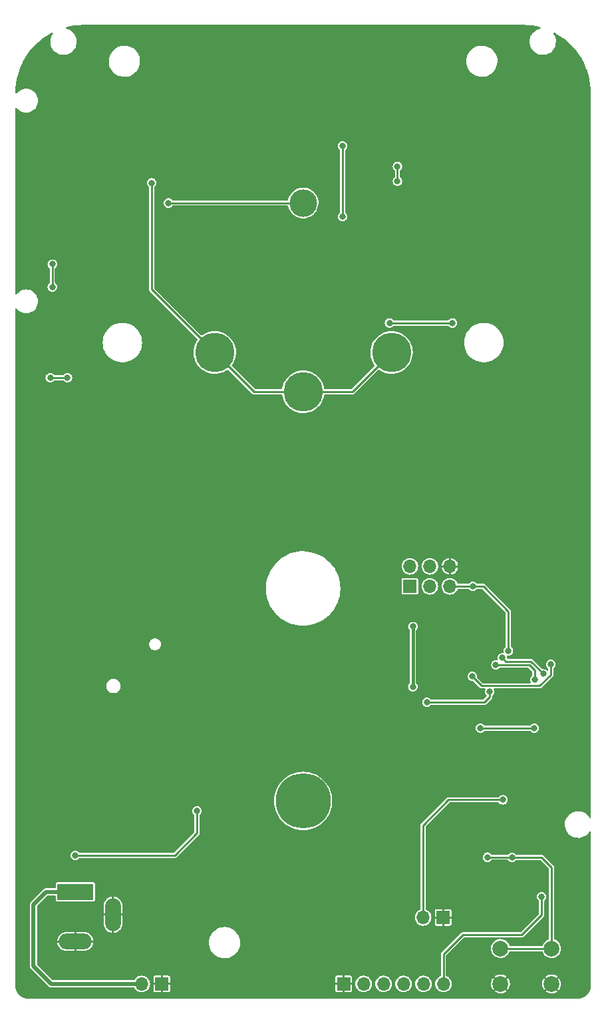
<source format=gbr>
%TF.GenerationSoftware,KiCad,Pcbnew,(6.0.10)*%
%TF.CreationDate,2022-12-25T17:32:20-06:00*%
%TF.ProjectId,fluke_87v_clock_v1,666c756b-655f-4383-9776-5f636c6f636b,rev?*%
%TF.SameCoordinates,Original*%
%TF.FileFunction,Copper,L2,Bot*%
%TF.FilePolarity,Positive*%
%FSLAX46Y46*%
G04 Gerber Fmt 4.6, Leading zero omitted, Abs format (unit mm)*
G04 Created by KiCad (PCBNEW (6.0.10)) date 2022-12-25 17:32:20*
%MOMM*%
%LPD*%
G01*
G04 APERTURE LIST*
%TA.AperFunction,ComponentPad*%
%ADD10R,1.700000X1.700000*%
%TD*%
%TA.AperFunction,ComponentPad*%
%ADD11O,1.700000X1.700000*%
%TD*%
%TA.AperFunction,ComponentPad*%
%ADD12R,4.600000X2.000000*%
%TD*%
%TA.AperFunction,ComponentPad*%
%ADD13O,4.200000X2.000000*%
%TD*%
%TA.AperFunction,ComponentPad*%
%ADD14O,2.000000X4.200000*%
%TD*%
%TA.AperFunction,ComponentPad*%
%ADD15C,7.000000*%
%TD*%
%TA.AperFunction,ComponentPad*%
%ADD16C,2.000000*%
%TD*%
%TA.AperFunction,SMDPad,CuDef*%
%ADD17C,3.500000*%
%TD*%
%TA.AperFunction,SMDPad,CuDef*%
%ADD18C,5.000000*%
%TD*%
%TA.AperFunction,ViaPad*%
%ADD19C,0.800000*%
%TD*%
%TA.AperFunction,Conductor*%
%ADD20C,0.254000*%
%TD*%
%TA.AperFunction,Conductor*%
%ADD21C,0.508000*%
%TD*%
%TA.AperFunction,Conductor*%
%ADD22C,0.250000*%
%TD*%
%TA.AperFunction,Conductor*%
%ADD23C,0.381000*%
%TD*%
G04 APERTURE END LIST*
D10*
%TO.P,J5,1,MISO*%
%TO.N,SPI_MISO*%
X113588800Y-113973600D03*
D11*
%TO.P,J5,2,VCC*%
%TO.N,+3V3*%
X113588800Y-111433600D03*
%TO.P,J5,3,SCK*%
%TO.N,SPI_SCK*%
X116128800Y-113973600D03*
%TO.P,J5,4,MOSI*%
%TO.N,SPI_MOSI*%
X116128800Y-111433600D03*
%TO.P,J5,5,~{RST}*%
%TO.N,RESET*%
X118668800Y-113973600D03*
%TO.P,J5,6,GND*%
%TO.N,GND*%
X118668800Y-111433600D03*
%TD*%
%TO.P,J6,2,Pin_2*%
%TO.N,Net-(BT1-Pad1)*%
X115275200Y-156057600D03*
D10*
%TO.P,J6,1,Pin_1*%
%TO.N,GND*%
X117815200Y-156057600D03*
%TD*%
%TO.P,J2,1,Pin_1*%
%TO.N,GND*%
X82000000Y-164500000D03*
D11*
%TO.P,J2,2,Pin_2*%
%TO.N,Net-(J1-Pad1)*%
X79460000Y-164500000D03*
%TD*%
D12*
%TO.P,J1,1*%
%TO.N,Net-(J1-Pad1)*%
X71000000Y-152800000D03*
D13*
%TO.P,J1,2*%
%TO.N,GND*%
X71000000Y-159100000D03*
D14*
%TO.P,J1,3*%
X75800000Y-155700000D03*
%TD*%
D15*
%TO.P,SW1,*%
%TO.N,*%
X100000000Y-141250000D03*
%TD*%
D16*
%TO.P,SW10,1,1*%
%TO.N,RESET*%
X131621600Y-160000000D03*
X125121600Y-160000000D03*
%TO.P,SW10,2,2*%
%TO.N,GND*%
X131621600Y-164500000D03*
X125121600Y-164500000D03*
%TD*%
D10*
%TO.P,J4,1,Pin_1*%
%TO.N,GND*%
X105150000Y-164500000D03*
D11*
%TO.P,J4,2,Pin_2*%
%TO.N,unconnected-(J4-Pad2)*%
X107690000Y-164500000D03*
%TO.P,J4,3,Pin_3*%
%TO.N,+3V3*%
X110230000Y-164500000D03*
%TO.P,J4,4,Pin_4*%
%TO.N,UART_RX*%
X112770000Y-164500000D03*
%TO.P,J4,5,Pin_5*%
%TO.N,UART_TX*%
X115310000Y-164500000D03*
%TO.P,J4,6,Pin_6*%
%TO.N,UART_DTR*%
X117850000Y-164500000D03*
%TD*%
D17*
%TO.P,LS1,1,1*%
%TO.N,Net-(LS1-Pad1)*%
X100000000Y-65250000D03*
D18*
%TO.P,LS1,2,2*%
%TO.N,Net-(LS1-Pad2)*%
X111250000Y-84250000D03*
X100000000Y-89250000D03*
X88750000Y-84250000D03*
%TD*%
D19*
%TO.N,GND*%
X129387600Y-154178000D03*
X129235200Y-151253200D03*
%TO.N,COM3*%
X105000000Y-67000000D03*
X105000000Y-58000000D03*
%TO.N,COM0*%
X119000000Y-80500000D03*
X111000000Y-80500000D03*
%TO.N,GND*%
X69494400Y-141913600D03*
X117625100Y-131956800D03*
X115417600Y-121860600D03*
X122920000Y-121478000D03*
X77876400Y-69168000D03*
X108500000Y-142500000D03*
X77876400Y-71047600D03*
X82143600Y-72978000D03*
X72085200Y-73028800D03*
X131470400Y-120679200D03*
X88166666Y-103750000D03*
X101346000Y-62970400D03*
X67513200Y-142574000D03*
X88166666Y-93750000D03*
X123500000Y-103750000D03*
X105833332Y-93750000D03*
X103784400Y-62208400D03*
X72491600Y-69183200D03*
X135339200Y-130788400D03*
X113812800Y-69443600D03*
X85801200Y-116716800D03*
X123500000Y-93750000D03*
X70500000Y-93750000D03*
X66446400Y-118393200D03*
X128473200Y-122290800D03*
X70358000Y-141913600D03*
X103784400Y-63783200D03*
X79451200Y-146500000D03*
X127812800Y-142365000D03*
X82600800Y-69168000D03*
X131766800Y-118685600D03*
X135339200Y-128858000D03*
X118465600Y-136241600D03*
X91500000Y-142500000D03*
X105833332Y-103750000D03*
X118567200Y-147445000D03*
X120878600Y-157073600D03*
X66700400Y-142574000D03*
X77724000Y-138306800D03*
X120751600Y-127689600D03*
X76911200Y-138306800D03*
X70500000Y-103750000D03*
%TO.N,+3V3*%
X113963200Y-119085600D03*
X113963200Y-126724400D03*
X129422200Y-131978400D03*
X122580400Y-131978400D03*
%TO.N,V_9V*%
X115750100Y-128705600D03*
X123730000Y-127349300D03*
%TO.N,Net-(LS1-Pad1)*%
X82854800Y-65256400D03*
%TO.N,Net-(LS1-Pad2)*%
X80721200Y-62710000D03*
%TO.N,Net-(Q1-Pad1)*%
X71000000Y-148149800D03*
X86500000Y-142523200D03*
%TO.N,BKLT*%
X68072000Y-73028800D03*
X131521200Y-123885600D03*
X121513600Y-125418900D03*
X68072000Y-75924400D03*
%TO.N,I2C_SDA*%
X124530000Y-123949600D03*
X112000000Y-62501000D03*
X129489200Y-125860800D03*
X112000000Y-60600000D03*
%TO.N,I2C_SCL*%
X125330000Y-123066800D03*
X130556000Y-125098800D03*
%TO.N,Net-(BT1-Pad1)*%
X125425200Y-141100800D03*
%TO.N,UART_DTR*%
X130352800Y-153416000D03*
%TO.N,RESET*%
X126130000Y-122152400D03*
X126580600Y-148408400D03*
X123456200Y-148396200D03*
X121603000Y-113973600D03*
%TO.N,Net-(JP1-Pad3)*%
X70002400Y-87456000D03*
X67818000Y-87456000D03*
%TD*%
D20*
%TO.N,+3V3*%
X122580400Y-131978400D02*
X129422200Y-131978400D01*
%TO.N,Net-(BT1-Pad1)*%
X115275200Y-144338200D02*
X115275200Y-156057600D01*
X118512600Y-141100800D02*
X115275200Y-144338200D01*
X125425200Y-141100800D02*
X118512600Y-141100800D01*
D21*
%TO.N,Net-(J1-Pad1)*%
X67929200Y-164500000D02*
X79460000Y-164500000D01*
X65684400Y-162255200D02*
X67929200Y-164500000D01*
X71000000Y-152800000D02*
X67294800Y-152800000D01*
X67294800Y-152800000D02*
X65684400Y-154410400D01*
X65684400Y-154410400D02*
X65684400Y-162255200D01*
D22*
%TO.N,UART_DTR*%
X117850000Y-160737200D02*
X117850000Y-164500000D01*
X120319800Y-158267400D02*
X117850000Y-160737200D01*
D20*
%TO.N,RESET*%
X131621600Y-149681000D02*
X131621600Y-160000000D01*
X130349000Y-148408400D02*
X131621600Y-149681000D01*
X126580600Y-148408400D02*
X130349000Y-148408400D01*
D22*
X125121600Y-160000000D02*
X131621600Y-160000000D01*
%TO.N,UART_DTR*%
X127787400Y-158267400D02*
X120319800Y-158267400D01*
X130352800Y-155702000D02*
X127787400Y-158267400D01*
X130352800Y-153416000D02*
X130352800Y-155702000D01*
D20*
%TO.N,RESET*%
X123456200Y-148396200D02*
X126568400Y-148396200D01*
X126568400Y-148396200D02*
X126580600Y-148408400D01*
%TO.N,COM3*%
X105000000Y-67000000D02*
X105000000Y-58000000D01*
%TO.N,COM0*%
X111000000Y-80500000D02*
X119000000Y-80500000D01*
D23*
%TO.N,+3V3*%
X113963200Y-119085600D02*
X113963200Y-126724400D01*
D20*
%TO.N,V_9V*%
X123730000Y-128013200D02*
X123730000Y-127349300D01*
X123037600Y-128705600D02*
X123730000Y-128013200D01*
X115750100Y-128705600D02*
X123037600Y-128705600D01*
%TO.N,Net-(LS1-Pad1)*%
X82861200Y-65250000D02*
X100000000Y-65250000D01*
X82854800Y-65256400D02*
X82861200Y-65250000D01*
%TO.N,Net-(LS1-Pad2)*%
X80721200Y-76221200D02*
X88750000Y-84250000D01*
X80721200Y-62710000D02*
X80721200Y-76221200D01*
X100000000Y-89250000D02*
X106250000Y-89250000D01*
X106250000Y-89250000D02*
X111250000Y-84250000D01*
X88750000Y-84250000D02*
X93750000Y-89250000D01*
X93750000Y-89250000D02*
X100000000Y-89250000D01*
%TO.N,Net-(Q1-Pad1)*%
X71000000Y-148149800D02*
X83679800Y-148149800D01*
X86500000Y-145329600D02*
X86500000Y-142523200D01*
X83679800Y-148149800D02*
X86500000Y-145329600D01*
%TO.N,BKLT*%
X131521200Y-125200400D02*
X131521200Y-123885600D01*
X68072000Y-73028800D02*
X68072000Y-75924400D01*
X122717500Y-126622800D02*
X130098800Y-126622800D01*
X121513600Y-125418900D02*
X122717500Y-126622800D01*
X130098800Y-126622800D02*
X131521200Y-125200400D01*
D22*
%TO.N,I2C_SDA*%
X124530000Y-123949600D02*
X128770404Y-123949600D01*
X129489200Y-124668396D02*
X129489200Y-125860800D01*
X128770404Y-123949600D02*
X129489200Y-124668396D01*
D20*
X112000000Y-62501000D02*
X112000000Y-60600000D01*
D22*
%TO.N,I2C_SCL*%
X125762800Y-123499600D02*
X128956800Y-123499600D01*
X125330000Y-123066800D02*
X125762800Y-123499600D01*
X128956800Y-123499600D02*
X130556000Y-125098800D01*
D20*
%TO.N,RESET*%
X122936000Y-113973600D02*
X126130000Y-117167600D01*
X121615200Y-113973600D02*
X122936000Y-113973600D01*
X118668800Y-113973600D02*
X121615200Y-113973600D01*
X126130000Y-117167600D02*
X126130000Y-122152400D01*
%TO.N,Net-(JP1-Pad3)*%
X67818000Y-87456000D02*
X70002400Y-87456000D01*
%TD*%
%TA.AperFunction,Conductor*%
%TO.N,GND*%
G36*
X127977675Y-42632719D02*
G01*
X128000000Y-42636255D01*
X128007695Y-42635036D01*
X128007697Y-42635036D01*
X128015568Y-42633789D01*
X128034295Y-42632622D01*
X128560445Y-42649847D01*
X128566903Y-42650271D01*
X129121721Y-42704915D01*
X129128114Y-42705756D01*
X129678200Y-42796576D01*
X129684534Y-42797836D01*
X130045206Y-42881933D01*
X130153528Y-42907190D01*
X130205905Y-42938817D01*
X130229689Y-42995191D01*
X130215795Y-43054778D01*
X130169530Y-43094818D01*
X130152244Y-43100248D01*
X130149416Y-43100633D01*
X129909475Y-43170569D01*
X129871233Y-43188199D01*
X129685842Y-43273665D01*
X129685836Y-43273668D01*
X129682507Y-43275203D01*
X129473497Y-43412236D01*
X129287038Y-43578657D01*
X129284691Y-43581479D01*
X129284690Y-43581480D01*
X129255049Y-43617120D01*
X129127226Y-43770810D01*
X128997571Y-43984474D01*
X128900922Y-44214956D01*
X128900017Y-44218518D01*
X128900017Y-44218519D01*
X128872091Y-44328479D01*
X128839402Y-44457192D01*
X128814363Y-44705860D01*
X128816483Y-44750000D01*
X128826354Y-44955498D01*
X128827069Y-44959090D01*
X128827069Y-44959094D01*
X128866667Y-45158166D01*
X128875112Y-45200621D01*
X128876352Y-45204076D01*
X128876353Y-45204078D01*
X128919118Y-45323188D01*
X128959566Y-45435845D01*
X128961304Y-45439080D01*
X128961306Y-45439084D01*
X128969435Y-45454213D01*
X129077861Y-45656003D01*
X129227397Y-45856257D01*
X129229995Y-45858833D01*
X129229999Y-45858837D01*
X129284657Y-45913019D01*
X129404891Y-46032208D01*
X129606442Y-46179991D01*
X129827623Y-46296360D01*
X130063575Y-46378759D01*
X130067180Y-46379444D01*
X130067186Y-46379445D01*
X130305506Y-46424691D01*
X130305508Y-46424691D01*
X130309115Y-46425376D01*
X130445118Y-46430720D01*
X130555178Y-46435044D01*
X130555181Y-46435044D01*
X130558848Y-46435188D01*
X130807288Y-46407979D01*
X130928625Y-46376034D01*
X131045432Y-46345282D01*
X131045437Y-46345280D01*
X131048978Y-46344348D01*
X131278607Y-46245691D01*
X131319057Y-46220660D01*
X131488006Y-46116112D01*
X131488011Y-46116108D01*
X131491132Y-46114177D01*
X131681884Y-45952694D01*
X131846671Y-45764790D01*
X131981875Y-45554592D01*
X132027093Y-45454213D01*
X132083016Y-45330067D01*
X132083017Y-45330065D01*
X132084524Y-45326719D01*
X132085520Y-45323188D01*
X132151367Y-45089713D01*
X132151368Y-45089710D01*
X132152364Y-45086177D01*
X132183904Y-44838250D01*
X132183969Y-44835768D01*
X132186150Y-44752492D01*
X132186150Y-44752487D01*
X132186215Y-44750000D01*
X132186031Y-44747527D01*
X132186031Y-44747517D01*
X132167965Y-44504416D01*
X132167964Y-44504410D01*
X132167693Y-44500762D01*
X132112535Y-44256998D01*
X132097572Y-44218519D01*
X132023283Y-44027486D01*
X132021953Y-44024066D01*
X131897936Y-43807081D01*
X131862959Y-43762713D01*
X131841781Y-43705310D01*
X131858389Y-43646422D01*
X131906439Y-43608542D01*
X131967577Y-43606140D01*
X131987373Y-43614113D01*
X132286411Y-43773952D01*
X132306386Y-43784629D01*
X132311993Y-43787865D01*
X132390255Y-43836532D01*
X132785432Y-44082269D01*
X132790818Y-44085868D01*
X133243975Y-44410596D01*
X133249115Y-44414540D01*
X133680060Y-44768208D01*
X133684930Y-44772479D01*
X134091834Y-45153584D01*
X134096416Y-45158166D01*
X134477521Y-45565070D01*
X134481792Y-45569940D01*
X134835460Y-46000885D01*
X134839404Y-46006025D01*
X135164132Y-46459182D01*
X135167731Y-46464568D01*
X135462132Y-46938003D01*
X135465369Y-46943610D01*
X135593921Y-47184115D01*
X135728165Y-47435267D01*
X135731031Y-47441077D01*
X135961119Y-47948892D01*
X135963597Y-47954875D01*
X136046963Y-48176372D01*
X136159978Y-48476648D01*
X136162060Y-48482783D01*
X136323889Y-49016261D01*
X136325566Y-49022518D01*
X136452162Y-49565456D01*
X136453424Y-49571800D01*
X136544244Y-50121886D01*
X136545085Y-50128279D01*
X136599729Y-50683093D01*
X136600153Y-50689555D01*
X136616354Y-51184417D01*
X136617378Y-51215701D01*
X136616211Y-51234432D01*
X136613745Y-51250000D01*
X136614964Y-51257696D01*
X136617281Y-51272325D01*
X136618500Y-51287812D01*
X136618500Y-143320264D01*
X136599593Y-143378455D01*
X136550093Y-143414419D01*
X136488907Y-143414419D01*
X136439407Y-143378455D01*
X136433548Y-143369389D01*
X136399761Y-143310274D01*
X136399761Y-143310273D01*
X136397936Y-143307081D01*
X136243208Y-143110810D01*
X136240535Y-143108296D01*
X136240530Y-143108290D01*
X136073837Y-142951482D01*
X136061169Y-142939565D01*
X135855819Y-142797108D01*
X135631667Y-142686569D01*
X135586491Y-142672108D01*
X135397135Y-142611494D01*
X135397134Y-142611494D01*
X135393639Y-142610375D01*
X135390022Y-142609786D01*
X135390018Y-142609785D01*
X135150582Y-142570791D01*
X135150577Y-142570791D01*
X135146963Y-142570202D01*
X135143298Y-142570154D01*
X135060555Y-142569071D01*
X134897059Y-142566930D01*
X134893431Y-142567424D01*
X134893427Y-142567424D01*
X134773237Y-142583782D01*
X134649416Y-142600633D01*
X134409475Y-142670569D01*
X134371233Y-142688199D01*
X134185842Y-142773665D01*
X134185836Y-142773668D01*
X134182507Y-142775203D01*
X133973497Y-142912236D01*
X133970765Y-142914675D01*
X133970763Y-142914676D01*
X133925101Y-142955431D01*
X133787038Y-143078657D01*
X133627226Y-143270810D01*
X133497571Y-143484474D01*
X133400922Y-143714956D01*
X133339402Y-143957192D01*
X133314363Y-144205860D01*
X133316483Y-144250000D01*
X133326354Y-144455498D01*
X133327069Y-144459090D01*
X133327069Y-144459094D01*
X133362102Y-144635214D01*
X133375112Y-144700621D01*
X133376352Y-144704076D01*
X133376353Y-144704078D01*
X133437724Y-144875009D01*
X133459566Y-144935845D01*
X133577861Y-145156003D01*
X133727397Y-145356257D01*
X133729995Y-145358833D01*
X133729999Y-145358837D01*
X133806640Y-145434811D01*
X133904891Y-145532208D01*
X134106442Y-145679991D01*
X134327623Y-145796360D01*
X134563575Y-145878759D01*
X134567180Y-145879444D01*
X134567186Y-145879445D01*
X134805506Y-145924691D01*
X134805508Y-145924691D01*
X134809115Y-145925376D01*
X134945118Y-145930720D01*
X135055178Y-145935044D01*
X135055181Y-145935044D01*
X135058848Y-145935188D01*
X135307288Y-145907979D01*
X135428133Y-145876163D01*
X135545432Y-145845282D01*
X135545437Y-145845280D01*
X135548978Y-145844348D01*
X135778607Y-145745691D01*
X135781734Y-145743756D01*
X135988006Y-145616112D01*
X135988011Y-145616108D01*
X135991132Y-145614177D01*
X136181884Y-145452694D01*
X136346671Y-145264790D01*
X136411844Y-145163468D01*
X136436237Y-145125545D01*
X136483619Y-145086832D01*
X136544706Y-145083363D01*
X136596165Y-145116463D01*
X136618500Y-145179101D01*
X136618500Y-164712188D01*
X136617281Y-164727675D01*
X136613745Y-164750000D01*
X136614964Y-164757696D01*
X136615243Y-164759457D01*
X136616211Y-164782009D01*
X136602531Y-164973280D01*
X136600520Y-164987258D01*
X136581300Y-165075613D01*
X136554445Y-165199062D01*
X136550467Y-165212612D01*
X136542762Y-165233270D01*
X136474712Y-165415718D01*
X136468844Y-165428566D01*
X136364964Y-165618809D01*
X136357328Y-165630692D01*
X136227427Y-165804220D01*
X136218177Y-165814896D01*
X136064896Y-165968177D01*
X136054220Y-165977427D01*
X135880692Y-166107328D01*
X135868809Y-166114964D01*
X135678566Y-166218844D01*
X135665718Y-166224712D01*
X135649747Y-166230669D01*
X135462612Y-166300467D01*
X135449065Y-166304444D01*
X135237258Y-166350520D01*
X135223284Y-166352530D01*
X135032009Y-166366211D01*
X135009457Y-166365243D01*
X135007696Y-166364964D01*
X135000000Y-166363745D01*
X134992304Y-166364964D01*
X134977675Y-166367281D01*
X134962188Y-166368500D01*
X65034866Y-166368500D01*
X65020572Y-166367463D01*
X65003000Y-166364899D01*
X65002999Y-166364899D01*
X64995289Y-166363774D01*
X64987608Y-166365087D01*
X64987605Y-166365087D01*
X64986008Y-166365360D01*
X64963360Y-166366596D01*
X64889667Y-166362146D01*
X64771909Y-166355035D01*
X64757691Y-166353135D01*
X64651643Y-166331049D01*
X64545589Y-166308962D01*
X64531804Y-166305030D01*
X64328310Y-166230669D01*
X64315229Y-166224783D01*
X64124617Y-166121796D01*
X64112524Y-166114081D01*
X63938799Y-165984632D01*
X63927948Y-165975251D01*
X63774749Y-165822052D01*
X63765368Y-165811201D01*
X63635919Y-165637476D01*
X63628204Y-165625383D01*
X63525217Y-165434771D01*
X63519331Y-165421690D01*
X63462952Y-165267406D01*
X63444970Y-165218196D01*
X63441037Y-165204406D01*
X63435671Y-165178638D01*
X63396865Y-164992309D01*
X63394965Y-164978091D01*
X63383404Y-164786642D01*
X63384640Y-164763992D01*
X63384913Y-164762395D01*
X63384913Y-164762392D01*
X63386226Y-164754711D01*
X63382537Y-164729428D01*
X63381500Y-164715134D01*
X63381500Y-162269638D01*
X65224993Y-162269638D01*
X65226323Y-162276918D01*
X65235704Y-162328287D01*
X65236213Y-162331344D01*
X65245085Y-162390351D01*
X65248214Y-162396868D01*
X65248248Y-162396972D01*
X65249547Y-162404083D01*
X65277035Y-162457000D01*
X65278425Y-162459782D01*
X65304246Y-162513553D01*
X65308360Y-162518003D01*
X65309946Y-162520357D01*
X65312548Y-162525366D01*
X65316894Y-162530454D01*
X65354882Y-162568442D01*
X65357575Y-162571244D01*
X65397017Y-162613912D01*
X65403124Y-162617460D01*
X65410550Y-162624110D01*
X67584585Y-164798145D01*
X67592326Y-164806857D01*
X67614559Y-164835059D01*
X67620646Y-164839266D01*
X67663629Y-164868973D01*
X67666153Y-164870777D01*
X67714124Y-164906209D01*
X67720943Y-164908604D01*
X67721045Y-164908656D01*
X67726989Y-164912764D01*
X67734045Y-164914995D01*
X67734046Y-164914996D01*
X67783861Y-164930750D01*
X67786813Y-164931735D01*
X67836088Y-164949040D01*
X67836090Y-164949040D01*
X67843074Y-164951493D01*
X67849137Y-164951731D01*
X67851912Y-164952272D01*
X67857297Y-164953975D01*
X67863968Y-164954500D01*
X67917664Y-164954500D01*
X67921550Y-164954576D01*
X67972245Y-164956568D01*
X67972248Y-164956568D01*
X67979637Y-164956858D01*
X67986464Y-164955048D01*
X67996421Y-164954500D01*
X78451989Y-164954500D01*
X78510180Y-164973407D01*
X78540041Y-165008247D01*
X78572712Y-165071818D01*
X78700677Y-165233270D01*
X78704357Y-165236402D01*
X78704359Y-165236404D01*
X78802567Y-165319985D01*
X78857564Y-165366791D01*
X78861787Y-165369151D01*
X78861791Y-165369154D01*
X78955794Y-165421690D01*
X79037398Y-165467297D01*
X79041996Y-165468791D01*
X79228724Y-165529463D01*
X79228726Y-165529464D01*
X79233329Y-165530959D01*
X79437894Y-165555351D01*
X79442716Y-165554980D01*
X79442719Y-165554980D01*
X79519757Y-165549052D01*
X79643300Y-165539546D01*
X79841725Y-165484145D01*
X79846038Y-165481966D01*
X79846044Y-165481964D01*
X80021289Y-165393441D01*
X80021291Y-165393440D01*
X80025610Y-165391258D01*
X80059424Y-165364840D01*
X80950000Y-165364840D01*
X80950948Y-165374462D01*
X80959702Y-165418474D01*
X80967021Y-165436142D01*
X81000389Y-165486082D01*
X81013918Y-165499611D01*
X81063858Y-165532979D01*
X81081526Y-165540298D01*
X81125538Y-165549052D01*
X81135160Y-165550000D01*
X81857320Y-165550000D01*
X81870005Y-165545878D01*
X81873000Y-165541757D01*
X81873000Y-165534320D01*
X82127000Y-165534320D01*
X82131122Y-165547005D01*
X82135243Y-165550000D01*
X82864840Y-165550000D01*
X82874462Y-165549052D01*
X82918474Y-165540298D01*
X82936142Y-165532979D01*
X82986082Y-165499611D01*
X82999611Y-165486082D01*
X83032979Y-165436142D01*
X83040298Y-165418474D01*
X83049052Y-165374462D01*
X83050000Y-165364840D01*
X104100000Y-165364840D01*
X104100948Y-165374462D01*
X104109702Y-165418474D01*
X104117021Y-165436142D01*
X104150389Y-165486082D01*
X104163918Y-165499611D01*
X104213858Y-165532979D01*
X104231526Y-165540298D01*
X104275538Y-165549052D01*
X104285160Y-165550000D01*
X105007320Y-165550000D01*
X105020005Y-165545878D01*
X105023000Y-165541757D01*
X105023000Y-165534320D01*
X105277000Y-165534320D01*
X105281122Y-165547005D01*
X105285243Y-165550000D01*
X106014840Y-165550000D01*
X106024462Y-165549052D01*
X106068474Y-165540298D01*
X106086142Y-165532979D01*
X106136082Y-165499611D01*
X106149611Y-165486082D01*
X106182979Y-165436142D01*
X106190298Y-165418474D01*
X106199052Y-165374462D01*
X106200000Y-165364840D01*
X106200000Y-164642680D01*
X106195878Y-164629995D01*
X106191757Y-164627000D01*
X105292680Y-164627000D01*
X105279995Y-164631122D01*
X105277000Y-164635243D01*
X105277000Y-165534320D01*
X105023000Y-165534320D01*
X105023000Y-164642680D01*
X105018878Y-164629995D01*
X105014757Y-164627000D01*
X104115680Y-164627000D01*
X104102995Y-164631122D01*
X104100000Y-164635243D01*
X104100000Y-165364840D01*
X83050000Y-165364840D01*
X83050000Y-164642680D01*
X83045878Y-164629995D01*
X83041757Y-164627000D01*
X82142680Y-164627000D01*
X82129995Y-164631122D01*
X82127000Y-164635243D01*
X82127000Y-165534320D01*
X81873000Y-165534320D01*
X81873000Y-164642680D01*
X81868878Y-164629995D01*
X81864757Y-164627000D01*
X80965680Y-164627000D01*
X80952995Y-164631122D01*
X80950000Y-164635243D01*
X80950000Y-165364840D01*
X80059424Y-165364840D01*
X80060943Y-165363653D01*
X80184135Y-165267406D01*
X80184139Y-165267402D01*
X80187951Y-165264424D01*
X80201582Y-165248633D01*
X80261999Y-165178638D01*
X80322564Y-165108472D01*
X80341231Y-165075613D01*
X80421934Y-164933550D01*
X80421935Y-164933547D01*
X80424323Y-164929344D01*
X80429839Y-164912764D01*
X80487824Y-164738454D01*
X80487824Y-164738452D01*
X80489351Y-164733863D01*
X80501810Y-164635243D01*
X80514823Y-164532228D01*
X80515171Y-164529474D01*
X80515583Y-164500000D01*
X80514138Y-164485262D01*
X106634520Y-164485262D01*
X106634925Y-164490082D01*
X106651209Y-164684000D01*
X106651759Y-164690553D01*
X106653092Y-164695201D01*
X106653092Y-164695202D01*
X106703439Y-164870782D01*
X106708544Y-164888586D01*
X106710759Y-164892896D01*
X106720970Y-164912764D01*
X106802712Y-165071818D01*
X106930677Y-165233270D01*
X106934357Y-165236402D01*
X106934359Y-165236404D01*
X107032567Y-165319985D01*
X107087564Y-165366791D01*
X107091787Y-165369151D01*
X107091791Y-165369154D01*
X107185794Y-165421690D01*
X107267398Y-165467297D01*
X107271996Y-165468791D01*
X107458724Y-165529463D01*
X107458726Y-165529464D01*
X107463329Y-165530959D01*
X107667894Y-165555351D01*
X107672716Y-165554980D01*
X107672719Y-165554980D01*
X107749757Y-165549052D01*
X107873300Y-165539546D01*
X108071725Y-165484145D01*
X108076038Y-165481966D01*
X108076044Y-165481964D01*
X108251289Y-165393441D01*
X108251291Y-165393440D01*
X108255610Y-165391258D01*
X108290943Y-165363653D01*
X108414135Y-165267406D01*
X108414139Y-165267402D01*
X108417951Y-165264424D01*
X108431582Y-165248633D01*
X108491999Y-165178638D01*
X108552564Y-165108472D01*
X108571231Y-165075613D01*
X108651934Y-164933550D01*
X108651935Y-164933547D01*
X108654323Y-164929344D01*
X108659839Y-164912764D01*
X108717824Y-164738454D01*
X108717824Y-164738452D01*
X108719351Y-164733863D01*
X108731810Y-164635243D01*
X108744823Y-164532228D01*
X108745171Y-164529474D01*
X108745583Y-164500000D01*
X108744138Y-164485262D01*
X109174520Y-164485262D01*
X109174925Y-164490082D01*
X109191209Y-164684000D01*
X109191759Y-164690553D01*
X109193092Y-164695201D01*
X109193092Y-164695202D01*
X109243439Y-164870782D01*
X109248544Y-164888586D01*
X109250759Y-164892896D01*
X109260970Y-164912764D01*
X109342712Y-165071818D01*
X109470677Y-165233270D01*
X109474357Y-165236402D01*
X109474359Y-165236404D01*
X109572567Y-165319985D01*
X109627564Y-165366791D01*
X109631787Y-165369151D01*
X109631791Y-165369154D01*
X109725794Y-165421690D01*
X109807398Y-165467297D01*
X109811996Y-165468791D01*
X109998724Y-165529463D01*
X109998726Y-165529464D01*
X110003329Y-165530959D01*
X110207894Y-165555351D01*
X110212716Y-165554980D01*
X110212719Y-165554980D01*
X110289757Y-165549052D01*
X110413300Y-165539546D01*
X110611725Y-165484145D01*
X110616038Y-165481966D01*
X110616044Y-165481964D01*
X110791289Y-165393441D01*
X110791291Y-165393440D01*
X110795610Y-165391258D01*
X110830943Y-165363653D01*
X110954135Y-165267406D01*
X110954139Y-165267402D01*
X110957951Y-165264424D01*
X110971582Y-165248633D01*
X111031999Y-165178638D01*
X111092564Y-165108472D01*
X111111231Y-165075613D01*
X111191934Y-164933550D01*
X111191935Y-164933547D01*
X111194323Y-164929344D01*
X111199839Y-164912764D01*
X111257824Y-164738454D01*
X111257824Y-164738452D01*
X111259351Y-164733863D01*
X111271810Y-164635243D01*
X111284823Y-164532228D01*
X111285171Y-164529474D01*
X111285583Y-164500000D01*
X111284138Y-164485262D01*
X111714520Y-164485262D01*
X111714925Y-164490082D01*
X111731209Y-164684000D01*
X111731759Y-164690553D01*
X111733092Y-164695201D01*
X111733092Y-164695202D01*
X111783439Y-164870782D01*
X111788544Y-164888586D01*
X111790759Y-164892896D01*
X111800970Y-164912764D01*
X111882712Y-165071818D01*
X112010677Y-165233270D01*
X112014357Y-165236402D01*
X112014359Y-165236404D01*
X112112567Y-165319985D01*
X112167564Y-165366791D01*
X112171787Y-165369151D01*
X112171791Y-165369154D01*
X112265794Y-165421690D01*
X112347398Y-165467297D01*
X112351996Y-165468791D01*
X112538724Y-165529463D01*
X112538726Y-165529464D01*
X112543329Y-165530959D01*
X112747894Y-165555351D01*
X112752716Y-165554980D01*
X112752719Y-165554980D01*
X112829757Y-165549052D01*
X112953300Y-165539546D01*
X113151725Y-165484145D01*
X113156038Y-165481966D01*
X113156044Y-165481964D01*
X113331289Y-165393441D01*
X113331291Y-165393440D01*
X113335610Y-165391258D01*
X113370943Y-165363653D01*
X113494135Y-165267406D01*
X113494139Y-165267402D01*
X113497951Y-165264424D01*
X113511582Y-165248633D01*
X113571999Y-165178638D01*
X113632564Y-165108472D01*
X113651231Y-165075613D01*
X113731934Y-164933550D01*
X113731935Y-164933547D01*
X113734323Y-164929344D01*
X113739839Y-164912764D01*
X113797824Y-164738454D01*
X113797824Y-164738452D01*
X113799351Y-164733863D01*
X113811810Y-164635243D01*
X113824823Y-164532228D01*
X113825171Y-164529474D01*
X113825583Y-164500000D01*
X113824138Y-164485262D01*
X114254520Y-164485262D01*
X114254925Y-164490082D01*
X114271209Y-164684000D01*
X114271759Y-164690553D01*
X114273092Y-164695201D01*
X114273092Y-164695202D01*
X114323439Y-164870782D01*
X114328544Y-164888586D01*
X114330759Y-164892896D01*
X114340970Y-164912764D01*
X114422712Y-165071818D01*
X114550677Y-165233270D01*
X114554357Y-165236402D01*
X114554359Y-165236404D01*
X114652567Y-165319985D01*
X114707564Y-165366791D01*
X114711787Y-165369151D01*
X114711791Y-165369154D01*
X114805794Y-165421690D01*
X114887398Y-165467297D01*
X114891996Y-165468791D01*
X115078724Y-165529463D01*
X115078726Y-165529464D01*
X115083329Y-165530959D01*
X115287894Y-165555351D01*
X115292716Y-165554980D01*
X115292719Y-165554980D01*
X115369757Y-165549052D01*
X115493300Y-165539546D01*
X115691725Y-165484145D01*
X115696038Y-165481966D01*
X115696044Y-165481964D01*
X115871289Y-165393441D01*
X115871291Y-165393440D01*
X115875610Y-165391258D01*
X115910943Y-165363653D01*
X116034135Y-165267406D01*
X116034139Y-165267402D01*
X116037951Y-165264424D01*
X116051582Y-165248633D01*
X116111999Y-165178638D01*
X116172564Y-165108472D01*
X116191231Y-165075613D01*
X116271934Y-164933550D01*
X116271935Y-164933547D01*
X116274323Y-164929344D01*
X116279839Y-164912764D01*
X116337824Y-164738454D01*
X116337824Y-164738452D01*
X116339351Y-164733863D01*
X116351810Y-164635243D01*
X116364823Y-164532228D01*
X116365171Y-164529474D01*
X116365583Y-164500000D01*
X116364138Y-164485262D01*
X116794520Y-164485262D01*
X116794925Y-164490082D01*
X116811209Y-164684000D01*
X116811759Y-164690553D01*
X116813092Y-164695201D01*
X116813092Y-164695202D01*
X116863439Y-164870782D01*
X116868544Y-164888586D01*
X116870759Y-164892896D01*
X116880970Y-164912764D01*
X116962712Y-165071818D01*
X117090677Y-165233270D01*
X117094357Y-165236402D01*
X117094359Y-165236404D01*
X117192567Y-165319985D01*
X117247564Y-165366791D01*
X117251787Y-165369151D01*
X117251791Y-165369154D01*
X117345794Y-165421690D01*
X117427398Y-165467297D01*
X117431996Y-165468791D01*
X117618724Y-165529463D01*
X117618726Y-165529464D01*
X117623329Y-165530959D01*
X117827894Y-165555351D01*
X117832716Y-165554980D01*
X117832719Y-165554980D01*
X117909757Y-165549052D01*
X118033300Y-165539546D01*
X118231725Y-165484145D01*
X118236038Y-165481966D01*
X118236044Y-165481964D01*
X118323177Y-165437950D01*
X124369084Y-165437950D01*
X124369091Y-165437995D01*
X124374614Y-165444210D01*
X124542778Y-165556575D01*
X124550733Y-165560893D01*
X124745012Y-165644362D01*
X124753624Y-165647160D01*
X124959872Y-165693829D01*
X124968832Y-165695009D01*
X125180144Y-165703311D01*
X125189156Y-165702839D01*
X125398448Y-165672494D01*
X125407230Y-165670385D01*
X125607478Y-165602410D01*
X125615734Y-165598734D01*
X125800238Y-165495406D01*
X125807692Y-165490283D01*
X125863651Y-165443742D01*
X125867306Y-165437950D01*
X130869084Y-165437950D01*
X130869091Y-165437995D01*
X130874614Y-165444210D01*
X131042778Y-165556575D01*
X131050733Y-165560893D01*
X131245012Y-165644362D01*
X131253624Y-165647160D01*
X131459872Y-165693829D01*
X131468832Y-165695009D01*
X131680144Y-165703311D01*
X131689156Y-165702839D01*
X131898448Y-165672494D01*
X131907230Y-165670385D01*
X132107478Y-165602410D01*
X132115734Y-165598734D01*
X132300238Y-165495406D01*
X132307692Y-165490283D01*
X132363651Y-165443742D01*
X132370771Y-165432458D01*
X132370585Y-165429628D01*
X132368583Y-165426588D01*
X131632686Y-164690691D01*
X131620803Y-164684637D01*
X131615772Y-164685433D01*
X130875138Y-165426067D01*
X130869084Y-165437950D01*
X125867306Y-165437950D01*
X125870771Y-165432458D01*
X125870585Y-165429628D01*
X125868583Y-165426588D01*
X125132686Y-164690691D01*
X125120803Y-164684637D01*
X125115772Y-164685433D01*
X124375138Y-165426067D01*
X124369084Y-165437950D01*
X118323177Y-165437950D01*
X118411289Y-165393441D01*
X118411291Y-165393440D01*
X118415610Y-165391258D01*
X118450943Y-165363653D01*
X118574135Y-165267406D01*
X118574139Y-165267402D01*
X118577951Y-165264424D01*
X118591582Y-165248633D01*
X118651999Y-165178638D01*
X118712564Y-165108472D01*
X118731231Y-165075613D01*
X118811934Y-164933550D01*
X118811935Y-164933547D01*
X118814323Y-164929344D01*
X118819839Y-164912764D01*
X118877824Y-164738454D01*
X118877824Y-164738452D01*
X118879351Y-164733863D01*
X118891810Y-164635243D01*
X118904823Y-164532228D01*
X118905171Y-164529474D01*
X118905583Y-164500000D01*
X118902934Y-164472981D01*
X123917169Y-164472981D01*
X123930999Y-164684000D01*
X123932412Y-164692921D01*
X123984466Y-164897882D01*
X123987486Y-164906410D01*
X124076016Y-165098446D01*
X124080537Y-165106277D01*
X124177154Y-165242986D01*
X124187841Y-165250966D01*
X124188590Y-165250976D01*
X124194721Y-165247274D01*
X124930909Y-164511086D01*
X124936151Y-164500797D01*
X125306237Y-164500797D01*
X125307033Y-164505828D01*
X126044228Y-165243023D01*
X126056111Y-165249077D01*
X126058914Y-165248633D01*
X126061758Y-165246361D01*
X126111883Y-165186092D01*
X126117006Y-165178638D01*
X126220334Y-164994134D01*
X126224010Y-164985878D01*
X126291985Y-164785630D01*
X126294094Y-164776848D01*
X126324672Y-164565949D01*
X126325165Y-164560161D01*
X126326665Y-164502913D01*
X126326475Y-164497101D01*
X126324259Y-164472981D01*
X130417169Y-164472981D01*
X130430999Y-164684000D01*
X130432412Y-164692921D01*
X130484466Y-164897882D01*
X130487486Y-164906410D01*
X130576016Y-165098446D01*
X130580537Y-165106277D01*
X130677154Y-165242986D01*
X130687841Y-165250966D01*
X130688590Y-165250976D01*
X130694721Y-165247274D01*
X131430909Y-164511086D01*
X131436151Y-164500797D01*
X131806237Y-164500797D01*
X131807033Y-164505828D01*
X132544228Y-165243023D01*
X132556111Y-165249077D01*
X132558914Y-165248633D01*
X132561758Y-165246361D01*
X132611883Y-165186092D01*
X132617006Y-165178638D01*
X132720334Y-164994134D01*
X132724010Y-164985878D01*
X132791985Y-164785630D01*
X132794094Y-164776848D01*
X132824672Y-164565949D01*
X132825165Y-164560161D01*
X132826665Y-164502913D01*
X132826475Y-164497101D01*
X132806976Y-164284898D01*
X132805329Y-164276012D01*
X132747928Y-164072486D01*
X132744687Y-164064042D01*
X132651160Y-163874388D01*
X132646435Y-163866678D01*
X132565226Y-163757925D01*
X132554334Y-163750227D01*
X132552885Y-163750246D01*
X132547792Y-163753413D01*
X131812291Y-164488914D01*
X131806237Y-164500797D01*
X131436151Y-164500797D01*
X131436963Y-164499203D01*
X131436167Y-164494172D01*
X130699001Y-163757006D01*
X130687118Y-163750952D01*
X130685001Y-163751287D01*
X130681270Y-163754349D01*
X130613696Y-163840066D01*
X130608771Y-163847649D01*
X130510305Y-164034802D01*
X130506851Y-164043142D01*
X130444141Y-164245098D01*
X130442260Y-164253948D01*
X130417405Y-164463948D01*
X130417169Y-164472981D01*
X126324259Y-164472981D01*
X126306976Y-164284898D01*
X126305329Y-164276012D01*
X126247928Y-164072486D01*
X126244687Y-164064042D01*
X126151160Y-163874388D01*
X126146435Y-163866678D01*
X126065226Y-163757925D01*
X126054334Y-163750227D01*
X126052885Y-163750246D01*
X126047792Y-163753413D01*
X125312291Y-164488914D01*
X125306237Y-164500797D01*
X124936151Y-164500797D01*
X124936963Y-164499203D01*
X124936167Y-164494172D01*
X124199001Y-163757006D01*
X124187118Y-163750952D01*
X124185001Y-163751287D01*
X124181270Y-163754349D01*
X124113696Y-163840066D01*
X124108771Y-163847649D01*
X124010305Y-164034802D01*
X124006851Y-164043142D01*
X123944141Y-164245098D01*
X123942260Y-164253948D01*
X123917405Y-164463948D01*
X123917169Y-164472981D01*
X118902934Y-164472981D01*
X118892323Y-164364757D01*
X118885952Y-164299780D01*
X118885951Y-164299776D01*
X118885480Y-164294970D01*
X118825935Y-164097749D01*
X118729218Y-163915849D01*
X118599011Y-163756200D01*
X118440275Y-163624882D01*
X118332851Y-163566798D01*
X124371849Y-163566798D01*
X124372172Y-163570315D01*
X124373543Y-163572338D01*
X125110514Y-164309309D01*
X125122397Y-164315363D01*
X125127428Y-164314567D01*
X125866426Y-163575569D01*
X125870895Y-163566798D01*
X130871849Y-163566798D01*
X130872172Y-163570315D01*
X130873543Y-163572338D01*
X131610514Y-164309309D01*
X131622397Y-164315363D01*
X131627428Y-164314567D01*
X132366426Y-163575569D01*
X132372480Y-163563686D01*
X132371820Y-163559518D01*
X132371073Y-163558530D01*
X132358573Y-163546975D01*
X132351406Y-163541476D01*
X132172560Y-163428633D01*
X132164507Y-163424530D01*
X131968091Y-163346168D01*
X131959433Y-163343603D01*
X131752026Y-163302347D01*
X131743033Y-163301402D01*
X131531585Y-163298633D01*
X131522570Y-163299343D01*
X131314156Y-163335155D01*
X131305432Y-163337493D01*
X131107036Y-163410684D01*
X131098868Y-163414580D01*
X130917143Y-163522696D01*
X130909818Y-163528017D01*
X130878668Y-163555335D01*
X130871849Y-163566798D01*
X125870895Y-163566798D01*
X125872480Y-163563686D01*
X125871820Y-163559518D01*
X125871073Y-163558530D01*
X125858573Y-163546975D01*
X125851406Y-163541476D01*
X125672560Y-163428633D01*
X125664507Y-163424530D01*
X125468091Y-163346168D01*
X125459433Y-163343603D01*
X125252026Y-163302347D01*
X125243033Y-163301402D01*
X125031585Y-163298633D01*
X125022570Y-163299343D01*
X124814156Y-163335155D01*
X124805432Y-163337493D01*
X124607036Y-163410684D01*
X124598868Y-163414580D01*
X124417143Y-163522696D01*
X124409818Y-163528017D01*
X124378668Y-163555335D01*
X124371849Y-163566798D01*
X118332851Y-163566798D01*
X118259055Y-163526897D01*
X118245226Y-163522616D01*
X118195229Y-163487349D01*
X118175500Y-163428044D01*
X118175500Y-160913034D01*
X118194407Y-160854843D01*
X118204496Y-160843030D01*
X120425630Y-158621896D01*
X120480147Y-158594119D01*
X120495634Y-158592900D01*
X127768866Y-158592900D01*
X127777495Y-158593277D01*
X127816207Y-158596664D01*
X127825705Y-158594119D01*
X127853749Y-158586604D01*
X127862184Y-158584734D01*
X127891917Y-158579492D01*
X127891919Y-158579491D01*
X127900445Y-158577988D01*
X127907944Y-158573658D01*
X127913429Y-158571662D01*
X127918716Y-158569196D01*
X127927084Y-158566954D01*
X127958911Y-158544668D01*
X127966195Y-158540027D01*
X127999855Y-158520594D01*
X128024831Y-158490829D01*
X128030665Y-158484461D01*
X130569869Y-155945258D01*
X130576224Y-155939435D01*
X130605994Y-155914455D01*
X130625429Y-155880792D01*
X130630069Y-155873509D01*
X130647385Y-155848779D01*
X130652353Y-155841684D01*
X130654595Y-155833318D01*
X130657062Y-155828027D01*
X130659055Y-155822550D01*
X130663388Y-155815045D01*
X130670137Y-155776769D01*
X130672006Y-155768337D01*
X130682063Y-155730807D01*
X130678677Y-155692103D01*
X130678300Y-155683475D01*
X130678300Y-153971970D01*
X130697207Y-153913779D01*
X130717033Y-153893428D01*
X130726271Y-153886340D01*
X130781082Y-153844282D01*
X130877336Y-153718841D01*
X130937844Y-153572762D01*
X130958482Y-153416000D01*
X130956998Y-153404724D01*
X130946226Y-153322907D01*
X130937844Y-153259238D01*
X130877336Y-153113159D01*
X130781082Y-152987718D01*
X130655641Y-152891464D01*
X130509562Y-152830956D01*
X130352800Y-152810318D01*
X130196038Y-152830956D01*
X130049959Y-152891464D01*
X129924518Y-152987718D01*
X129828264Y-153113159D01*
X129767756Y-153259238D01*
X129759374Y-153322907D01*
X129748603Y-153404724D01*
X129747118Y-153416000D01*
X129767756Y-153572762D01*
X129828264Y-153718841D01*
X129924518Y-153844282D01*
X129979330Y-153886340D01*
X129988567Y-153893428D01*
X130023223Y-153943852D01*
X130027300Y-153971970D01*
X130027300Y-155526165D01*
X130008393Y-155584356D01*
X129998304Y-155596169D01*
X127681570Y-157912904D01*
X127627053Y-157940681D01*
X127611566Y-157941900D01*
X120338334Y-157941900D01*
X120329705Y-157941523D01*
X120299622Y-157938891D01*
X120290993Y-157938136D01*
X120282626Y-157940378D01*
X120253451Y-157948196D01*
X120245016Y-157950066D01*
X120215283Y-157955308D01*
X120215281Y-157955309D01*
X120206755Y-157956812D01*
X120199256Y-157961142D01*
X120193771Y-157963138D01*
X120188484Y-157965604D01*
X120180116Y-157967846D01*
X120162515Y-157980171D01*
X120148289Y-157990132D01*
X120141008Y-157994771D01*
X120107345Y-158014206D01*
X120082369Y-158043971D01*
X120076535Y-158050339D01*
X117632943Y-160493931D01*
X117626576Y-160499765D01*
X117596806Y-160524745D01*
X117592477Y-160532244D01*
X117577373Y-160558405D01*
X117572732Y-160565689D01*
X117550446Y-160597516D01*
X117548204Y-160605884D01*
X117545738Y-160611171D01*
X117543742Y-160616656D01*
X117539412Y-160624155D01*
X117537909Y-160632681D01*
X117537908Y-160632683D01*
X117532666Y-160662416D01*
X117530796Y-160670850D01*
X117520736Y-160708393D01*
X117521491Y-160717022D01*
X117524123Y-160747105D01*
X117524500Y-160755734D01*
X117524500Y-163426761D01*
X117505593Y-163484952D01*
X117462583Y-163518553D01*
X117459216Y-163519913D01*
X117454572Y-163521280D01*
X117450287Y-163523520D01*
X117450285Y-163523521D01*
X117415941Y-163541476D01*
X117272002Y-163616726D01*
X117268231Y-163619758D01*
X117115220Y-163742781D01*
X117115217Y-163742783D01*
X117111447Y-163745815D01*
X117108333Y-163749526D01*
X117108332Y-163749527D01*
X117010031Y-163866678D01*
X116979024Y-163903630D01*
X116976689Y-163907878D01*
X116976688Y-163907879D01*
X116969955Y-163920126D01*
X116879776Y-164084162D01*
X116817484Y-164280532D01*
X116816944Y-164285344D01*
X116816944Y-164285345D01*
X116795898Y-164472981D01*
X116794520Y-164485262D01*
X116364138Y-164485262D01*
X116352323Y-164364757D01*
X116345952Y-164299780D01*
X116345951Y-164299776D01*
X116345480Y-164294970D01*
X116285935Y-164097749D01*
X116189218Y-163915849D01*
X116059011Y-163756200D01*
X115900275Y-163624882D01*
X115756189Y-163546975D01*
X115723309Y-163529197D01*
X115723308Y-163529197D01*
X115719055Y-163526897D01*
X115634423Y-163500699D01*
X115526875Y-163467407D01*
X115526871Y-163467406D01*
X115522254Y-163465977D01*
X115517446Y-163465472D01*
X115517443Y-163465471D01*
X115322185Y-163444949D01*
X115322183Y-163444949D01*
X115317369Y-163444443D01*
X115257354Y-163449905D01*
X115117022Y-163462675D01*
X115117017Y-163462676D01*
X115112203Y-163463114D01*
X114914572Y-163521280D01*
X114910288Y-163523519D01*
X114910287Y-163523520D01*
X114901685Y-163528017D01*
X114732002Y-163616726D01*
X114728231Y-163619758D01*
X114575220Y-163742781D01*
X114575217Y-163742783D01*
X114571447Y-163745815D01*
X114568333Y-163749526D01*
X114568332Y-163749527D01*
X114470031Y-163866678D01*
X114439024Y-163903630D01*
X114436689Y-163907878D01*
X114436688Y-163907879D01*
X114429955Y-163920126D01*
X114339776Y-164084162D01*
X114277484Y-164280532D01*
X114276944Y-164285344D01*
X114276944Y-164285345D01*
X114255898Y-164472981D01*
X114254520Y-164485262D01*
X113824138Y-164485262D01*
X113812323Y-164364757D01*
X113805952Y-164299780D01*
X113805951Y-164299776D01*
X113805480Y-164294970D01*
X113745935Y-164097749D01*
X113649218Y-163915849D01*
X113519011Y-163756200D01*
X113360275Y-163624882D01*
X113216189Y-163546975D01*
X113183309Y-163529197D01*
X113183308Y-163529197D01*
X113179055Y-163526897D01*
X113094423Y-163500699D01*
X112986875Y-163467407D01*
X112986871Y-163467406D01*
X112982254Y-163465977D01*
X112977446Y-163465472D01*
X112977443Y-163465471D01*
X112782185Y-163444949D01*
X112782183Y-163444949D01*
X112777369Y-163444443D01*
X112717354Y-163449905D01*
X112577022Y-163462675D01*
X112577017Y-163462676D01*
X112572203Y-163463114D01*
X112374572Y-163521280D01*
X112370288Y-163523519D01*
X112370287Y-163523520D01*
X112361685Y-163528017D01*
X112192002Y-163616726D01*
X112188231Y-163619758D01*
X112035220Y-163742781D01*
X112035217Y-163742783D01*
X112031447Y-163745815D01*
X112028333Y-163749526D01*
X112028332Y-163749527D01*
X111930031Y-163866678D01*
X111899024Y-163903630D01*
X111896689Y-163907878D01*
X111896688Y-163907879D01*
X111889955Y-163920126D01*
X111799776Y-164084162D01*
X111737484Y-164280532D01*
X111736944Y-164285344D01*
X111736944Y-164285345D01*
X111715898Y-164472981D01*
X111714520Y-164485262D01*
X111284138Y-164485262D01*
X111272323Y-164364757D01*
X111265952Y-164299780D01*
X111265951Y-164299776D01*
X111265480Y-164294970D01*
X111205935Y-164097749D01*
X111109218Y-163915849D01*
X110979011Y-163756200D01*
X110820275Y-163624882D01*
X110676189Y-163546975D01*
X110643309Y-163529197D01*
X110643308Y-163529197D01*
X110639055Y-163526897D01*
X110554423Y-163500699D01*
X110446875Y-163467407D01*
X110446871Y-163467406D01*
X110442254Y-163465977D01*
X110437446Y-163465472D01*
X110437443Y-163465471D01*
X110242185Y-163444949D01*
X110242183Y-163444949D01*
X110237369Y-163444443D01*
X110177354Y-163449905D01*
X110037022Y-163462675D01*
X110037017Y-163462676D01*
X110032203Y-163463114D01*
X109834572Y-163521280D01*
X109830288Y-163523519D01*
X109830287Y-163523520D01*
X109821685Y-163528017D01*
X109652002Y-163616726D01*
X109648231Y-163619758D01*
X109495220Y-163742781D01*
X109495217Y-163742783D01*
X109491447Y-163745815D01*
X109488333Y-163749526D01*
X109488332Y-163749527D01*
X109390031Y-163866678D01*
X109359024Y-163903630D01*
X109356689Y-163907878D01*
X109356688Y-163907879D01*
X109349955Y-163920126D01*
X109259776Y-164084162D01*
X109197484Y-164280532D01*
X109196944Y-164285344D01*
X109196944Y-164285345D01*
X109175898Y-164472981D01*
X109174520Y-164485262D01*
X108744138Y-164485262D01*
X108732323Y-164364757D01*
X108725952Y-164299780D01*
X108725951Y-164299776D01*
X108725480Y-164294970D01*
X108665935Y-164097749D01*
X108569218Y-163915849D01*
X108439011Y-163756200D01*
X108280275Y-163624882D01*
X108136189Y-163546975D01*
X108103309Y-163529197D01*
X108103308Y-163529197D01*
X108099055Y-163526897D01*
X108014423Y-163500699D01*
X107906875Y-163467407D01*
X107906871Y-163467406D01*
X107902254Y-163465977D01*
X107897446Y-163465472D01*
X107897443Y-163465471D01*
X107702185Y-163444949D01*
X107702183Y-163444949D01*
X107697369Y-163444443D01*
X107637354Y-163449905D01*
X107497022Y-163462675D01*
X107497017Y-163462676D01*
X107492203Y-163463114D01*
X107294572Y-163521280D01*
X107290288Y-163523519D01*
X107290287Y-163523520D01*
X107281685Y-163528017D01*
X107112002Y-163616726D01*
X107108231Y-163619758D01*
X106955220Y-163742781D01*
X106955217Y-163742783D01*
X106951447Y-163745815D01*
X106948333Y-163749526D01*
X106948332Y-163749527D01*
X106850031Y-163866678D01*
X106819024Y-163903630D01*
X106816689Y-163907878D01*
X106816688Y-163907879D01*
X106809955Y-163920126D01*
X106719776Y-164084162D01*
X106657484Y-164280532D01*
X106656944Y-164285344D01*
X106656944Y-164285345D01*
X106635898Y-164472981D01*
X106634520Y-164485262D01*
X80514138Y-164485262D01*
X80502323Y-164364757D01*
X80501594Y-164357320D01*
X80950000Y-164357320D01*
X80954122Y-164370005D01*
X80958243Y-164373000D01*
X81857320Y-164373000D01*
X81870005Y-164368878D01*
X81873000Y-164364757D01*
X81873000Y-164357320D01*
X82127000Y-164357320D01*
X82131122Y-164370005D01*
X82135243Y-164373000D01*
X83034320Y-164373000D01*
X83047005Y-164368878D01*
X83050000Y-164364757D01*
X83050000Y-164357320D01*
X104100000Y-164357320D01*
X104104122Y-164370005D01*
X104108243Y-164373000D01*
X105007320Y-164373000D01*
X105020005Y-164368878D01*
X105023000Y-164364757D01*
X105023000Y-164357320D01*
X105277000Y-164357320D01*
X105281122Y-164370005D01*
X105285243Y-164373000D01*
X106184320Y-164373000D01*
X106197005Y-164368878D01*
X106200000Y-164364757D01*
X106200000Y-163635160D01*
X106199052Y-163625538D01*
X106190298Y-163581526D01*
X106182979Y-163563858D01*
X106149611Y-163513918D01*
X106136082Y-163500389D01*
X106086142Y-163467021D01*
X106068474Y-163459702D01*
X106024462Y-163450948D01*
X106014840Y-163450000D01*
X105292680Y-163450000D01*
X105279995Y-163454122D01*
X105277000Y-163458243D01*
X105277000Y-164357320D01*
X105023000Y-164357320D01*
X105023000Y-163465680D01*
X105018878Y-163452995D01*
X105014757Y-163450000D01*
X104285160Y-163450000D01*
X104275538Y-163450948D01*
X104231526Y-163459702D01*
X104213858Y-163467021D01*
X104163918Y-163500389D01*
X104150389Y-163513918D01*
X104117021Y-163563858D01*
X104109702Y-163581526D01*
X104100948Y-163625538D01*
X104100000Y-163635160D01*
X104100000Y-164357320D01*
X83050000Y-164357320D01*
X83050000Y-163635160D01*
X83049052Y-163625538D01*
X83040298Y-163581526D01*
X83032979Y-163563858D01*
X82999611Y-163513918D01*
X82986082Y-163500389D01*
X82936142Y-163467021D01*
X82918474Y-163459702D01*
X82874462Y-163450948D01*
X82864840Y-163450000D01*
X82142680Y-163450000D01*
X82129995Y-163454122D01*
X82127000Y-163458243D01*
X82127000Y-164357320D01*
X81873000Y-164357320D01*
X81873000Y-163465680D01*
X81868878Y-163452995D01*
X81864757Y-163450000D01*
X81135160Y-163450000D01*
X81125538Y-163450948D01*
X81081526Y-163459702D01*
X81063858Y-163467021D01*
X81013918Y-163500389D01*
X81000389Y-163513918D01*
X80967021Y-163563858D01*
X80959702Y-163581526D01*
X80950948Y-163625538D01*
X80950000Y-163635160D01*
X80950000Y-164357320D01*
X80501594Y-164357320D01*
X80495952Y-164299780D01*
X80495951Y-164299776D01*
X80495480Y-164294970D01*
X80435935Y-164097749D01*
X80339218Y-163915849D01*
X80209011Y-163756200D01*
X80050275Y-163624882D01*
X79906189Y-163546975D01*
X79873309Y-163529197D01*
X79873308Y-163529197D01*
X79869055Y-163526897D01*
X79784423Y-163500699D01*
X79676875Y-163467407D01*
X79676871Y-163467406D01*
X79672254Y-163465977D01*
X79667446Y-163465472D01*
X79667443Y-163465471D01*
X79472185Y-163444949D01*
X79472183Y-163444949D01*
X79467369Y-163444443D01*
X79407354Y-163449905D01*
X79267022Y-163462675D01*
X79267017Y-163462676D01*
X79262203Y-163463114D01*
X79064572Y-163521280D01*
X79060288Y-163523519D01*
X79060287Y-163523520D01*
X79051685Y-163528017D01*
X78882002Y-163616726D01*
X78878231Y-163619758D01*
X78725220Y-163742781D01*
X78725217Y-163742783D01*
X78721447Y-163745815D01*
X78718333Y-163749526D01*
X78718332Y-163749527D01*
X78592139Y-163899917D01*
X78592136Y-163899921D01*
X78589024Y-163903630D01*
X78586692Y-163907873D01*
X78586690Y-163907875D01*
X78539237Y-163994193D01*
X78494634Y-164036078D01*
X78452482Y-164045500D01*
X68158468Y-164045500D01*
X68100277Y-164026593D01*
X68088464Y-164016504D01*
X66167896Y-162095936D01*
X66140119Y-162041419D01*
X66138900Y-162025932D01*
X66138900Y-159238873D01*
X68706189Y-159238873D01*
X68735155Y-159407444D01*
X68737493Y-159416168D01*
X68810684Y-159614564D01*
X68814580Y-159622732D01*
X68922696Y-159804457D01*
X68928017Y-159811782D01*
X69067441Y-159970763D01*
X69074003Y-159976990D01*
X69240066Y-160107904D01*
X69247649Y-160112829D01*
X69434802Y-160211295D01*
X69443142Y-160214749D01*
X69645098Y-160277459D01*
X69653948Y-160279340D01*
X69825619Y-160299658D01*
X69831415Y-160300000D01*
X70857320Y-160300000D01*
X70870005Y-160295878D01*
X70873000Y-160291757D01*
X70873000Y-160284320D01*
X71127000Y-160284320D01*
X71131122Y-160297005D01*
X71135243Y-160300000D01*
X72153689Y-160300000D01*
X72158198Y-160299793D01*
X72315102Y-160285376D01*
X72323988Y-160283729D01*
X72527514Y-160226328D01*
X72535958Y-160223087D01*
X72725612Y-160129560D01*
X72733322Y-160124835D01*
X72902760Y-159998310D01*
X72909478Y-159992261D01*
X73053025Y-159836973D01*
X73058523Y-159829808D01*
X73171367Y-159650960D01*
X73175470Y-159642907D01*
X73253832Y-159446491D01*
X73256397Y-159437833D01*
X73295276Y-159242379D01*
X73293708Y-159229134D01*
X73293676Y-159229099D01*
X73285632Y-159227000D01*
X71142680Y-159227000D01*
X71129995Y-159231122D01*
X71127000Y-159235243D01*
X71127000Y-160284320D01*
X70873000Y-160284320D01*
X70873000Y-159242680D01*
X70868878Y-159229995D01*
X70864757Y-159227000D01*
X68719829Y-159227000D01*
X68707144Y-159231122D01*
X68706705Y-159231726D01*
X68706189Y-159238873D01*
X66138900Y-159238873D01*
X66138900Y-159187601D01*
X88014418Y-159187601D01*
X88014555Y-159191092D01*
X88014555Y-159191097D01*
X88016582Y-159242680D01*
X88016870Y-159250000D01*
X88025435Y-159467994D01*
X88075849Y-159744038D01*
X88076956Y-159747356D01*
X88076957Y-159747360D01*
X88114287Y-159859250D01*
X88164656Y-160010224D01*
X88290083Y-160261242D01*
X88449627Y-160492083D01*
X88640105Y-160698141D01*
X88642815Y-160700348D01*
X88642819Y-160700351D01*
X88832582Y-160854843D01*
X88857716Y-160875305D01*
X89098120Y-161020040D01*
X89101344Y-161021405D01*
X89290283Y-161101410D01*
X89356518Y-161129457D01*
X89425080Y-161147636D01*
X89624366Y-161200477D01*
X89624374Y-161200479D01*
X89627755Y-161201375D01*
X89631228Y-161201786D01*
X89631233Y-161201787D01*
X89845705Y-161227171D01*
X89906420Y-161234357D01*
X89909909Y-161234275D01*
X89909914Y-161234275D01*
X90037805Y-161231261D01*
X90186952Y-161227746D01*
X90463754Y-161181673D01*
X90467086Y-161180619D01*
X90467091Y-161180618D01*
X90727970Y-161098113D01*
X90727973Y-161098112D01*
X90731302Y-161097059D01*
X90814687Y-161057018D01*
X90981109Y-160977103D01*
X90981113Y-160977101D01*
X90984259Y-160975590D01*
X91134347Y-160875305D01*
X91214666Y-160821638D01*
X91214669Y-160821636D01*
X91217578Y-160819692D01*
X91220186Y-160817356D01*
X91220190Y-160817353D01*
X91423991Y-160634813D01*
X91423994Y-160634810D01*
X91426602Y-160632474D01*
X91607162Y-160417672D01*
X91689434Y-160285754D01*
X91753803Y-160182542D01*
X91753804Y-160182539D01*
X91755655Y-160179572D01*
X91869118Y-159922924D01*
X91945287Y-159652850D01*
X91982642Y-159374737D01*
X91982722Y-159372204D01*
X91986483Y-159252528D01*
X91986483Y-159252519D01*
X91986562Y-159250000D01*
X91986023Y-159242379D01*
X91976177Y-159103333D01*
X91966743Y-158970091D01*
X91963994Y-158957320D01*
X91953856Y-158910231D01*
X91907683Y-158695767D01*
X91906474Y-158692490D01*
X91906472Y-158692483D01*
X91811770Y-158435784D01*
X91810559Y-158432501D01*
X91677310Y-158185547D01*
X91638785Y-158133387D01*
X91512672Y-157962644D01*
X91512670Y-157962641D01*
X91510594Y-157959831D01*
X91415702Y-157863437D01*
X91316194Y-157762353D01*
X91316187Y-157762347D01*
X91313737Y-157759858D01*
X91162932Y-157644767D01*
X91093454Y-157591743D01*
X91093452Y-157591742D01*
X91090668Y-157589617D01*
X90859103Y-157459934D01*
X90848887Y-157454213D01*
X90848886Y-157454213D01*
X90845837Y-157452505D01*
X90842582Y-157451246D01*
X90842574Y-157451242D01*
X90696771Y-157394836D01*
X90584129Y-157351258D01*
X90580723Y-157350469D01*
X90580718Y-157350467D01*
X90411187Y-157311172D01*
X90310767Y-157287896D01*
X90092707Y-157269010D01*
X90034692Y-157263985D01*
X90034691Y-157263985D01*
X90031204Y-157263683D01*
X89911000Y-157270298D01*
X89754517Y-157278910D01*
X89754511Y-157278911D01*
X89751018Y-157279103D01*
X89642736Y-157300641D01*
X89479221Y-157333166D01*
X89479214Y-157333168D01*
X89475800Y-157333847D01*
X89472515Y-157335001D01*
X89472510Y-157335002D01*
X89214492Y-157425612D01*
X89211041Y-157426824D01*
X88962024Y-157556177D01*
X88959184Y-157558207D01*
X88959180Y-157558209D01*
X88736568Y-157717291D01*
X88733718Y-157719328D01*
X88731185Y-157721744D01*
X88731183Y-157721746D01*
X88688616Y-157762353D01*
X88530677Y-157913019D01*
X88356953Y-158133387D01*
X88216013Y-158376034D01*
X88191812Y-158435784D01*
X88111978Y-158632881D01*
X88111976Y-158632888D01*
X88110667Y-158636119D01*
X88109825Y-158639510D01*
X88109824Y-158639512D01*
X88081507Y-158753509D01*
X88043019Y-158908452D01*
X88014418Y-159187601D01*
X66138900Y-159187601D01*
X66138900Y-158957621D01*
X68704724Y-158957621D01*
X68706292Y-158970866D01*
X68706324Y-158970901D01*
X68714368Y-158973000D01*
X70857320Y-158973000D01*
X70870005Y-158968878D01*
X70873000Y-158964757D01*
X70873000Y-158957320D01*
X71127000Y-158957320D01*
X71131122Y-158970005D01*
X71135243Y-158973000D01*
X73280171Y-158973000D01*
X73292856Y-158968878D01*
X73293295Y-158968274D01*
X73293811Y-158961127D01*
X73264845Y-158792556D01*
X73262507Y-158783832D01*
X73189316Y-158585436D01*
X73185420Y-158577268D01*
X73077304Y-158395543D01*
X73071983Y-158388218D01*
X72932559Y-158229237D01*
X72925997Y-158223010D01*
X72759934Y-158092096D01*
X72752351Y-158087171D01*
X72565198Y-157988705D01*
X72556858Y-157985251D01*
X72354902Y-157922541D01*
X72346052Y-157920660D01*
X72174381Y-157900342D01*
X72168585Y-157900000D01*
X71142680Y-157900000D01*
X71129995Y-157904122D01*
X71127000Y-157908243D01*
X71127000Y-158957320D01*
X70873000Y-158957320D01*
X70873000Y-157915680D01*
X70868878Y-157902995D01*
X70864757Y-157900000D01*
X69846311Y-157900000D01*
X69841802Y-157900207D01*
X69684898Y-157914624D01*
X69676012Y-157916271D01*
X69472486Y-157973672D01*
X69464042Y-157976913D01*
X69274388Y-158070440D01*
X69266678Y-158075165D01*
X69097240Y-158201690D01*
X69090522Y-158207739D01*
X68946975Y-158363027D01*
X68941477Y-158370192D01*
X68828633Y-158549040D01*
X68824530Y-158557093D01*
X68746168Y-158753509D01*
X68743603Y-158762167D01*
X68704724Y-158957621D01*
X66138900Y-158957621D01*
X66138900Y-156853689D01*
X74600000Y-156853689D01*
X74600207Y-156858198D01*
X74614624Y-157015102D01*
X74616271Y-157023988D01*
X74673672Y-157227514D01*
X74676913Y-157235958D01*
X74770440Y-157425612D01*
X74775165Y-157433322D01*
X74901690Y-157602760D01*
X74907739Y-157609478D01*
X75063027Y-157753025D01*
X75070192Y-157758523D01*
X75249040Y-157871367D01*
X75257093Y-157875470D01*
X75453509Y-157953832D01*
X75462167Y-157956397D01*
X75657621Y-157995276D01*
X75670866Y-157993708D01*
X75670901Y-157993676D01*
X75673000Y-157985632D01*
X75673000Y-157980171D01*
X75927000Y-157980171D01*
X75931122Y-157992856D01*
X75931726Y-157993295D01*
X75938873Y-157993811D01*
X76107444Y-157964845D01*
X76116168Y-157962507D01*
X76314564Y-157889316D01*
X76322732Y-157885420D01*
X76504457Y-157777304D01*
X76511782Y-157771983D01*
X76670763Y-157632559D01*
X76676990Y-157625997D01*
X76807904Y-157459934D01*
X76812829Y-157452351D01*
X76911295Y-157265198D01*
X76914749Y-157256858D01*
X76977459Y-157054902D01*
X76979340Y-157046052D01*
X76999658Y-156874381D01*
X77000000Y-156868585D01*
X77000000Y-156042862D01*
X114219720Y-156042862D01*
X114236959Y-156248153D01*
X114293744Y-156446186D01*
X114387912Y-156629418D01*
X114515877Y-156790870D01*
X114519557Y-156794002D01*
X114519559Y-156794004D01*
X114589689Y-156853689D01*
X114672764Y-156924391D01*
X114676987Y-156926751D01*
X114676991Y-156926754D01*
X114793902Y-156992093D01*
X114852598Y-157024897D01*
X114857196Y-157026391D01*
X115043924Y-157087063D01*
X115043926Y-157087064D01*
X115048529Y-157088559D01*
X115253094Y-157112951D01*
X115257916Y-157112580D01*
X115257919Y-157112580D01*
X115334957Y-157106652D01*
X115458500Y-157097146D01*
X115656925Y-157041745D01*
X115661238Y-157039566D01*
X115661244Y-157039564D01*
X115836489Y-156951041D01*
X115836491Y-156951040D01*
X115840810Y-156948858D01*
X115874624Y-156922440D01*
X116765200Y-156922440D01*
X116766148Y-156932062D01*
X116774902Y-156976074D01*
X116782221Y-156993742D01*
X116815589Y-157043682D01*
X116829118Y-157057211D01*
X116879058Y-157090579D01*
X116896726Y-157097898D01*
X116940738Y-157106652D01*
X116950360Y-157107600D01*
X117672520Y-157107600D01*
X117685205Y-157103478D01*
X117688200Y-157099357D01*
X117688200Y-157091920D01*
X117942200Y-157091920D01*
X117946322Y-157104605D01*
X117950443Y-157107600D01*
X118680040Y-157107600D01*
X118689662Y-157106652D01*
X118733674Y-157097898D01*
X118751342Y-157090579D01*
X118801282Y-157057211D01*
X118814811Y-157043682D01*
X118848179Y-156993742D01*
X118855498Y-156976074D01*
X118864252Y-156932062D01*
X118865200Y-156922440D01*
X118865200Y-156200280D01*
X118861078Y-156187595D01*
X118856957Y-156184600D01*
X117957880Y-156184600D01*
X117945195Y-156188722D01*
X117942200Y-156192843D01*
X117942200Y-157091920D01*
X117688200Y-157091920D01*
X117688200Y-156200280D01*
X117684078Y-156187595D01*
X117679957Y-156184600D01*
X116780880Y-156184600D01*
X116768195Y-156188722D01*
X116765200Y-156192843D01*
X116765200Y-156922440D01*
X115874624Y-156922440D01*
X115936137Y-156874381D01*
X115999335Y-156825006D01*
X115999339Y-156825002D01*
X116003151Y-156822024D01*
X116137764Y-156666072D01*
X116156431Y-156633213D01*
X116237134Y-156491150D01*
X116237135Y-156491147D01*
X116239523Y-156486944D01*
X116253082Y-156446186D01*
X116303024Y-156296054D01*
X116303024Y-156296052D01*
X116304551Y-156291463D01*
X116317010Y-156192843D01*
X116330023Y-156089828D01*
X116330371Y-156087074D01*
X116330783Y-156057600D01*
X116317523Y-155922357D01*
X116316794Y-155914920D01*
X116765200Y-155914920D01*
X116769322Y-155927605D01*
X116773443Y-155930600D01*
X117672520Y-155930600D01*
X117685205Y-155926478D01*
X117688200Y-155922357D01*
X117688200Y-155914920D01*
X117942200Y-155914920D01*
X117946322Y-155927605D01*
X117950443Y-155930600D01*
X118849520Y-155930600D01*
X118862205Y-155926478D01*
X118865200Y-155922357D01*
X118865200Y-155192760D01*
X118864252Y-155183138D01*
X118855498Y-155139126D01*
X118848179Y-155121458D01*
X118814811Y-155071518D01*
X118801282Y-155057989D01*
X118751342Y-155024621D01*
X118733674Y-155017302D01*
X118689662Y-155008548D01*
X118680040Y-155007600D01*
X117957880Y-155007600D01*
X117945195Y-155011722D01*
X117942200Y-155015843D01*
X117942200Y-155914920D01*
X117688200Y-155914920D01*
X117688200Y-155023280D01*
X117684078Y-155010595D01*
X117679957Y-155007600D01*
X116950360Y-155007600D01*
X116940738Y-155008548D01*
X116896726Y-155017302D01*
X116879058Y-155024621D01*
X116829118Y-155057989D01*
X116815589Y-155071518D01*
X116782221Y-155121458D01*
X116774902Y-155139126D01*
X116766148Y-155183138D01*
X116765200Y-155192760D01*
X116765200Y-155914920D01*
X116316794Y-155914920D01*
X116311152Y-155857380D01*
X116311151Y-155857376D01*
X116310680Y-155852570D01*
X116307394Y-155841684D01*
X116252533Y-155659980D01*
X116251135Y-155655349D01*
X116154418Y-155473449D01*
X116024211Y-155313800D01*
X115865475Y-155182482D01*
X115684255Y-155084497D01*
X115672425Y-155080835D01*
X115622428Y-155045565D01*
X115602700Y-154986262D01*
X115602700Y-148396200D01*
X122850518Y-148396200D01*
X122871156Y-148552962D01*
X122873640Y-148558959D01*
X122881561Y-148578082D01*
X122931664Y-148699041D01*
X123027918Y-148824482D01*
X123153359Y-148920736D01*
X123299438Y-148981244D01*
X123456200Y-149001882D01*
X123612962Y-148981244D01*
X123759041Y-148920736D01*
X123884482Y-148824482D01*
X123922734Y-148774632D01*
X123932095Y-148762432D01*
X123982520Y-148727777D01*
X124010637Y-148723700D01*
X126016803Y-148723700D01*
X126074994Y-148742607D01*
X126095344Y-148762432D01*
X126152318Y-148836682D01*
X126277759Y-148932936D01*
X126423838Y-148993444D01*
X126580600Y-149014082D01*
X126737362Y-148993444D01*
X126883441Y-148932936D01*
X127008882Y-148836682D01*
X127015210Y-148828436D01*
X127056495Y-148774632D01*
X127106920Y-148739977D01*
X127135037Y-148735900D01*
X130172338Y-148735900D01*
X130230529Y-148754807D01*
X130242342Y-148764896D01*
X131265104Y-149787659D01*
X131292881Y-149842176D01*
X131294100Y-149857663D01*
X131294100Y-158772141D01*
X131275193Y-158830332D01*
X131229365Y-158865022D01*
X131106819Y-158910231D01*
X131106813Y-158910234D01*
X131102557Y-158911804D01*
X130912941Y-159024614D01*
X130909526Y-159027609D01*
X130909523Y-159027611D01*
X130801636Y-159122225D01*
X130747057Y-159170090D01*
X130744249Y-159173652D01*
X130682069Y-159252528D01*
X130610463Y-159343360D01*
X130608349Y-159347378D01*
X130572157Y-159416168D01*
X130507731Y-159538620D01*
X130499894Y-159563859D01*
X130487163Y-159604858D01*
X130451850Y-159654825D01*
X130392616Y-159674500D01*
X126352160Y-159674500D01*
X126293969Y-159655593D01*
X126256877Y-159602373D01*
X126248398Y-159572308D01*
X126247165Y-159567936D01*
X126245157Y-159563864D01*
X126245155Y-159563859D01*
X126151588Y-159374125D01*
X126149580Y-159370053D01*
X126017567Y-159193267D01*
X125855549Y-159043499D01*
X125847484Y-159038410D01*
X125672787Y-158928185D01*
X125668950Y-158925764D01*
X125464021Y-158844006D01*
X125247624Y-158800962D01*
X125138947Y-158799539D01*
X125031546Y-158798133D01*
X125031541Y-158798133D01*
X125027006Y-158798074D01*
X125022533Y-158798843D01*
X125022528Y-158798843D01*
X124814035Y-158834668D01*
X124814029Y-158834670D01*
X124809557Y-158835438D01*
X124781776Y-158845687D01*
X124606820Y-158910231D01*
X124606817Y-158910232D01*
X124602557Y-158911804D01*
X124598654Y-158914126D01*
X124598652Y-158914127D01*
X124579092Y-158925764D01*
X124412941Y-159024614D01*
X124409526Y-159027609D01*
X124409523Y-159027611D01*
X124301636Y-159122225D01*
X124247057Y-159170090D01*
X124244249Y-159173652D01*
X124182069Y-159252528D01*
X124110463Y-159343360D01*
X124108349Y-159347378D01*
X124072157Y-159416168D01*
X124007731Y-159538620D01*
X123942303Y-159749333D01*
X123941769Y-159753843D01*
X123941769Y-159753844D01*
X123938639Y-159780289D01*
X123916370Y-159968440D01*
X123918890Y-160006894D01*
X123930461Y-160183425D01*
X123930800Y-160188604D01*
X123931916Y-160192997D01*
X123931916Y-160192999D01*
X123959004Y-160299658D01*
X123985111Y-160402452D01*
X124077483Y-160602821D01*
X124204822Y-160783002D01*
X124362864Y-160936961D01*
X124546317Y-161059540D01*
X124749036Y-161146635D01*
X124826765Y-161164223D01*
X124959806Y-161194328D01*
X124959811Y-161194329D01*
X124964232Y-161195329D01*
X125074465Y-161199660D01*
X125180165Y-161203813D01*
X125180166Y-161203813D01*
X125184698Y-161203991D01*
X125403052Y-161172331D01*
X125407351Y-161170872D01*
X125407354Y-161170871D01*
X125607678Y-161102870D01*
X125611979Y-161101410D01*
X125617867Y-161098113D01*
X125754838Y-161021405D01*
X125804484Y-160993602D01*
X125974118Y-160852518D01*
X126115202Y-160682884D01*
X126184914Y-160558405D01*
X126220793Y-160494338D01*
X126220794Y-160494337D01*
X126223010Y-160490379D01*
X126256175Y-160392678D01*
X126292783Y-160343653D01*
X126349921Y-160325500D01*
X130388567Y-160325500D01*
X130446758Y-160344407D01*
X130482722Y-160393907D01*
X130483595Y-160396928D01*
X130483994Y-160398056D01*
X130485111Y-160402452D01*
X130577483Y-160602821D01*
X130704822Y-160783002D01*
X130862864Y-160936961D01*
X131046317Y-161059540D01*
X131249036Y-161146635D01*
X131326765Y-161164223D01*
X131459806Y-161194328D01*
X131459811Y-161194329D01*
X131464232Y-161195329D01*
X131574465Y-161199660D01*
X131680165Y-161203813D01*
X131680166Y-161203813D01*
X131684698Y-161203991D01*
X131903052Y-161172331D01*
X131907351Y-161170872D01*
X131907354Y-161170871D01*
X132107678Y-161102870D01*
X132111979Y-161101410D01*
X132117867Y-161098113D01*
X132254838Y-161021405D01*
X132304484Y-160993602D01*
X132474118Y-160852518D01*
X132615202Y-160682884D01*
X132684914Y-160558405D01*
X132720792Y-160494340D01*
X132720793Y-160494338D01*
X132723010Y-160490379D01*
X132787751Y-160299658D01*
X132792471Y-160285754D01*
X132792472Y-160285751D01*
X132793931Y-160281452D01*
X132806756Y-160192999D01*
X132825171Y-160065997D01*
X132825171Y-160065991D01*
X132825591Y-160063098D01*
X132826894Y-160013360D01*
X132827167Y-160002914D01*
X132827167Y-160002909D01*
X132827243Y-160000000D01*
X132824557Y-159970763D01*
X132814310Y-159859250D01*
X132807054Y-159780289D01*
X132747165Y-159567936D01*
X132745157Y-159563864D01*
X132745155Y-159563859D01*
X132651588Y-159374125D01*
X132649580Y-159370053D01*
X132517567Y-159193267D01*
X132355549Y-159043499D01*
X132347484Y-159038410D01*
X132172787Y-158928185D01*
X132168950Y-158925764D01*
X132160563Y-158922418D01*
X132011415Y-158862914D01*
X131964373Y-158823790D01*
X131949100Y-158770962D01*
X131949100Y-149699609D01*
X131949477Y-149690981D01*
X131952131Y-149660643D01*
X131952886Y-149652016D01*
X131942762Y-149614231D01*
X131940893Y-149605801D01*
X131935601Y-149575789D01*
X131935601Y-149575788D01*
X131934097Y-149567261D01*
X131929768Y-149559762D01*
X131927744Y-149554203D01*
X131925236Y-149548824D01*
X131922994Y-149540457D01*
X131900558Y-149508415D01*
X131895918Y-149501131D01*
X131880682Y-149474741D01*
X131880678Y-149474736D01*
X131876350Y-149467240D01*
X131846382Y-149442094D01*
X131840014Y-149436259D01*
X130593746Y-148189992D01*
X130587911Y-148183624D01*
X130568325Y-148160282D01*
X130562760Y-148153650D01*
X130555263Y-148149322D01*
X130555261Y-148149320D01*
X130528874Y-148134086D01*
X130521587Y-148129444D01*
X130496639Y-148111974D01*
X130496636Y-148111972D01*
X130489543Y-148107006D01*
X130481177Y-148104764D01*
X130475798Y-148102256D01*
X130470237Y-148100232D01*
X130462739Y-148095903D01*
X130454212Y-148094399D01*
X130454211Y-148094399D01*
X130424210Y-148089109D01*
X130415781Y-148087241D01*
X130377984Y-148077113D01*
X130339012Y-148080523D01*
X130330383Y-148080900D01*
X127135037Y-148080900D01*
X127076846Y-148061993D01*
X127056495Y-148042168D01*
X127012831Y-147985264D01*
X127012830Y-147985263D01*
X127008882Y-147980118D01*
X126883441Y-147883864D01*
X126737362Y-147823356D01*
X126580600Y-147802718D01*
X126423838Y-147823356D01*
X126277759Y-147883864D01*
X126152318Y-147980118D01*
X126148364Y-147985271D01*
X126114068Y-148029967D01*
X126063644Y-148064623D01*
X126035526Y-148068700D01*
X124010637Y-148068700D01*
X123952446Y-148049793D01*
X123932095Y-148029968D01*
X123888431Y-147973064D01*
X123888430Y-147973063D01*
X123884482Y-147967918D01*
X123759041Y-147871664D01*
X123612962Y-147811156D01*
X123456200Y-147790518D01*
X123299438Y-147811156D01*
X123153359Y-147871664D01*
X123027918Y-147967918D01*
X122931664Y-148093359D01*
X122871156Y-148239438D01*
X122850518Y-148396200D01*
X115602700Y-148396200D01*
X115602700Y-144514862D01*
X115621607Y-144456671D01*
X115631696Y-144444858D01*
X118619259Y-141457296D01*
X118673776Y-141429519D01*
X118689263Y-141428300D01*
X124870763Y-141428300D01*
X124928954Y-141447207D01*
X124949305Y-141467032D01*
X124996918Y-141529082D01*
X125122359Y-141625336D01*
X125268438Y-141685844D01*
X125425200Y-141706482D01*
X125581962Y-141685844D01*
X125728041Y-141625336D01*
X125853482Y-141529082D01*
X125949736Y-141403641D01*
X126010244Y-141257562D01*
X126030882Y-141100800D01*
X126010244Y-140944038D01*
X125949736Y-140797959D01*
X125853482Y-140672518D01*
X125728041Y-140576264D01*
X125581962Y-140515756D01*
X125425200Y-140495118D01*
X125268438Y-140515756D01*
X125122359Y-140576264D01*
X124996918Y-140672518D01*
X124992970Y-140677663D01*
X124992969Y-140677664D01*
X124949305Y-140734568D01*
X124898880Y-140769223D01*
X124870763Y-140773300D01*
X118531217Y-140773300D01*
X118522588Y-140772923D01*
X118483616Y-140769513D01*
X118445819Y-140779641D01*
X118437390Y-140781509D01*
X118407389Y-140786799D01*
X118407388Y-140786799D01*
X118398861Y-140788303D01*
X118391363Y-140792632D01*
X118385802Y-140794656D01*
X118380425Y-140797164D01*
X118372057Y-140799406D01*
X118339997Y-140821854D01*
X118332745Y-140826475D01*
X118298840Y-140846050D01*
X118287054Y-140860096D01*
X118273694Y-140876018D01*
X118267859Y-140882386D01*
X115056792Y-144093454D01*
X115050424Y-144099289D01*
X115020450Y-144124440D01*
X115016122Y-144131937D01*
X115016120Y-144131939D01*
X115000886Y-144158326D01*
X114996244Y-144165613D01*
X114978774Y-144190561D01*
X114978772Y-144190564D01*
X114973806Y-144197657D01*
X114971564Y-144206023D01*
X114969056Y-144211402D01*
X114967032Y-144216963D01*
X114962703Y-144224461D01*
X114961199Y-144232988D01*
X114961199Y-144232989D01*
X114955909Y-144262990D01*
X114954041Y-144271419D01*
X114943913Y-144309216D01*
X114944668Y-144317843D01*
X114947323Y-144348188D01*
X114947700Y-144356817D01*
X114947700Y-154985169D01*
X114928793Y-155043360D01*
X114885783Y-155076961D01*
X114884416Y-155077513D01*
X114879772Y-155078880D01*
X114875490Y-155081119D01*
X114875484Y-155081121D01*
X114798328Y-155121458D01*
X114697202Y-155174326D01*
X114693431Y-155177358D01*
X114540420Y-155300381D01*
X114540417Y-155300383D01*
X114536647Y-155303415D01*
X114533533Y-155307126D01*
X114533532Y-155307127D01*
X114524785Y-155317552D01*
X114404224Y-155461230D01*
X114401889Y-155465478D01*
X114401888Y-155465479D01*
X114395155Y-155477726D01*
X114304976Y-155641762D01*
X114303513Y-155646375D01*
X114303511Y-155646379D01*
X114276729Y-155730807D01*
X114242684Y-155838132D01*
X114242144Y-155842944D01*
X114242144Y-155842945D01*
X114241065Y-155852570D01*
X114219720Y-156042862D01*
X77000000Y-156042862D01*
X77000000Y-155842680D01*
X76995878Y-155829995D01*
X76991757Y-155827000D01*
X75942680Y-155827000D01*
X75929995Y-155831122D01*
X75927000Y-155835243D01*
X75927000Y-157980171D01*
X75673000Y-157980171D01*
X75673000Y-155842680D01*
X75668878Y-155829995D01*
X75664757Y-155827000D01*
X74615680Y-155827000D01*
X74602995Y-155831122D01*
X74600000Y-155835243D01*
X74600000Y-156853689D01*
X66138900Y-156853689D01*
X66138900Y-155557320D01*
X74600000Y-155557320D01*
X74604122Y-155570005D01*
X74608243Y-155573000D01*
X75657320Y-155573000D01*
X75670005Y-155568878D01*
X75673000Y-155564757D01*
X75673000Y-155557320D01*
X75927000Y-155557320D01*
X75931122Y-155570005D01*
X75935243Y-155573000D01*
X76984320Y-155573000D01*
X76997005Y-155568878D01*
X77000000Y-155564757D01*
X77000000Y-154546311D01*
X76999793Y-154541802D01*
X76985376Y-154384898D01*
X76983729Y-154376012D01*
X76926328Y-154172486D01*
X76923087Y-154164042D01*
X76829560Y-153974388D01*
X76824835Y-153966678D01*
X76698310Y-153797240D01*
X76692261Y-153790522D01*
X76536973Y-153646975D01*
X76529808Y-153641477D01*
X76350960Y-153528633D01*
X76342907Y-153524530D01*
X76146491Y-153446168D01*
X76137833Y-153443603D01*
X75942379Y-153404724D01*
X75929134Y-153406292D01*
X75929099Y-153406324D01*
X75927000Y-153414368D01*
X75927000Y-155557320D01*
X75673000Y-155557320D01*
X75673000Y-153419829D01*
X75668878Y-153407144D01*
X75668274Y-153406705D01*
X75661127Y-153406189D01*
X75492556Y-153435155D01*
X75483832Y-153437493D01*
X75285436Y-153510684D01*
X75277268Y-153514580D01*
X75095543Y-153622696D01*
X75088218Y-153628017D01*
X74929237Y-153767441D01*
X74923010Y-153774003D01*
X74792096Y-153940066D01*
X74787171Y-153947649D01*
X74688705Y-154134802D01*
X74685251Y-154143142D01*
X74622541Y-154345098D01*
X74620660Y-154353948D01*
X74600342Y-154525619D01*
X74600000Y-154531415D01*
X74600000Y-155557320D01*
X66138900Y-155557320D01*
X66138900Y-154639668D01*
X66157807Y-154581477D01*
X66167896Y-154569664D01*
X67454064Y-153283496D01*
X67508581Y-153255719D01*
X67524068Y-153254500D01*
X68400500Y-153254500D01*
X68458691Y-153273407D01*
X68494655Y-153322907D01*
X68499500Y-153353500D01*
X68499500Y-153819748D01*
X68511133Y-153878231D01*
X68555448Y-153944552D01*
X68621769Y-153988867D01*
X68631332Y-153990769D01*
X68631334Y-153990770D01*
X68654005Y-153995279D01*
X68680252Y-154000500D01*
X73319748Y-154000500D01*
X73345995Y-153995279D01*
X73368666Y-153990770D01*
X73368668Y-153990769D01*
X73378231Y-153988867D01*
X73444552Y-153944552D01*
X73488867Y-153878231D01*
X73500500Y-153819748D01*
X73500500Y-151780252D01*
X73488867Y-151721769D01*
X73444552Y-151655448D01*
X73378231Y-151611133D01*
X73368668Y-151609231D01*
X73368666Y-151609230D01*
X73345995Y-151604721D01*
X73319748Y-151599500D01*
X68680252Y-151599500D01*
X68654005Y-151604721D01*
X68631334Y-151609230D01*
X68631332Y-151609231D01*
X68621769Y-151611133D01*
X68555448Y-151655448D01*
X68511133Y-151721769D01*
X68499500Y-151780252D01*
X68499500Y-152246500D01*
X68480593Y-152304691D01*
X68431093Y-152340655D01*
X68400500Y-152345500D01*
X67327670Y-152345500D01*
X67316034Y-152344814D01*
X67280363Y-152340592D01*
X67273087Y-152341921D01*
X67273083Y-152341921D01*
X67233507Y-152349149D01*
X67221689Y-152351308D01*
X67218642Y-152351815D01*
X67193949Y-152355528D01*
X67166964Y-152359585D01*
X67166963Y-152359585D01*
X67159649Y-152360685D01*
X67153132Y-152363814D01*
X67153028Y-152363848D01*
X67145917Y-152365147D01*
X67093006Y-152392632D01*
X67090225Y-152394022D01*
X67043120Y-152416641D01*
X67043117Y-152416643D01*
X67036447Y-152419846D01*
X67031993Y-152423964D01*
X67029646Y-152425545D01*
X67024635Y-152428148D01*
X67019546Y-152432494D01*
X66981558Y-152470482D01*
X66978756Y-152473175D01*
X66936088Y-152512617D01*
X66932540Y-152518724D01*
X66925890Y-152526150D01*
X65386255Y-154065785D01*
X65377543Y-154073526D01*
X65349341Y-154095759D01*
X65345134Y-154101846D01*
X65315427Y-154144829D01*
X65313623Y-154147353D01*
X65278191Y-154195324D01*
X65275796Y-154202143D01*
X65275744Y-154202245D01*
X65271636Y-154208189D01*
X65269405Y-154215245D01*
X65269404Y-154215246D01*
X65253650Y-154265061D01*
X65252667Y-154268007D01*
X65232907Y-154324274D01*
X65232669Y-154330337D01*
X65232128Y-154333112D01*
X65230425Y-154338497D01*
X65229900Y-154345168D01*
X65229900Y-154398864D01*
X65229824Y-154402749D01*
X65227542Y-154460837D01*
X65229352Y-154467665D01*
X65229900Y-154477616D01*
X65229900Y-162222337D01*
X65229214Y-162233973D01*
X65224993Y-162269638D01*
X63381500Y-162269638D01*
X63381500Y-148149800D01*
X70394318Y-148149800D01*
X70414956Y-148306562D01*
X70475464Y-148452641D01*
X70571718Y-148578082D01*
X70697159Y-148674336D01*
X70843238Y-148734844D01*
X71000000Y-148755482D01*
X71156762Y-148734844D01*
X71302841Y-148674336D01*
X71428282Y-148578082D01*
X71447558Y-148552962D01*
X71475895Y-148516032D01*
X71526320Y-148481377D01*
X71554437Y-148477300D01*
X83661183Y-148477300D01*
X83669811Y-148477677D01*
X83708784Y-148481087D01*
X83746581Y-148470959D01*
X83755010Y-148469091D01*
X83785011Y-148463801D01*
X83785012Y-148463801D01*
X83793539Y-148462297D01*
X83801037Y-148457968D01*
X83806598Y-148455944D01*
X83811977Y-148453436D01*
X83820343Y-148451194D01*
X83827436Y-148446228D01*
X83827439Y-148446226D01*
X83852387Y-148428756D01*
X83859674Y-148424114D01*
X83886061Y-148408880D01*
X83886063Y-148408878D01*
X83893560Y-148404550D01*
X83900567Y-148396200D01*
X83918711Y-148374576D01*
X83924546Y-148368208D01*
X86718414Y-145574341D01*
X86724782Y-145568506D01*
X86748118Y-145548925D01*
X86754750Y-145543360D01*
X86759078Y-145535864D01*
X86759082Y-145535859D01*
X86774318Y-145509469D01*
X86778958Y-145502185D01*
X86796426Y-145477238D01*
X86801394Y-145470143D01*
X86803636Y-145461777D01*
X86806142Y-145456403D01*
X86808167Y-145450838D01*
X86812497Y-145443339D01*
X86819291Y-145404810D01*
X86821160Y-145396378D01*
X86829046Y-145366947D01*
X86831287Y-145358584D01*
X86827877Y-145319611D01*
X86827500Y-145310983D01*
X86827500Y-143077637D01*
X86846407Y-143019446D01*
X86866232Y-142999095D01*
X86923136Y-142955431D01*
X86923137Y-142955430D01*
X86928282Y-142951482D01*
X87024536Y-142826041D01*
X87085044Y-142679962D01*
X87105682Y-142523200D01*
X87085044Y-142366438D01*
X87024536Y-142220359D01*
X86928282Y-142094918D01*
X86802841Y-141998664D01*
X86656762Y-141938156D01*
X86500000Y-141917518D01*
X86343238Y-141938156D01*
X86197159Y-141998664D01*
X86071718Y-142094918D01*
X85975464Y-142220359D01*
X85914956Y-142366438D01*
X85894318Y-142523200D01*
X85914956Y-142679962D01*
X85975464Y-142826041D01*
X86071718Y-142951482D01*
X86076863Y-142955430D01*
X86076864Y-142955431D01*
X86133768Y-142999095D01*
X86168423Y-143049520D01*
X86172500Y-143077637D01*
X86172500Y-145152937D01*
X86153593Y-145211128D01*
X86143504Y-145222941D01*
X83573142Y-147793304D01*
X83518625Y-147821081D01*
X83503138Y-147822300D01*
X71554437Y-147822300D01*
X71496246Y-147803393D01*
X71475895Y-147783568D01*
X71432231Y-147726664D01*
X71432230Y-147726663D01*
X71428282Y-147721518D01*
X71302841Y-147625264D01*
X71156762Y-147564756D01*
X71000000Y-147544118D01*
X70843238Y-147564756D01*
X70697159Y-147625264D01*
X70571718Y-147721518D01*
X70475464Y-147846959D01*
X70458541Y-147887815D01*
X70423230Y-147973064D01*
X70414956Y-147993038D01*
X70394318Y-148149800D01*
X63381500Y-148149800D01*
X63381500Y-141250000D01*
X96294422Y-141250000D01*
X96314722Y-141637338D01*
X96315127Y-141639896D01*
X96315128Y-141639904D01*
X96362367Y-141938156D01*
X96375398Y-142020433D01*
X96376069Y-142022937D01*
X96376070Y-142022942D01*
X96469834Y-142372874D01*
X96475786Y-142395087D01*
X96614786Y-142757194D01*
X96790875Y-143102789D01*
X96792286Y-143104961D01*
X96792289Y-143104967D01*
X97000707Y-143425903D01*
X97000713Y-143425911D01*
X97002124Y-143428084D01*
X97246219Y-143729516D01*
X97520484Y-144003781D01*
X97821916Y-144247876D01*
X97824089Y-144249287D01*
X97824097Y-144249293D01*
X98145033Y-144457711D01*
X98145039Y-144457714D01*
X98147211Y-144459125D01*
X98492806Y-144635214D01*
X98854913Y-144774214D01*
X98857416Y-144774885D01*
X98857417Y-144774885D01*
X99227058Y-144873930D01*
X99227063Y-144873931D01*
X99229567Y-144874602D01*
X99232138Y-144875009D01*
X99232137Y-144875009D01*
X99610096Y-144934872D01*
X99610104Y-144934873D01*
X99612662Y-144935278D01*
X100000000Y-144955578D01*
X100387338Y-144935278D01*
X100389896Y-144934873D01*
X100389904Y-144934872D01*
X100767863Y-144875009D01*
X100767862Y-144875009D01*
X100770433Y-144874602D01*
X100772937Y-144873931D01*
X100772942Y-144873930D01*
X101142583Y-144774885D01*
X101142584Y-144774885D01*
X101145087Y-144774214D01*
X101507194Y-144635214D01*
X101852789Y-144459125D01*
X101854961Y-144457714D01*
X101854967Y-144457711D01*
X102175903Y-144249293D01*
X102175911Y-144249287D01*
X102178084Y-144247876D01*
X102479516Y-144003781D01*
X102753781Y-143729516D01*
X102997876Y-143428084D01*
X102999287Y-143425911D01*
X102999293Y-143425903D01*
X103207711Y-143104967D01*
X103207714Y-143104961D01*
X103209125Y-143102789D01*
X103385214Y-142757194D01*
X103524214Y-142395087D01*
X103530166Y-142372874D01*
X103623930Y-142022942D01*
X103623931Y-142022937D01*
X103624602Y-142020433D01*
X103637633Y-141938156D01*
X103684872Y-141639904D01*
X103684873Y-141639896D01*
X103685278Y-141637338D01*
X103705578Y-141250000D01*
X103685278Y-140862662D01*
X103681962Y-140841722D01*
X103625009Y-140482137D01*
X103624602Y-140479567D01*
X103524214Y-140104913D01*
X103385214Y-139742806D01*
X103209125Y-139397211D01*
X103207711Y-139395033D01*
X102999293Y-139074097D01*
X102999287Y-139074089D01*
X102997876Y-139071916D01*
X102753781Y-138770484D01*
X102479516Y-138496219D01*
X102178084Y-138252124D01*
X102175911Y-138250713D01*
X102175903Y-138250707D01*
X101854967Y-138042289D01*
X101854961Y-138042286D01*
X101852789Y-138040875D01*
X101507194Y-137864786D01*
X101145087Y-137725786D01*
X101142583Y-137725115D01*
X100772942Y-137626070D01*
X100772937Y-137626069D01*
X100770433Y-137625398D01*
X100729884Y-137618976D01*
X100389904Y-137565128D01*
X100389896Y-137565127D01*
X100387338Y-137564722D01*
X100000000Y-137544422D01*
X99612662Y-137564722D01*
X99610104Y-137565127D01*
X99610096Y-137565128D01*
X99270116Y-137618976D01*
X99229567Y-137625398D01*
X99227063Y-137626069D01*
X99227058Y-137626070D01*
X98857417Y-137725115D01*
X98854913Y-137725786D01*
X98492806Y-137864786D01*
X98147211Y-138040875D01*
X98145039Y-138042286D01*
X98145033Y-138042289D01*
X97824097Y-138250707D01*
X97824089Y-138250713D01*
X97821916Y-138252124D01*
X97520484Y-138496219D01*
X97246219Y-138770484D01*
X97002124Y-139071916D01*
X97000713Y-139074089D01*
X97000707Y-139074097D01*
X96792289Y-139395033D01*
X96790875Y-139397211D01*
X96614786Y-139742806D01*
X96475786Y-140104913D01*
X96375398Y-140479567D01*
X96374991Y-140482137D01*
X96318039Y-140841722D01*
X96314722Y-140862662D01*
X96294422Y-141250000D01*
X63381500Y-141250000D01*
X63381500Y-131978400D01*
X121974718Y-131978400D01*
X121995356Y-132135162D01*
X122055864Y-132281241D01*
X122152118Y-132406682D01*
X122277559Y-132502936D01*
X122423638Y-132563444D01*
X122580400Y-132584082D01*
X122737162Y-132563444D01*
X122883241Y-132502936D01*
X123008682Y-132406682D01*
X123056295Y-132344632D01*
X123106720Y-132309977D01*
X123134837Y-132305900D01*
X128867763Y-132305900D01*
X128925954Y-132324807D01*
X128946305Y-132344632D01*
X128993918Y-132406682D01*
X129119359Y-132502936D01*
X129265438Y-132563444D01*
X129422200Y-132584082D01*
X129578962Y-132563444D01*
X129725041Y-132502936D01*
X129850482Y-132406682D01*
X129946736Y-132281241D01*
X130007244Y-132135162D01*
X130027882Y-131978400D01*
X130007244Y-131821638D01*
X129946736Y-131675559D01*
X129850482Y-131550118D01*
X129725041Y-131453864D01*
X129578962Y-131393356D01*
X129422200Y-131372718D01*
X129265438Y-131393356D01*
X129119359Y-131453864D01*
X128993918Y-131550118D01*
X128989970Y-131555263D01*
X128989969Y-131555264D01*
X128946305Y-131612168D01*
X128895880Y-131646823D01*
X128867763Y-131650900D01*
X123134837Y-131650900D01*
X123076646Y-131631993D01*
X123056295Y-131612168D01*
X123012631Y-131555264D01*
X123012630Y-131555263D01*
X123008682Y-131550118D01*
X122883241Y-131453864D01*
X122737162Y-131393356D01*
X122580400Y-131372718D01*
X122423638Y-131393356D01*
X122277559Y-131453864D01*
X122152118Y-131550118D01*
X122055864Y-131675559D01*
X121995356Y-131821638D01*
X121974718Y-131978400D01*
X63381500Y-131978400D01*
X63381500Y-128705600D01*
X115144418Y-128705600D01*
X115165056Y-128862362D01*
X115225564Y-129008441D01*
X115321818Y-129133882D01*
X115447259Y-129230136D01*
X115593338Y-129290644D01*
X115750100Y-129311282D01*
X115906862Y-129290644D01*
X116052941Y-129230136D01*
X116178382Y-129133882D01*
X116225995Y-129071832D01*
X116276420Y-129037177D01*
X116304537Y-129033100D01*
X123018983Y-129033100D01*
X123027611Y-129033477D01*
X123066584Y-129036887D01*
X123104381Y-129026759D01*
X123112810Y-129024891D01*
X123142811Y-129019601D01*
X123142812Y-129019601D01*
X123151339Y-129018097D01*
X123158837Y-129013768D01*
X123164398Y-129011744D01*
X123169777Y-129009236D01*
X123178143Y-129006994D01*
X123185236Y-129002028D01*
X123185239Y-129002026D01*
X123210187Y-128984556D01*
X123217474Y-128979914D01*
X123243861Y-128964680D01*
X123243863Y-128964678D01*
X123251360Y-128960350D01*
X123276511Y-128930376D01*
X123282346Y-128924008D01*
X123948420Y-128257935D01*
X123954775Y-128252112D01*
X123984750Y-128226960D01*
X123989080Y-128219461D01*
X123989082Y-128219458D01*
X124004318Y-128193069D01*
X124008958Y-128185785D01*
X124026427Y-128160836D01*
X124031394Y-128153743D01*
X124033636Y-128145378D01*
X124036141Y-128140006D01*
X124038167Y-128134440D01*
X124042497Y-128126939D01*
X124049292Y-128088401D01*
X124051162Y-128079967D01*
X124059044Y-128050552D01*
X124061286Y-128042185D01*
X124057877Y-128003220D01*
X124057500Y-127994592D01*
X124057500Y-127903737D01*
X124076407Y-127845546D01*
X124096232Y-127825195D01*
X124153136Y-127781531D01*
X124153137Y-127781530D01*
X124158282Y-127777582D01*
X124254536Y-127652141D01*
X124315044Y-127506062D01*
X124335682Y-127349300D01*
X124315044Y-127192538D01*
X124300173Y-127156636D01*
X124271406Y-127087185D01*
X124266605Y-127026189D01*
X124298575Y-126974020D01*
X124355103Y-126950605D01*
X124362870Y-126950300D01*
X130080183Y-126950300D01*
X130088811Y-126950677D01*
X130127784Y-126954087D01*
X130165581Y-126943959D01*
X130174010Y-126942091D01*
X130204011Y-126936801D01*
X130204012Y-126936801D01*
X130212539Y-126935297D01*
X130220037Y-126930968D01*
X130225598Y-126928944D01*
X130230977Y-126926436D01*
X130239343Y-126924194D01*
X130246436Y-126919228D01*
X130246439Y-126919226D01*
X130271387Y-126901756D01*
X130278674Y-126897114D01*
X130305061Y-126881880D01*
X130305063Y-126881878D01*
X130312560Y-126877550D01*
X130318128Y-126870915D01*
X130337711Y-126847576D01*
X130343546Y-126841208D01*
X131739614Y-125445141D01*
X131745982Y-125439306D01*
X131769318Y-125419725D01*
X131775950Y-125414160D01*
X131780278Y-125406664D01*
X131780282Y-125406659D01*
X131795518Y-125380269D01*
X131800158Y-125372985D01*
X131807135Y-125363021D01*
X131822594Y-125340943D01*
X131824836Y-125332578D01*
X131827341Y-125327206D01*
X131829367Y-125321640D01*
X131833697Y-125314139D01*
X131840492Y-125275601D01*
X131842362Y-125267167D01*
X131850244Y-125237752D01*
X131852486Y-125229385D01*
X131849077Y-125190420D01*
X131848700Y-125181792D01*
X131848700Y-124440037D01*
X131867607Y-124381846D01*
X131887432Y-124361495D01*
X131944336Y-124317831D01*
X131944337Y-124317830D01*
X131949482Y-124313882D01*
X132045736Y-124188441D01*
X132106244Y-124042362D01*
X132126882Y-123885600D01*
X132106244Y-123728838D01*
X132045736Y-123582759D01*
X131949482Y-123457318D01*
X131824041Y-123361064D01*
X131677962Y-123300556D01*
X131521200Y-123279918D01*
X131364438Y-123300556D01*
X131218359Y-123361064D01*
X131092918Y-123457318D01*
X130996664Y-123582759D01*
X130936156Y-123728838D01*
X130915518Y-123885600D01*
X130936156Y-124042362D01*
X130996664Y-124188441D01*
X131092918Y-124313882D01*
X131098063Y-124317830D01*
X131098064Y-124317831D01*
X131154968Y-124361495D01*
X131189623Y-124411920D01*
X131193700Y-124440037D01*
X131193700Y-124651793D01*
X131174793Y-124709984D01*
X131125293Y-124745948D01*
X131064107Y-124745948D01*
X131016158Y-124712060D01*
X130988236Y-124675671D01*
X130984282Y-124670518D01*
X130858841Y-124574264D01*
X130712762Y-124513756D01*
X130556000Y-124493118D01*
X130549566Y-124493965D01*
X130549565Y-124493965D01*
X130475958Y-124503655D01*
X130415798Y-124492505D01*
X130393033Y-124475506D01*
X129200069Y-123282543D01*
X129194234Y-123276175D01*
X129169255Y-123246406D01*
X129135592Y-123226971D01*
X129128311Y-123222332D01*
X129120880Y-123217129D01*
X129096484Y-123200046D01*
X129088116Y-123197804D01*
X129082829Y-123195338D01*
X129077344Y-123193342D01*
X129069845Y-123189012D01*
X129061319Y-123187509D01*
X129061317Y-123187508D01*
X129031584Y-123182266D01*
X129023149Y-123180396D01*
X128993974Y-123172578D01*
X128985607Y-123170336D01*
X128976978Y-123171091D01*
X128946895Y-123173723D01*
X128938266Y-123174100D01*
X126033835Y-123174100D01*
X125975644Y-123155193D01*
X125939680Y-123105693D01*
X125934835Y-123075100D01*
X125934835Y-123073234D01*
X125935682Y-123066800D01*
X125915044Y-122910038D01*
X125901693Y-122877805D01*
X125896892Y-122816811D01*
X125928861Y-122764642D01*
X125985388Y-122741226D01*
X126006079Y-122741768D01*
X126123566Y-122757235D01*
X126130000Y-122758082D01*
X126286762Y-122737444D01*
X126432841Y-122676936D01*
X126558282Y-122580682D01*
X126654536Y-122455241D01*
X126715044Y-122309162D01*
X126735682Y-122152400D01*
X126715044Y-121995638D01*
X126654536Y-121849559D01*
X126558282Y-121724118D01*
X126496232Y-121676505D01*
X126461577Y-121626080D01*
X126457500Y-121597963D01*
X126457500Y-117186217D01*
X126457877Y-117177588D01*
X126460532Y-117147243D01*
X126461287Y-117138616D01*
X126451159Y-117100819D01*
X126449291Y-117092390D01*
X126444001Y-117062389D01*
X126444001Y-117062388D01*
X126442497Y-117053861D01*
X126438167Y-117046362D01*
X126436142Y-117040797D01*
X126433636Y-117035423D01*
X126431394Y-117027057D01*
X126408958Y-116995015D01*
X126404318Y-116987731D01*
X126389082Y-116961341D01*
X126389078Y-116961336D01*
X126384750Y-116953840D01*
X126354782Y-116928694D01*
X126348414Y-116922859D01*
X123180746Y-113755192D01*
X123174911Y-113748824D01*
X123155325Y-113725482D01*
X123149760Y-113718850D01*
X123142263Y-113714522D01*
X123142261Y-113714520D01*
X123115874Y-113699286D01*
X123108587Y-113694644D01*
X123083639Y-113677174D01*
X123083636Y-113677172D01*
X123076543Y-113672206D01*
X123068177Y-113669964D01*
X123062798Y-113667456D01*
X123057237Y-113665432D01*
X123049739Y-113661103D01*
X123041212Y-113659599D01*
X123041211Y-113659599D01*
X123011210Y-113654309D01*
X123002781Y-113652441D01*
X122964984Y-113642313D01*
X122926012Y-113645723D01*
X122917383Y-113646100D01*
X122157437Y-113646100D01*
X122099246Y-113627193D01*
X122078895Y-113607368D01*
X122035231Y-113550464D01*
X122035230Y-113550463D01*
X122031282Y-113545318D01*
X121905841Y-113449064D01*
X121775225Y-113394961D01*
X121765759Y-113391040D01*
X121759762Y-113388556D01*
X121603000Y-113367918D01*
X121446238Y-113388556D01*
X121440241Y-113391040D01*
X121430775Y-113394961D01*
X121300159Y-113449064D01*
X121174718Y-113545318D01*
X121170770Y-113550463D01*
X121170769Y-113550464D01*
X121127105Y-113607368D01*
X121076680Y-113642023D01*
X121048563Y-113646100D01*
X119740828Y-113646100D01*
X119682637Y-113627193D01*
X119649101Y-113580002D01*
X119647981Y-113580464D01*
X119646133Y-113575980D01*
X119644735Y-113571349D01*
X119638865Y-113560308D01*
X119578395Y-113446581D01*
X119548018Y-113389449D01*
X119417811Y-113229800D01*
X119271439Y-113108710D01*
X119262802Y-113101565D01*
X119262800Y-113101564D01*
X119259075Y-113098482D01*
X119077855Y-113000497D01*
X118999516Y-112976247D01*
X118885675Y-112941007D01*
X118885671Y-112941006D01*
X118881054Y-112939577D01*
X118876246Y-112939072D01*
X118876243Y-112939071D01*
X118680985Y-112918549D01*
X118680983Y-112918549D01*
X118676169Y-112918043D01*
X118620600Y-112923100D01*
X118475822Y-112936275D01*
X118475817Y-112936276D01*
X118471003Y-112936714D01*
X118273372Y-112994880D01*
X118269088Y-112997119D01*
X118269087Y-112997120D01*
X118258228Y-113002797D01*
X118090802Y-113090326D01*
X118087031Y-113093358D01*
X117934020Y-113216381D01*
X117934017Y-113216383D01*
X117930247Y-113219415D01*
X117927133Y-113223126D01*
X117927132Y-113223127D01*
X117805638Y-113367918D01*
X117797824Y-113377230D01*
X117795489Y-113381478D01*
X117795488Y-113381479D01*
X117790232Y-113391040D01*
X117698576Y-113557762D01*
X117697113Y-113562375D01*
X117697111Y-113562379D01*
X117665794Y-113661103D01*
X117636284Y-113754132D01*
X117635744Y-113758944D01*
X117635744Y-113758945D01*
X117624102Y-113862742D01*
X117613320Y-113958862D01*
X117630559Y-114164153D01*
X117631892Y-114168801D01*
X117631892Y-114168802D01*
X117683230Y-114347838D01*
X117687344Y-114362186D01*
X117781512Y-114545418D01*
X117909477Y-114706870D01*
X117913157Y-114710002D01*
X117913159Y-114710004D01*
X117993030Y-114777979D01*
X118066364Y-114840391D01*
X118070587Y-114842751D01*
X118070591Y-114842754D01*
X118110142Y-114864858D01*
X118246198Y-114940897D01*
X118250796Y-114942391D01*
X118437524Y-115003063D01*
X118437526Y-115003064D01*
X118442129Y-115004559D01*
X118646694Y-115028951D01*
X118651516Y-115028580D01*
X118651519Y-115028580D01*
X118722059Y-115023152D01*
X118852100Y-115013146D01*
X119050525Y-114957745D01*
X119054838Y-114955566D01*
X119054844Y-114955564D01*
X119230089Y-114867041D01*
X119230091Y-114867040D01*
X119234410Y-114864858D01*
X119269743Y-114837253D01*
X119392935Y-114741006D01*
X119392939Y-114741002D01*
X119396751Y-114738024D01*
X119531364Y-114582072D01*
X119550031Y-114549213D01*
X119630734Y-114407150D01*
X119630735Y-114407147D01*
X119633123Y-114402944D01*
X119644464Y-114368850D01*
X119680772Y-114319603D01*
X119738403Y-114301100D01*
X121048563Y-114301100D01*
X121106754Y-114320007D01*
X121127105Y-114339832D01*
X121134290Y-114349195D01*
X121174718Y-114401882D01*
X121300159Y-114498136D01*
X121446238Y-114558644D01*
X121603000Y-114579282D01*
X121759762Y-114558644D01*
X121905841Y-114498136D01*
X122031282Y-114401882D01*
X122071711Y-114349195D01*
X122078895Y-114339832D01*
X122129320Y-114305177D01*
X122157437Y-114301100D01*
X122759338Y-114301100D01*
X122817529Y-114320007D01*
X122829342Y-114330096D01*
X125773504Y-117274259D01*
X125801281Y-117328776D01*
X125802500Y-117344263D01*
X125802500Y-121597963D01*
X125783593Y-121656154D01*
X125763768Y-121676505D01*
X125701718Y-121724118D01*
X125605464Y-121849559D01*
X125544956Y-121995638D01*
X125524318Y-122152400D01*
X125544956Y-122309162D01*
X125558307Y-122341395D01*
X125563108Y-122402389D01*
X125531139Y-122454558D01*
X125474612Y-122477974D01*
X125453921Y-122477432D01*
X125336434Y-122461965D01*
X125330000Y-122461118D01*
X125173238Y-122481756D01*
X125027159Y-122542264D01*
X124901718Y-122638518D01*
X124805464Y-122763959D01*
X124744956Y-122910038D01*
X124724318Y-123066800D01*
X124725165Y-123073234D01*
X124741365Y-123196282D01*
X124744956Y-123223562D01*
X124747439Y-123229555D01*
X124748806Y-123234659D01*
X124745603Y-123295761D01*
X124707097Y-123343310D01*
X124647996Y-123359145D01*
X124640269Y-123358435D01*
X124530000Y-123343918D01*
X124373238Y-123364556D01*
X124227159Y-123425064D01*
X124101718Y-123521318D01*
X124005464Y-123646759D01*
X123944956Y-123792838D01*
X123924318Y-123949600D01*
X123944956Y-124106362D01*
X124005464Y-124252441D01*
X124101718Y-124377882D01*
X124227159Y-124474136D01*
X124373238Y-124534644D01*
X124530000Y-124555282D01*
X124686762Y-124534644D01*
X124832841Y-124474136D01*
X124958282Y-124377882D01*
X125007429Y-124313833D01*
X125057852Y-124279177D01*
X125085970Y-124275100D01*
X128594570Y-124275100D01*
X128652761Y-124294007D01*
X128664574Y-124304096D01*
X129134704Y-124774226D01*
X129162481Y-124828743D01*
X129163700Y-124844230D01*
X129163700Y-125304830D01*
X129144793Y-125363021D01*
X129124968Y-125383371D01*
X129060918Y-125432518D01*
X128964664Y-125557959D01*
X128904156Y-125704038D01*
X128883518Y-125860800D01*
X128904156Y-126017562D01*
X128906640Y-126023559D01*
X128962499Y-126158414D01*
X128967300Y-126219411D01*
X128935330Y-126271580D01*
X128878803Y-126294995D01*
X128871035Y-126295300D01*
X122894163Y-126295300D01*
X122835972Y-126276393D01*
X122824159Y-126266304D01*
X122497340Y-125939485D01*
X122137222Y-125579368D01*
X122109445Y-125524851D01*
X122109073Y-125496446D01*
X122119282Y-125418900D01*
X122098644Y-125262138D01*
X122038136Y-125116059D01*
X121941882Y-124990618D01*
X121816441Y-124894364D01*
X121670362Y-124833856D01*
X121513600Y-124813218D01*
X121356838Y-124833856D01*
X121210759Y-124894364D01*
X121085318Y-124990618D01*
X120989064Y-125116059D01*
X120928556Y-125262138D01*
X120907918Y-125418900D01*
X120928556Y-125575662D01*
X120989064Y-125721741D01*
X121085318Y-125847182D01*
X121210759Y-125943436D01*
X121356838Y-126003944D01*
X121460278Y-126017562D01*
X121505830Y-126023559D01*
X121513600Y-126024582D01*
X121591143Y-126014373D01*
X121651302Y-126025523D01*
X121674068Y-126042522D01*
X122183475Y-126551930D01*
X122472759Y-126841214D01*
X122478594Y-126847582D01*
X122498172Y-126870915D01*
X122498174Y-126870917D01*
X122503740Y-126877550D01*
X122511240Y-126881880D01*
X122511244Y-126881883D01*
X122537621Y-126897112D01*
X122544905Y-126901752D01*
X122569858Y-126919225D01*
X122569861Y-126919226D01*
X122576957Y-126924195D01*
X122585328Y-126926438D01*
X122590697Y-126928941D01*
X122596260Y-126930966D01*
X122603761Y-126935297D01*
X122626919Y-126939381D01*
X122642290Y-126942091D01*
X122650720Y-126943960D01*
X122675789Y-126950677D01*
X122688516Y-126954087D01*
X122727489Y-126950677D01*
X122736117Y-126950300D01*
X123097130Y-126950300D01*
X123155321Y-126969207D01*
X123191285Y-127018707D01*
X123191285Y-127079893D01*
X123188594Y-127087185D01*
X123159827Y-127156636D01*
X123144956Y-127192538D01*
X123124318Y-127349300D01*
X123144956Y-127506062D01*
X123205464Y-127652141D01*
X123301718Y-127777582D01*
X123306863Y-127781530D01*
X123306865Y-127781532D01*
X123325743Y-127796017D01*
X123360400Y-127846441D01*
X123358799Y-127907605D01*
X123335481Y-127944563D01*
X122930942Y-128349103D01*
X122876425Y-128376881D01*
X122860938Y-128378100D01*
X116304537Y-128378100D01*
X116246346Y-128359193D01*
X116225995Y-128339368D01*
X116182331Y-128282464D01*
X116182330Y-128282463D01*
X116178382Y-128277318D01*
X116052941Y-128181064D01*
X115906862Y-128120556D01*
X115750100Y-128099918D01*
X115593338Y-128120556D01*
X115447259Y-128181064D01*
X115321818Y-128277318D01*
X115225564Y-128402759D01*
X115165056Y-128548838D01*
X115144418Y-128705600D01*
X63381500Y-128705600D01*
X63381500Y-126746296D01*
X74947850Y-126746296D01*
X74987206Y-126931453D01*
X74989315Y-126936189D01*
X74989315Y-126936190D01*
X75053297Y-127079893D01*
X75064199Y-127104380D01*
X75175462Y-127257521D01*
X75179312Y-127260987D01*
X75179315Y-127260991D01*
X75284538Y-127355734D01*
X75316134Y-127384183D01*
X75320624Y-127386775D01*
X75320625Y-127386776D01*
X75475576Y-127476237D01*
X75475578Y-127476238D01*
X75480066Y-127478829D01*
X75484995Y-127480430D01*
X75484996Y-127480431D01*
X75655162Y-127535722D01*
X75655167Y-127535723D01*
X75660094Y-127537324D01*
X75801158Y-127552150D01*
X75895542Y-127552150D01*
X76036606Y-127537324D01*
X76041533Y-127535723D01*
X76041538Y-127535722D01*
X76211704Y-127480431D01*
X76211705Y-127480430D01*
X76216634Y-127478829D01*
X76221122Y-127476238D01*
X76221124Y-127476237D01*
X76376075Y-127386776D01*
X76376076Y-127386775D01*
X76380566Y-127384183D01*
X76412162Y-127355734D01*
X76517385Y-127260991D01*
X76517388Y-127260987D01*
X76521238Y-127257521D01*
X76632501Y-127104380D01*
X76643404Y-127079893D01*
X76707385Y-126936190D01*
X76707385Y-126936189D01*
X76709494Y-126931453D01*
X76748850Y-126746296D01*
X76748850Y-126724400D01*
X113357518Y-126724400D01*
X113358365Y-126730834D01*
X113360401Y-126746296D01*
X113378156Y-126881162D01*
X113438664Y-127027241D01*
X113534918Y-127152682D01*
X113660359Y-127248936D01*
X113806438Y-127309444D01*
X113963200Y-127330082D01*
X114119962Y-127309444D01*
X114266041Y-127248936D01*
X114391482Y-127152682D01*
X114487736Y-127027241D01*
X114548244Y-126881162D01*
X114565999Y-126746296D01*
X114568035Y-126730834D01*
X114568882Y-126724400D01*
X114548244Y-126567638D01*
X114487736Y-126421559D01*
X114391482Y-126296118D01*
X114386329Y-126292164D01*
X114383196Y-126289031D01*
X114355419Y-126234514D01*
X114354200Y-126219027D01*
X114354200Y-119590973D01*
X114373107Y-119532782D01*
X114383196Y-119520969D01*
X114386329Y-119517836D01*
X114391482Y-119513882D01*
X114487736Y-119388441D01*
X114548244Y-119242362D01*
X114568882Y-119085600D01*
X114548244Y-118928838D01*
X114487736Y-118782759D01*
X114391482Y-118657318D01*
X114266041Y-118561064D01*
X114119962Y-118500556D01*
X113963200Y-118479918D01*
X113806438Y-118500556D01*
X113660359Y-118561064D01*
X113534918Y-118657318D01*
X113438664Y-118782759D01*
X113378156Y-118928838D01*
X113357518Y-119085600D01*
X113378156Y-119242362D01*
X113438664Y-119388441D01*
X113534918Y-119513882D01*
X113540071Y-119517836D01*
X113543204Y-119520969D01*
X113570981Y-119575486D01*
X113572200Y-119590973D01*
X113572200Y-126219027D01*
X113553293Y-126277218D01*
X113543204Y-126289031D01*
X113540071Y-126292164D01*
X113534918Y-126296118D01*
X113438664Y-126421559D01*
X113378156Y-126567638D01*
X113357518Y-126724400D01*
X76748850Y-126724400D01*
X76748850Y-126557004D01*
X76709494Y-126371847D01*
X76672644Y-126289082D01*
X76634609Y-126203654D01*
X76634608Y-126203652D01*
X76632501Y-126198920D01*
X76521238Y-126045779D01*
X76517388Y-126042313D01*
X76517385Y-126042309D01*
X76384422Y-125922589D01*
X76380566Y-125919117D01*
X76268414Y-125854366D01*
X76221124Y-125827063D01*
X76221122Y-125827062D01*
X76216634Y-125824471D01*
X76211704Y-125822869D01*
X76041538Y-125767578D01*
X76041533Y-125767577D01*
X76036606Y-125765976D01*
X75895542Y-125751150D01*
X75801158Y-125751150D01*
X75660094Y-125765976D01*
X75655167Y-125767577D01*
X75655162Y-125767578D01*
X75484996Y-125822869D01*
X75480066Y-125824471D01*
X75475578Y-125827062D01*
X75475576Y-125827063D01*
X75428286Y-125854366D01*
X75316134Y-125919117D01*
X75312278Y-125922589D01*
X75179315Y-126042309D01*
X75179312Y-126042313D01*
X75175462Y-126045779D01*
X75064199Y-126198920D01*
X75062092Y-126203652D01*
X75062091Y-126203654D01*
X75024056Y-126289082D01*
X74987206Y-126371847D01*
X74947850Y-126557004D01*
X74947850Y-126746296D01*
X63381500Y-126746296D01*
X63381500Y-121389212D01*
X80397147Y-121389212D01*
X80426784Y-121561690D01*
X80495304Y-121722723D01*
X80599033Y-121863674D01*
X80603415Y-121867397D01*
X80603417Y-121867399D01*
X80674781Y-121928027D01*
X80732405Y-121976982D01*
X80811987Y-122017619D01*
X80883142Y-122053953D01*
X80883145Y-122053954D01*
X80888266Y-122056569D01*
X80893851Y-122057936D01*
X80893852Y-122057936D01*
X81053976Y-122097118D01*
X81053979Y-122097118D01*
X81058256Y-122098165D01*
X81062654Y-122098438D01*
X81062655Y-122098438D01*
X81067782Y-122098756D01*
X81067783Y-122098756D01*
X81069298Y-122098850D01*
X81195472Y-122098850D01*
X81201348Y-122098165D01*
X81210328Y-122097118D01*
X81325478Y-122083693D01*
X81330884Y-122081731D01*
X81330887Y-122081730D01*
X81484573Y-122025944D01*
X81489981Y-122023981D01*
X81494790Y-122020828D01*
X81494794Y-122020826D01*
X81631527Y-121931179D01*
X81636335Y-121928027D01*
X81640284Y-121923858D01*
X81640288Y-121923855D01*
X81752734Y-121805154D01*
X81756690Y-121800978D01*
X81798344Y-121729266D01*
X81841700Y-121654622D01*
X81841700Y-121654621D01*
X81844589Y-121649648D01*
X81895317Y-121482157D01*
X81906153Y-121307488D01*
X81876516Y-121135010D01*
X81807996Y-120973977D01*
X81704267Y-120833026D01*
X81699885Y-120829303D01*
X81699883Y-120829301D01*
X81575281Y-120723444D01*
X81575280Y-120723443D01*
X81570895Y-120719718D01*
X81485032Y-120675874D01*
X81420158Y-120642747D01*
X81420155Y-120642746D01*
X81415034Y-120640131D01*
X81409449Y-120638764D01*
X81409448Y-120638764D01*
X81249324Y-120599582D01*
X81249321Y-120599582D01*
X81245044Y-120598535D01*
X81240646Y-120598262D01*
X81240645Y-120598262D01*
X81235518Y-120597944D01*
X81235517Y-120597944D01*
X81234002Y-120597850D01*
X81107828Y-120597850D01*
X81104981Y-120598182D01*
X81104980Y-120598182D01*
X81094312Y-120599426D01*
X80977822Y-120613007D01*
X80972416Y-120614969D01*
X80972413Y-120614970D01*
X80895890Y-120642747D01*
X80813319Y-120672719D01*
X80808510Y-120675872D01*
X80808506Y-120675874D01*
X80716704Y-120736062D01*
X80666965Y-120768673D01*
X80663016Y-120772842D01*
X80663012Y-120772845D01*
X80554101Y-120887814D01*
X80546610Y-120895722D01*
X80458711Y-121047052D01*
X80407983Y-121214543D01*
X80397147Y-121389212D01*
X63381500Y-121389212D01*
X63381500Y-114415303D01*
X95266331Y-114415303D01*
X95266510Y-114417525D01*
X95266510Y-114417531D01*
X95273195Y-114500619D01*
X95300795Y-114843648D01*
X95373939Y-115267105D01*
X95485161Y-115682191D01*
X95485935Y-115684295D01*
X95485937Y-115684301D01*
X95610268Y-116022223D01*
X95633545Y-116085489D01*
X95817871Y-116473677D01*
X96036621Y-116843563D01*
X96287994Y-117192100D01*
X96569921Y-117516420D01*
X96657823Y-117600715D01*
X96857530Y-117792227D01*
X96880082Y-117813854D01*
X96881840Y-117815258D01*
X96881843Y-117815260D01*
X97214154Y-118080541D01*
X97215923Y-118081953D01*
X97574681Y-118318510D01*
X97576655Y-118319569D01*
X97576661Y-118319572D01*
X97852601Y-118467529D01*
X97953403Y-118521578D01*
X98348970Y-118689487D01*
X98351097Y-118690170D01*
X98351108Y-118690174D01*
X98755989Y-118820167D01*
X98755998Y-118820169D01*
X98758127Y-118820853D01*
X99177506Y-118914595D01*
X99179736Y-118914885D01*
X99179738Y-118914885D01*
X99601429Y-118969653D01*
X99601431Y-118969653D01*
X99603655Y-118969942D01*
X100033067Y-118986439D01*
X100035317Y-118986321D01*
X100035326Y-118986321D01*
X100459958Y-118964066D01*
X100459961Y-118964066D01*
X100462207Y-118963948D01*
X100464421Y-118963629D01*
X100464431Y-118963628D01*
X100747473Y-118922841D01*
X100887542Y-118902657D01*
X101230918Y-118820853D01*
X101303389Y-118803588D01*
X101303393Y-118803587D01*
X101305571Y-118803068D01*
X101712854Y-118666002D01*
X102106039Y-118492587D01*
X102481888Y-118284251D01*
X102579918Y-118217630D01*
X102835451Y-118043969D01*
X102837308Y-118042707D01*
X103114207Y-117815260D01*
X103167633Y-117771376D01*
X103167642Y-117771368D01*
X103169373Y-117769946D01*
X103475351Y-117468210D01*
X103752723Y-117139986D01*
X103764004Y-117123876D01*
X103904757Y-116922859D01*
X103999205Y-116787973D01*
X104212769Y-116415069D01*
X104362737Y-116087510D01*
X104390719Y-116026391D01*
X104390720Y-116026388D01*
X104391656Y-116024344D01*
X104534395Y-115619015D01*
X104639811Y-115202416D01*
X104695927Y-114848112D01*
X104696682Y-114843348D01*
X112538300Y-114843348D01*
X112549933Y-114901831D01*
X112594248Y-114968152D01*
X112660569Y-115012467D01*
X112670132Y-115014369D01*
X112670134Y-115014370D01*
X112692805Y-115018879D01*
X112719052Y-115024100D01*
X114458548Y-115024100D01*
X114484795Y-115018879D01*
X114507466Y-115014370D01*
X114507468Y-115014369D01*
X114517031Y-115012467D01*
X114583352Y-114968152D01*
X114627667Y-114901831D01*
X114639300Y-114843348D01*
X114639300Y-113958862D01*
X115073320Y-113958862D01*
X115090559Y-114164153D01*
X115091892Y-114168801D01*
X115091892Y-114168802D01*
X115143230Y-114347838D01*
X115147344Y-114362186D01*
X115241512Y-114545418D01*
X115369477Y-114706870D01*
X115373157Y-114710002D01*
X115373159Y-114710004D01*
X115453030Y-114777979D01*
X115526364Y-114840391D01*
X115530587Y-114842751D01*
X115530591Y-114842754D01*
X115570142Y-114864858D01*
X115706198Y-114940897D01*
X115710796Y-114942391D01*
X115897524Y-115003063D01*
X115897526Y-115003064D01*
X115902129Y-115004559D01*
X116106694Y-115028951D01*
X116111516Y-115028580D01*
X116111519Y-115028580D01*
X116182059Y-115023152D01*
X116312100Y-115013146D01*
X116510525Y-114957745D01*
X116514838Y-114955566D01*
X116514844Y-114955564D01*
X116690089Y-114867041D01*
X116690091Y-114867040D01*
X116694410Y-114864858D01*
X116729743Y-114837253D01*
X116852935Y-114741006D01*
X116852939Y-114741002D01*
X116856751Y-114738024D01*
X116991364Y-114582072D01*
X117010031Y-114549213D01*
X117090734Y-114407150D01*
X117090735Y-114407147D01*
X117093123Y-114402944D01*
X117095189Y-114396736D01*
X117156624Y-114212054D01*
X117156624Y-114212052D01*
X117158151Y-114207463D01*
X117183971Y-114003074D01*
X117184383Y-113973600D01*
X117182467Y-113954054D01*
X117164752Y-113773380D01*
X117164751Y-113773376D01*
X117164280Y-113768570D01*
X117159319Y-113752136D01*
X117107487Y-113580464D01*
X117104735Y-113571349D01*
X117008018Y-113389449D01*
X116877811Y-113229800D01*
X116731439Y-113108710D01*
X116722802Y-113101565D01*
X116722800Y-113101564D01*
X116719075Y-113098482D01*
X116537855Y-113000497D01*
X116459516Y-112976247D01*
X116345675Y-112941007D01*
X116345671Y-112941006D01*
X116341054Y-112939577D01*
X116336246Y-112939072D01*
X116336243Y-112939071D01*
X116140985Y-112918549D01*
X116140983Y-112918549D01*
X116136169Y-112918043D01*
X116080600Y-112923100D01*
X115935822Y-112936275D01*
X115935817Y-112936276D01*
X115931003Y-112936714D01*
X115733372Y-112994880D01*
X115729088Y-112997119D01*
X115729087Y-112997120D01*
X115718228Y-113002797D01*
X115550802Y-113090326D01*
X115547031Y-113093358D01*
X115394020Y-113216381D01*
X115394017Y-113216383D01*
X115390247Y-113219415D01*
X115387133Y-113223126D01*
X115387132Y-113223127D01*
X115265638Y-113367918D01*
X115257824Y-113377230D01*
X115255489Y-113381478D01*
X115255488Y-113381479D01*
X115250232Y-113391040D01*
X115158576Y-113557762D01*
X115157113Y-113562375D01*
X115157111Y-113562379D01*
X115125794Y-113661103D01*
X115096284Y-113754132D01*
X115095744Y-113758944D01*
X115095744Y-113758945D01*
X115084102Y-113862742D01*
X115073320Y-113958862D01*
X114639300Y-113958862D01*
X114639300Y-113103852D01*
X114627667Y-113045369D01*
X114583352Y-112979048D01*
X114517031Y-112934733D01*
X114507468Y-112932831D01*
X114507466Y-112932830D01*
X114484795Y-112928321D01*
X114458548Y-112923100D01*
X112719052Y-112923100D01*
X112692805Y-112928321D01*
X112670134Y-112932830D01*
X112670132Y-112932831D01*
X112660569Y-112934733D01*
X112594248Y-112979048D01*
X112549933Y-113045369D01*
X112538300Y-113103852D01*
X112538300Y-114843348D01*
X104696682Y-114843348D01*
X104706684Y-114780196D01*
X104706684Y-114780193D01*
X104707035Y-114777979D01*
X104735515Y-114349195D01*
X104736554Y-114250000D01*
X104717060Y-113820714D01*
X104707940Y-113754132D01*
X104659043Y-113397181D01*
X104658739Y-113394961D01*
X104657467Y-113389449D01*
X104599008Y-113136237D01*
X104562072Y-112976247D01*
X104427852Y-112568017D01*
X104257187Y-112173631D01*
X104255210Y-112170004D01*
X104128341Y-111937312D01*
X104051479Y-111796337D01*
X104050228Y-111794468D01*
X104050223Y-111794460D01*
X103813685Y-111441124D01*
X103813684Y-111441122D01*
X103812423Y-111439239D01*
X103795922Y-111418862D01*
X112533320Y-111418862D01*
X112536242Y-111453659D01*
X112550147Y-111619243D01*
X112550559Y-111624153D01*
X112551892Y-111628801D01*
X112551892Y-111628802D01*
X112599394Y-111794460D01*
X112607344Y-111822186D01*
X112701512Y-112005418D01*
X112829477Y-112166870D01*
X112833157Y-112170002D01*
X112833159Y-112170004D01*
X112945817Y-112265883D01*
X112986364Y-112300391D01*
X112990587Y-112302751D01*
X112990591Y-112302754D01*
X113034048Y-112327041D01*
X113166198Y-112400897D01*
X113170796Y-112402391D01*
X113357524Y-112463063D01*
X113357526Y-112463064D01*
X113362129Y-112464559D01*
X113566694Y-112488951D01*
X113571516Y-112488580D01*
X113571519Y-112488580D01*
X113639341Y-112483361D01*
X113772100Y-112473146D01*
X113970525Y-112417745D01*
X113974838Y-112415566D01*
X113974844Y-112415564D01*
X114150089Y-112327041D01*
X114150091Y-112327040D01*
X114154410Y-112324858D01*
X114182702Y-112302754D01*
X114312935Y-112201006D01*
X114312939Y-112201002D01*
X114316751Y-112198024D01*
X114320233Y-112193991D01*
X114376113Y-112129251D01*
X114451364Y-112042072D01*
X114470761Y-112007928D01*
X114550734Y-111867150D01*
X114550735Y-111867147D01*
X114553123Y-111862944D01*
X114554720Y-111858146D01*
X114616624Y-111672054D01*
X114616624Y-111672052D01*
X114618151Y-111667463D01*
X114618773Y-111662544D01*
X114643623Y-111465828D01*
X114643971Y-111463074D01*
X114644383Y-111433600D01*
X114642938Y-111418862D01*
X115073320Y-111418862D01*
X115076242Y-111453659D01*
X115090147Y-111619243D01*
X115090559Y-111624153D01*
X115091892Y-111628801D01*
X115091892Y-111628802D01*
X115139394Y-111794460D01*
X115147344Y-111822186D01*
X115241512Y-112005418D01*
X115369477Y-112166870D01*
X115373157Y-112170002D01*
X115373159Y-112170004D01*
X115485817Y-112265883D01*
X115526364Y-112300391D01*
X115530587Y-112302751D01*
X115530591Y-112302754D01*
X115574048Y-112327041D01*
X115706198Y-112400897D01*
X115710796Y-112402391D01*
X115897524Y-112463063D01*
X115897526Y-112463064D01*
X115902129Y-112464559D01*
X116106694Y-112488951D01*
X116111516Y-112488580D01*
X116111519Y-112488580D01*
X116179341Y-112483361D01*
X116312100Y-112473146D01*
X116510525Y-112417745D01*
X116514838Y-112415566D01*
X116514844Y-112415564D01*
X116690089Y-112327041D01*
X116690091Y-112327040D01*
X116694410Y-112324858D01*
X116722702Y-112302754D01*
X116852935Y-112201006D01*
X116852939Y-112201002D01*
X116856751Y-112198024D01*
X116860233Y-112193991D01*
X116916113Y-112129251D01*
X116991364Y-112042072D01*
X117010761Y-112007928D01*
X117090734Y-111867150D01*
X117090735Y-111867147D01*
X117093123Y-111862944D01*
X117094720Y-111858146D01*
X117156624Y-111672054D01*
X117156624Y-111672052D01*
X117158151Y-111667463D01*
X117158773Y-111662544D01*
X117170407Y-111570446D01*
X117626550Y-111570446D01*
X117630647Y-111619243D01*
X117632385Y-111628711D01*
X117686474Y-111817343D01*
X117690025Y-111826311D01*
X117779719Y-112000836D01*
X117784942Y-112008941D01*
X117906837Y-112162734D01*
X117913520Y-112169655D01*
X118062964Y-112296841D01*
X118070878Y-112302342D01*
X118242173Y-112398075D01*
X118251001Y-112401932D01*
X118437635Y-112462573D01*
X118447046Y-112464641D01*
X118526229Y-112474084D01*
X118539315Y-112471493D01*
X118540755Y-112469938D01*
X118541800Y-112465184D01*
X118541800Y-112461297D01*
X118795800Y-112461297D01*
X118799922Y-112473982D01*
X118802535Y-112475881D01*
X118805480Y-112476232D01*
X118847185Y-112473023D01*
X118856676Y-112471350D01*
X119045682Y-112418578D01*
X119054662Y-112415096D01*
X119229820Y-112326617D01*
X119237955Y-112321454D01*
X119392587Y-112200642D01*
X119399571Y-112193991D01*
X119527790Y-112045448D01*
X119533346Y-112037573D01*
X119630271Y-111866953D01*
X119634192Y-111858146D01*
X119696134Y-111671946D01*
X119698269Y-111662544D01*
X119709183Y-111576156D01*
X119706683Y-111563054D01*
X119705273Y-111561730D01*
X119700218Y-111560600D01*
X118811480Y-111560600D01*
X118798795Y-111564722D01*
X118795800Y-111568843D01*
X118795800Y-112461297D01*
X118541800Y-112461297D01*
X118541800Y-111576280D01*
X118537678Y-111563595D01*
X118533557Y-111560600D01*
X117641403Y-111560600D01*
X117628718Y-111564722D01*
X117626927Y-111567186D01*
X117626550Y-111570446D01*
X117170407Y-111570446D01*
X117183623Y-111465828D01*
X117183971Y-111463074D01*
X117184383Y-111433600D01*
X117171527Y-111302478D01*
X117170403Y-111291017D01*
X117628163Y-111291017D01*
X117630845Y-111304084D01*
X117632548Y-111305639D01*
X117636994Y-111306600D01*
X118526120Y-111306600D01*
X118538805Y-111302478D01*
X118541800Y-111298357D01*
X118541800Y-111290920D01*
X118795800Y-111290920D01*
X118799922Y-111303605D01*
X118804043Y-111306600D01*
X119695748Y-111306600D01*
X119708433Y-111302478D01*
X119710007Y-111300312D01*
X119710430Y-111296420D01*
X119704259Y-111233486D01*
X119702387Y-111224031D01*
X119645669Y-111036172D01*
X119641999Y-111027268D01*
X119549872Y-110854001D01*
X119544540Y-110845976D01*
X119420516Y-110693907D01*
X119413722Y-110687066D01*
X119262521Y-110561981D01*
X119254538Y-110556597D01*
X119081914Y-110463260D01*
X119073043Y-110459531D01*
X118885574Y-110401499D01*
X118876142Y-110399563D01*
X118811394Y-110392758D01*
X118798348Y-110395531D01*
X118796681Y-110397383D01*
X118795800Y-110401526D01*
X118795800Y-111290920D01*
X118541800Y-111290920D01*
X118541800Y-110406453D01*
X118537678Y-110393768D01*
X118535363Y-110392085D01*
X118531787Y-110391684D01*
X118475917Y-110396768D01*
X118466454Y-110398574D01*
X118278207Y-110453978D01*
X118269266Y-110457591D01*
X118095373Y-110548499D01*
X118087297Y-110553784D01*
X117934371Y-110676740D01*
X117927487Y-110683481D01*
X117801351Y-110833805D01*
X117795904Y-110841759D01*
X117701373Y-111013711D01*
X117697573Y-111022576D01*
X117638239Y-111209621D01*
X117636235Y-111219049D01*
X117628163Y-111291017D01*
X117170403Y-111291017D01*
X117164752Y-111233380D01*
X117164751Y-111233376D01*
X117164280Y-111228570D01*
X117161406Y-111219049D01*
X117106133Y-111035980D01*
X117104735Y-111031349D01*
X117008018Y-110849449D01*
X116877811Y-110689800D01*
X116795358Y-110621589D01*
X116722802Y-110561565D01*
X116722800Y-110561564D01*
X116719075Y-110558482D01*
X116537855Y-110460497D01*
X116474655Y-110440933D01*
X116345675Y-110401007D01*
X116345671Y-110401006D01*
X116341054Y-110399577D01*
X116336246Y-110399072D01*
X116336243Y-110399071D01*
X116140985Y-110378549D01*
X116140983Y-110378549D01*
X116136169Y-110378043D01*
X116076154Y-110383505D01*
X115935822Y-110396275D01*
X115935817Y-110396276D01*
X115931003Y-110396714D01*
X115733372Y-110454880D01*
X115729088Y-110457119D01*
X115729087Y-110457120D01*
X115661328Y-110492544D01*
X115550802Y-110550326D01*
X115547031Y-110553358D01*
X115394020Y-110676381D01*
X115394017Y-110676383D01*
X115390247Y-110679415D01*
X115387133Y-110683126D01*
X115387132Y-110683127D01*
X115292643Y-110795735D01*
X115257824Y-110837230D01*
X115255489Y-110841478D01*
X115255488Y-110841479D01*
X115248755Y-110853726D01*
X115158576Y-111017762D01*
X115157113Y-111022375D01*
X115157111Y-111022379D01*
X115154266Y-111031349D01*
X115096284Y-111214132D01*
X115095744Y-111218944D01*
X115095744Y-111218945D01*
X115094414Y-111230807D01*
X115073320Y-111418862D01*
X114642938Y-111418862D01*
X114631527Y-111302478D01*
X114624752Y-111233380D01*
X114624751Y-111233376D01*
X114624280Y-111228570D01*
X114621406Y-111219049D01*
X114566133Y-111035980D01*
X114564735Y-111031349D01*
X114468018Y-110849449D01*
X114337811Y-110689800D01*
X114255358Y-110621589D01*
X114182802Y-110561565D01*
X114182800Y-110561564D01*
X114179075Y-110558482D01*
X113997855Y-110460497D01*
X113934655Y-110440933D01*
X113805675Y-110401007D01*
X113805671Y-110401006D01*
X113801054Y-110399577D01*
X113796246Y-110399072D01*
X113796243Y-110399071D01*
X113600985Y-110378549D01*
X113600983Y-110378549D01*
X113596169Y-110378043D01*
X113536154Y-110383505D01*
X113395822Y-110396275D01*
X113395817Y-110396276D01*
X113391003Y-110396714D01*
X113193372Y-110454880D01*
X113189088Y-110457119D01*
X113189087Y-110457120D01*
X113121328Y-110492544D01*
X113010802Y-110550326D01*
X113007031Y-110553358D01*
X112854020Y-110676381D01*
X112854017Y-110676383D01*
X112850247Y-110679415D01*
X112847133Y-110683126D01*
X112847132Y-110683127D01*
X112752643Y-110795735D01*
X112717824Y-110837230D01*
X112715489Y-110841478D01*
X112715488Y-110841479D01*
X112708755Y-110853726D01*
X112618576Y-111017762D01*
X112617113Y-111022375D01*
X112617111Y-111022379D01*
X112614266Y-111031349D01*
X112556284Y-111214132D01*
X112555744Y-111218944D01*
X112555744Y-111218945D01*
X112554414Y-111230807D01*
X112533320Y-111418862D01*
X103795922Y-111418862D01*
X103702977Y-111304084D01*
X103543404Y-111107029D01*
X103543403Y-111107028D01*
X103541986Y-111105278D01*
X103540414Y-111103661D01*
X103243970Y-110798821D01*
X103243963Y-110798814D01*
X103242394Y-110797201D01*
X103240684Y-110795735D01*
X102917819Y-110519006D01*
X102917814Y-110519002D01*
X102916114Y-110517545D01*
X102565830Y-110268611D01*
X102194427Y-110052449D01*
X102192405Y-110051506D01*
X102192399Y-110051503D01*
X101807000Y-109871789D01*
X101806995Y-109871787D01*
X101804960Y-109870838D01*
X101802842Y-109870075D01*
X101802836Y-109870073D01*
X101402749Y-109726032D01*
X101402742Y-109726030D01*
X101400637Y-109725272D01*
X101398470Y-109724708D01*
X101398465Y-109724706D01*
X100986969Y-109617520D01*
X100984785Y-109616951D01*
X100982571Y-109616584D01*
X100982564Y-109616583D01*
X100563033Y-109547130D01*
X100563029Y-109547129D01*
X100560827Y-109546765D01*
X100346540Y-109531029D01*
X100134488Y-109515457D01*
X100134484Y-109515457D01*
X100132252Y-109515293D01*
X100130015Y-109515332D01*
X100130013Y-109515332D01*
X100044048Y-109516833D01*
X99702589Y-109522793D01*
X99700358Y-109523035D01*
X99700348Y-109523036D01*
X99368321Y-109559106D01*
X99275374Y-109569203D01*
X98854124Y-109654142D01*
X98442305Y-109776910D01*
X98440215Y-109777746D01*
X98440212Y-109777747D01*
X98045386Y-109935667D01*
X98045381Y-109935669D01*
X98043309Y-109936498D01*
X98041316Y-109937513D01*
X98041317Y-109937513D01*
X97662425Y-110130567D01*
X97662418Y-110130571D01*
X97660418Y-110131590D01*
X97296784Y-110360582D01*
X96955402Y-110621589D01*
X96953748Y-110623110D01*
X96711689Y-110845695D01*
X96639080Y-110912462D01*
X96637583Y-110914113D01*
X96637575Y-110914121D01*
X96356647Y-111223942D01*
X96350422Y-111230807D01*
X96091805Y-111574003D01*
X95865357Y-111939226D01*
X95812020Y-112045738D01*
X95673946Y-112321466D01*
X95673942Y-112321475D01*
X95672943Y-112323470D01*
X95516145Y-112723571D01*
X95515521Y-112725719D01*
X95405663Y-113103852D01*
X95396254Y-113136237D01*
X95378667Y-113226715D01*
X95317505Y-113541368D01*
X95314258Y-113558070D01*
X95302160Y-113677174D01*
X95271057Y-113983368D01*
X95271056Y-113983379D01*
X95270831Y-113985598D01*
X95270808Y-113987832D01*
X95268642Y-114194591D01*
X95266472Y-114401882D01*
X95266331Y-114415303D01*
X63381500Y-114415303D01*
X63381500Y-87456000D01*
X67212318Y-87456000D01*
X67232956Y-87612762D01*
X67293464Y-87758841D01*
X67389718Y-87884282D01*
X67515159Y-87980536D01*
X67661238Y-88041044D01*
X67818000Y-88061682D01*
X67974762Y-88041044D01*
X68120841Y-87980536D01*
X68246282Y-87884282D01*
X68293895Y-87822232D01*
X68344320Y-87787577D01*
X68372437Y-87783500D01*
X69447963Y-87783500D01*
X69506154Y-87802407D01*
X69526505Y-87822232D01*
X69574118Y-87884282D01*
X69699559Y-87980536D01*
X69845638Y-88041044D01*
X70002400Y-88061682D01*
X70159162Y-88041044D01*
X70305241Y-87980536D01*
X70430682Y-87884282D01*
X70526936Y-87758841D01*
X70587444Y-87612762D01*
X70608082Y-87456000D01*
X70587444Y-87299238D01*
X70526936Y-87153159D01*
X70430682Y-87027718D01*
X70305241Y-86931464D01*
X70159162Y-86870956D01*
X70002400Y-86850318D01*
X69845638Y-86870956D01*
X69699559Y-86931464D01*
X69574118Y-87027718D01*
X69570170Y-87032863D01*
X69570169Y-87032864D01*
X69526505Y-87089768D01*
X69476080Y-87124423D01*
X69447963Y-87128500D01*
X68372437Y-87128500D01*
X68314246Y-87109593D01*
X68293895Y-87089768D01*
X68250231Y-87032864D01*
X68250230Y-87032863D01*
X68246282Y-87027718D01*
X68120841Y-86931464D01*
X67974762Y-86870956D01*
X67818000Y-86850318D01*
X67661238Y-86870956D01*
X67515159Y-86931464D01*
X67389718Y-87027718D01*
X67293464Y-87153159D01*
X67232956Y-87299238D01*
X67212318Y-87456000D01*
X63381500Y-87456000D01*
X63381500Y-83000000D01*
X74488544Y-83000000D01*
X74508348Y-83314769D01*
X74567446Y-83624574D01*
X74568402Y-83627517D01*
X74568404Y-83627524D01*
X74650388Y-83879843D01*
X74664907Y-83924529D01*
X74666234Y-83927349D01*
X74797872Y-84207095D01*
X74797877Y-84207103D01*
X74799194Y-84209903D01*
X74968189Y-84476197D01*
X75169227Y-84719210D01*
X75399138Y-84935110D01*
X75654295Y-85120492D01*
X75930674Y-85272433D01*
X76223917Y-85388537D01*
X76529400Y-85466971D01*
X76532481Y-85467360D01*
X76532485Y-85467361D01*
X76618619Y-85478242D01*
X76842304Y-85506500D01*
X77157696Y-85506500D01*
X77381381Y-85478242D01*
X77467515Y-85467361D01*
X77467519Y-85467360D01*
X77470600Y-85466971D01*
X77776083Y-85388537D01*
X78069326Y-85272433D01*
X78345705Y-85120492D01*
X78600862Y-84935110D01*
X78830773Y-84719210D01*
X79031811Y-84476197D01*
X79200806Y-84209903D01*
X79202123Y-84207103D01*
X79202128Y-84207095D01*
X79333766Y-83927349D01*
X79335093Y-83924529D01*
X79349612Y-83879843D01*
X79431596Y-83627524D01*
X79431598Y-83627517D01*
X79432554Y-83624574D01*
X79491652Y-83314769D01*
X79511456Y-83000000D01*
X79492386Y-82696893D01*
X79491848Y-82688340D01*
X79491847Y-82688334D01*
X79491652Y-82685231D01*
X79432554Y-82375426D01*
X79431598Y-82372483D01*
X79431596Y-82372476D01*
X79336055Y-82078432D01*
X79335093Y-82075471D01*
X79306266Y-82014211D01*
X79202128Y-81792905D01*
X79202123Y-81792897D01*
X79200806Y-81790097D01*
X79031811Y-81523803D01*
X78991522Y-81475101D01*
X78850531Y-81304673D01*
X78830773Y-81280790D01*
X78600862Y-81064890D01*
X78345705Y-80879508D01*
X78069326Y-80727567D01*
X77776083Y-80611463D01*
X77470600Y-80533029D01*
X77467519Y-80532640D01*
X77467515Y-80532639D01*
X77362599Y-80519385D01*
X77157696Y-80493500D01*
X76842304Y-80493500D01*
X76637401Y-80519385D01*
X76532485Y-80532639D01*
X76532481Y-80532640D01*
X76529400Y-80533029D01*
X76223917Y-80611463D01*
X75930674Y-80727567D01*
X75654295Y-80879508D01*
X75399138Y-81064890D01*
X75169227Y-81280790D01*
X75149469Y-81304673D01*
X75008479Y-81475101D01*
X74968189Y-81523803D01*
X74799194Y-81790097D01*
X74797877Y-81792897D01*
X74797872Y-81792905D01*
X74693734Y-82014211D01*
X74664907Y-82075471D01*
X74663945Y-82078432D01*
X74568404Y-82372476D01*
X74568402Y-82372483D01*
X74567446Y-82375426D01*
X74508348Y-82685231D01*
X74508153Y-82688336D01*
X74508152Y-82688341D01*
X74491415Y-82954360D01*
X74488544Y-83000000D01*
X63381500Y-83000000D01*
X63381500Y-78735705D01*
X63400407Y-78677514D01*
X63449907Y-78641550D01*
X63511093Y-78641550D01*
X63555779Y-78671408D01*
X63681450Y-78818550D01*
X63861764Y-78972553D01*
X64063949Y-79096452D01*
X64283026Y-79187197D01*
X64286800Y-79188103D01*
X64286803Y-79188104D01*
X64509829Y-79241647D01*
X64513603Y-79242553D01*
X64517468Y-79242857D01*
X64517473Y-79242858D01*
X64746125Y-79260853D01*
X64750000Y-79261158D01*
X64753875Y-79260853D01*
X64982527Y-79242858D01*
X64982532Y-79242857D01*
X64986397Y-79242553D01*
X64990171Y-79241647D01*
X65213197Y-79188104D01*
X65213200Y-79188103D01*
X65216974Y-79187197D01*
X65436051Y-79096452D01*
X65638236Y-78972553D01*
X65818550Y-78818550D01*
X65972553Y-78638236D01*
X66096452Y-78436051D01*
X66187197Y-78216974D01*
X66190398Y-78203643D01*
X66241647Y-77990171D01*
X66241647Y-77990170D01*
X66242553Y-77986397D01*
X66261158Y-77750000D01*
X66242553Y-77513603D01*
X66241647Y-77509829D01*
X66188104Y-77286803D01*
X66188103Y-77286800D01*
X66187197Y-77283026D01*
X66096452Y-77063949D01*
X65972553Y-76861764D01*
X65818550Y-76681450D01*
X65638236Y-76527447D01*
X65436051Y-76403548D01*
X65216974Y-76312803D01*
X65213200Y-76311897D01*
X65213197Y-76311896D01*
X64990171Y-76258353D01*
X64990170Y-76258353D01*
X64986397Y-76257447D01*
X64982532Y-76257143D01*
X64982527Y-76257142D01*
X64753875Y-76239147D01*
X64750000Y-76238842D01*
X64746125Y-76239147D01*
X64517473Y-76257142D01*
X64517468Y-76257143D01*
X64513603Y-76257447D01*
X64509830Y-76258353D01*
X64509829Y-76258353D01*
X64286803Y-76311896D01*
X64286800Y-76311897D01*
X64283026Y-76312803D01*
X64063949Y-76403548D01*
X63861764Y-76527447D01*
X63681450Y-76681450D01*
X63555779Y-76828592D01*
X63503611Y-76860560D01*
X63442614Y-76855759D01*
X63396089Y-76816022D01*
X63381500Y-76764295D01*
X63381500Y-75924400D01*
X67466318Y-75924400D01*
X67486956Y-76081162D01*
X67547464Y-76227241D01*
X67643718Y-76352682D01*
X67769159Y-76448936D01*
X67915238Y-76509444D01*
X68072000Y-76530082D01*
X68228762Y-76509444D01*
X68374841Y-76448936D01*
X68500282Y-76352682D01*
X68596536Y-76227241D01*
X68657044Y-76081162D01*
X68677682Y-75924400D01*
X68657044Y-75767638D01*
X68596536Y-75621559D01*
X68500282Y-75496118D01*
X68438232Y-75448505D01*
X68403577Y-75398080D01*
X68399500Y-75369963D01*
X68399500Y-73583237D01*
X68418407Y-73525046D01*
X68438232Y-73504695D01*
X68495136Y-73461031D01*
X68495137Y-73461030D01*
X68500282Y-73457082D01*
X68596536Y-73331641D01*
X68657044Y-73185562D01*
X68677682Y-73028800D01*
X68657044Y-72872038D01*
X68596536Y-72725959D01*
X68500282Y-72600518D01*
X68374841Y-72504264D01*
X68228762Y-72443756D01*
X68072000Y-72423118D01*
X67915238Y-72443756D01*
X67769159Y-72504264D01*
X67643718Y-72600518D01*
X67547464Y-72725959D01*
X67486956Y-72872038D01*
X67466318Y-73028800D01*
X67486956Y-73185562D01*
X67547464Y-73331641D01*
X67643718Y-73457082D01*
X67648863Y-73461030D01*
X67648864Y-73461031D01*
X67705768Y-73504695D01*
X67740423Y-73555120D01*
X67744500Y-73583237D01*
X67744500Y-75369963D01*
X67725593Y-75428154D01*
X67705768Y-75448505D01*
X67643718Y-75496118D01*
X67547464Y-75621559D01*
X67486956Y-75767638D01*
X67466318Y-75924400D01*
X63381500Y-75924400D01*
X63381500Y-62710000D01*
X80115518Y-62710000D01*
X80136156Y-62866762D01*
X80196664Y-63012841D01*
X80292918Y-63138282D01*
X80298063Y-63142230D01*
X80298064Y-63142231D01*
X80354968Y-63185895D01*
X80389623Y-63236320D01*
X80393700Y-63264437D01*
X80393700Y-76202583D01*
X80393323Y-76211211D01*
X80389913Y-76250184D01*
X80392154Y-76258547D01*
X80400040Y-76287978D01*
X80401909Y-76296410D01*
X80408703Y-76334939D01*
X80413032Y-76342437D01*
X80415056Y-76347998D01*
X80417564Y-76353377D01*
X80419806Y-76361743D01*
X80424772Y-76368836D01*
X80424774Y-76368839D01*
X80442244Y-76393787D01*
X80446886Y-76401074D01*
X80462120Y-76427461D01*
X80462122Y-76427463D01*
X80466450Y-76434960D01*
X80473082Y-76440525D01*
X80496424Y-76460111D01*
X80502792Y-76465946D01*
X86560338Y-82523493D01*
X86588115Y-82578010D01*
X86578544Y-82638442D01*
X86567759Y-82655192D01*
X86536548Y-82694360D01*
X86534991Y-82696886D01*
X86534986Y-82696893D01*
X86507001Y-82742294D01*
X86365690Y-82971544D01*
X86364442Y-82974252D01*
X86364440Y-82974255D01*
X86351143Y-83003099D01*
X86229369Y-83267247D01*
X86228453Y-83270091D01*
X86228452Y-83270094D01*
X86213078Y-83317835D01*
X86129560Y-83577185D01*
X86128995Y-83580104D01*
X86128995Y-83580105D01*
X86124795Y-83601816D01*
X86067709Y-83896870D01*
X86044712Y-84221669D01*
X86044860Y-84224643D01*
X86044860Y-84224648D01*
X86046122Y-84250000D01*
X86060902Y-84546879D01*
X86061406Y-84549814D01*
X86061407Y-84549820D01*
X86094506Y-84742438D01*
X86116045Y-84867789D01*
X86209341Y-85179749D01*
X86210533Y-85182483D01*
X86210533Y-85182484D01*
X86338243Y-85475498D01*
X86339439Y-85478242D01*
X86340951Y-85480814D01*
X86340953Y-85480818D01*
X86385076Y-85555873D01*
X86504455Y-85758944D01*
X86506263Y-85761313D01*
X86506265Y-85761316D01*
X86583491Y-85862506D01*
X86701998Y-86017788D01*
X86929208Y-86251025D01*
X86931526Y-86252892D01*
X86931527Y-86252893D01*
X87180461Y-86453399D01*
X87180466Y-86453403D01*
X87182792Y-86455276D01*
X87185322Y-86456854D01*
X87185325Y-86456856D01*
X87323566Y-86543070D01*
X87459078Y-86627583D01*
X87461776Y-86628844D01*
X87644500Y-86714244D01*
X87754063Y-86765451D01*
X88063474Y-86866881D01*
X88066401Y-86867463D01*
X88066404Y-86867464D01*
X88379912Y-86929825D01*
X88379919Y-86929826D01*
X88382830Y-86930405D01*
X88385792Y-86930630D01*
X88385797Y-86930631D01*
X88704531Y-86954876D01*
X88704535Y-86954876D01*
X88707505Y-86955102D01*
X88819445Y-86950117D01*
X89029819Y-86940748D01*
X89029827Y-86940747D01*
X89032795Y-86940615D01*
X89353989Y-86887154D01*
X89590683Y-86817716D01*
X89663561Y-86796336D01*
X89663563Y-86796335D01*
X89666434Y-86795493D01*
X89669183Y-86794312D01*
X89962865Y-86668136D01*
X89962868Y-86668134D01*
X89965604Y-86666959D01*
X90035995Y-86626073D01*
X90244588Y-86504912D01*
X90244590Y-86504911D01*
X90247165Y-86503415D01*
X90345435Y-86429229D01*
X90403267Y-86409260D01*
X90461794Y-86427097D01*
X90475085Y-86438239D01*
X93505259Y-89468414D01*
X93511089Y-89474776D01*
X93536240Y-89504750D01*
X93570145Y-89524325D01*
X93577397Y-89528946D01*
X93609457Y-89551394D01*
X93617825Y-89553636D01*
X93623202Y-89556144D01*
X93628763Y-89558168D01*
X93636261Y-89562497D01*
X93644788Y-89564001D01*
X93644789Y-89564001D01*
X93674790Y-89569291D01*
X93683219Y-89571159D01*
X93721016Y-89581287D01*
X93759989Y-89577877D01*
X93768617Y-89577500D01*
X97232724Y-89577500D01*
X97290915Y-89596407D01*
X97326879Y-89645907D01*
X97330294Y-89659734D01*
X97366045Y-89867789D01*
X97459341Y-90179749D01*
X97589439Y-90478242D01*
X97590951Y-90480814D01*
X97590953Y-90480818D01*
X97635076Y-90555873D01*
X97754455Y-90758944D01*
X97951998Y-91017788D01*
X98179208Y-91251025D01*
X98181526Y-91252892D01*
X98181527Y-91252893D01*
X98430461Y-91453399D01*
X98430466Y-91453403D01*
X98432792Y-91455276D01*
X98435322Y-91456854D01*
X98435325Y-91456856D01*
X98573566Y-91543070D01*
X98709078Y-91627583D01*
X99004063Y-91765451D01*
X99313474Y-91866881D01*
X99316401Y-91867463D01*
X99316404Y-91867464D01*
X99629912Y-91929825D01*
X99629919Y-91929826D01*
X99632830Y-91930405D01*
X99635792Y-91930630D01*
X99635797Y-91930631D01*
X99954531Y-91954876D01*
X99954535Y-91954876D01*
X99957505Y-91955102D01*
X100069445Y-91950117D01*
X100279819Y-91940748D01*
X100279827Y-91940747D01*
X100282795Y-91940615D01*
X100603989Y-91887154D01*
X100840683Y-91817716D01*
X100913561Y-91796336D01*
X100913563Y-91796335D01*
X100916434Y-91795493D01*
X100919183Y-91794312D01*
X101212865Y-91668136D01*
X101212868Y-91668134D01*
X101215604Y-91666959D01*
X101497165Y-91503415D01*
X101499537Y-91501624D01*
X101499545Y-91501619D01*
X101754669Y-91309020D01*
X101754670Y-91309019D01*
X101757040Y-91307230D01*
X101991464Y-91081245D01*
X102197040Y-90828733D01*
X102370792Y-90553354D01*
X102510202Y-90259095D01*
X102613251Y-89950218D01*
X102629512Y-89870651D01*
X102658307Y-89729743D01*
X102673239Y-89656678D01*
X102703414Y-89603451D01*
X102759113Y-89578127D01*
X102770234Y-89577500D01*
X106231383Y-89577500D01*
X106240011Y-89577877D01*
X106278984Y-89581287D01*
X106316781Y-89571159D01*
X106325210Y-89569291D01*
X106355211Y-89564001D01*
X106355212Y-89564001D01*
X106363739Y-89562497D01*
X106371237Y-89558168D01*
X106376798Y-89556144D01*
X106382177Y-89553636D01*
X106390543Y-89551394D01*
X106397636Y-89546428D01*
X106397639Y-89546426D01*
X106422587Y-89528956D01*
X106429874Y-89524314D01*
X106456261Y-89509080D01*
X106456263Y-89509078D01*
X106463760Y-89504750D01*
X106488911Y-89474776D01*
X106494746Y-89468408D01*
X109523046Y-86440109D01*
X109577563Y-86412332D01*
X109637995Y-86421903D01*
X109655150Y-86433012D01*
X109677072Y-86450669D01*
X109682792Y-86455276D01*
X109685322Y-86456854D01*
X109685325Y-86456856D01*
X109823566Y-86543070D01*
X109959078Y-86627583D01*
X109961776Y-86628844D01*
X110144500Y-86714244D01*
X110254063Y-86765451D01*
X110563474Y-86866881D01*
X110566401Y-86867463D01*
X110566404Y-86867464D01*
X110879912Y-86929825D01*
X110879919Y-86929826D01*
X110882830Y-86930405D01*
X110885792Y-86930630D01*
X110885797Y-86930631D01*
X111204531Y-86954876D01*
X111204535Y-86954876D01*
X111207505Y-86955102D01*
X111319445Y-86950117D01*
X111529819Y-86940748D01*
X111529827Y-86940747D01*
X111532795Y-86940615D01*
X111853989Y-86887154D01*
X112090683Y-86817716D01*
X112163561Y-86796336D01*
X112163563Y-86796335D01*
X112166434Y-86795493D01*
X112169183Y-86794312D01*
X112462865Y-86668136D01*
X112462868Y-86668134D01*
X112465604Y-86666959D01*
X112535995Y-86626073D01*
X112744586Y-86504913D01*
X112744588Y-86504912D01*
X112747165Y-86503415D01*
X112749539Y-86501623D01*
X112749545Y-86501619D01*
X113004669Y-86309020D01*
X113004670Y-86309019D01*
X113007040Y-86307230D01*
X113241464Y-86081245D01*
X113338916Y-85961544D01*
X113445157Y-85831046D01*
X113445158Y-85831045D01*
X113447040Y-85828733D01*
X113620792Y-85553354D01*
X113699418Y-85387394D01*
X113758927Y-85261787D01*
X113758929Y-85261782D01*
X113760202Y-85259095D01*
X113863251Y-84950218D01*
X113863848Y-84947298D01*
X113927849Y-84634123D01*
X113927850Y-84634114D01*
X113928446Y-84631199D01*
X113935065Y-84549820D01*
X113954701Y-84308409D01*
X113954702Y-84308397D01*
X113954843Y-84306658D01*
X113955436Y-84250000D01*
X113935841Y-83924977D01*
X113877342Y-83604663D01*
X113797521Y-83347598D01*
X113781667Y-83296539D01*
X113781666Y-83296536D01*
X113780784Y-83293696D01*
X113649100Y-83000000D01*
X120488544Y-83000000D01*
X120508348Y-83314769D01*
X120567446Y-83624574D01*
X120568402Y-83627517D01*
X120568404Y-83627524D01*
X120650388Y-83879843D01*
X120664907Y-83924529D01*
X120666234Y-83927349D01*
X120797872Y-84207095D01*
X120797877Y-84207103D01*
X120799194Y-84209903D01*
X120968189Y-84476197D01*
X121169227Y-84719210D01*
X121399138Y-84935110D01*
X121654295Y-85120492D01*
X121930674Y-85272433D01*
X122223917Y-85388537D01*
X122529400Y-85466971D01*
X122532481Y-85467360D01*
X122532485Y-85467361D01*
X122618619Y-85478242D01*
X122842304Y-85506500D01*
X123157696Y-85506500D01*
X123381381Y-85478242D01*
X123467515Y-85467361D01*
X123467519Y-85467360D01*
X123470600Y-85466971D01*
X123776083Y-85388537D01*
X124069326Y-85272433D01*
X124345705Y-85120492D01*
X124600862Y-84935110D01*
X124830773Y-84719210D01*
X125031811Y-84476197D01*
X125200806Y-84209903D01*
X125202123Y-84207103D01*
X125202128Y-84207095D01*
X125333766Y-83927349D01*
X125335093Y-83924529D01*
X125349612Y-83879843D01*
X125431596Y-83627524D01*
X125431598Y-83627517D01*
X125432554Y-83624574D01*
X125491652Y-83314769D01*
X125511456Y-83000000D01*
X125492386Y-82696893D01*
X125491848Y-82688340D01*
X125491847Y-82688334D01*
X125491652Y-82685231D01*
X125432554Y-82375426D01*
X125431598Y-82372483D01*
X125431596Y-82372476D01*
X125336055Y-82078432D01*
X125335093Y-82075471D01*
X125306266Y-82014211D01*
X125202128Y-81792905D01*
X125202123Y-81792897D01*
X125200806Y-81790097D01*
X125031811Y-81523803D01*
X124991522Y-81475101D01*
X124850531Y-81304673D01*
X124830773Y-81280790D01*
X124600862Y-81064890D01*
X124345705Y-80879508D01*
X124069326Y-80727567D01*
X123776083Y-80611463D01*
X123470600Y-80533029D01*
X123467519Y-80532640D01*
X123467515Y-80532639D01*
X123362599Y-80519385D01*
X123157696Y-80493500D01*
X122842304Y-80493500D01*
X122637401Y-80519385D01*
X122532485Y-80532639D01*
X122532481Y-80532640D01*
X122529400Y-80533029D01*
X122223917Y-80611463D01*
X121930674Y-80727567D01*
X121654295Y-80879508D01*
X121399138Y-81064890D01*
X121169227Y-81280790D01*
X121149469Y-81304673D01*
X121008479Y-81475101D01*
X120968189Y-81523803D01*
X120799194Y-81790097D01*
X120797877Y-81792897D01*
X120797872Y-81792905D01*
X120693734Y-82014211D01*
X120664907Y-82075471D01*
X120663945Y-82078432D01*
X120568404Y-82372476D01*
X120568402Y-82372483D01*
X120567446Y-82375426D01*
X120508348Y-82685231D01*
X120508153Y-82688336D01*
X120508152Y-82688341D01*
X120491415Y-82954360D01*
X120488544Y-83000000D01*
X113649100Y-83000000D01*
X113647567Y-82996582D01*
X113479621Y-82717624D01*
X113302296Y-82490250D01*
X113281209Y-82463212D01*
X113279377Y-82460863D01*
X113049738Y-82230018D01*
X112913870Y-82122908D01*
X112796374Y-82030281D01*
X112796367Y-82030276D01*
X112794029Y-82028433D01*
X112515954Y-81859029D01*
X112358591Y-81787480D01*
X112222261Y-81725494D01*
X112222257Y-81725493D01*
X112219542Y-81724258D01*
X111909085Y-81626073D01*
X111906155Y-81625522D01*
X111592012Y-81566448D01*
X111592009Y-81566448D01*
X111589081Y-81565897D01*
X111264166Y-81544601D01*
X111261185Y-81544765D01*
X111261178Y-81544765D01*
X110942022Y-81562330D01*
X110942019Y-81562330D01*
X110939045Y-81562494D01*
X110618429Y-81619315D01*
X110615571Y-81620186D01*
X110615567Y-81620187D01*
X110534004Y-81645046D01*
X110306961Y-81714244D01*
X110304235Y-81715449D01*
X110304230Y-81715451D01*
X110062976Y-81822108D01*
X110009153Y-81845903D01*
X109729319Y-82012386D01*
X109471513Y-82211282D01*
X109239469Y-82439710D01*
X109036548Y-82694360D01*
X108865690Y-82971544D01*
X108864442Y-82974252D01*
X108864440Y-82974255D01*
X108851143Y-83003099D01*
X108729369Y-83267247D01*
X108728453Y-83270091D01*
X108728452Y-83270094D01*
X108713078Y-83317835D01*
X108629560Y-83577185D01*
X108628995Y-83580104D01*
X108628995Y-83580105D01*
X108624795Y-83601816D01*
X108567709Y-83896870D01*
X108544712Y-84221669D01*
X108544860Y-84224643D01*
X108544860Y-84224648D01*
X108546122Y-84250000D01*
X108560902Y-84546879D01*
X108561406Y-84549814D01*
X108561407Y-84549820D01*
X108594506Y-84742438D01*
X108616045Y-84867789D01*
X108709341Y-85179749D01*
X108710533Y-85182483D01*
X108710533Y-85182484D01*
X108838243Y-85475498D01*
X108839439Y-85478242D01*
X108840951Y-85480814D01*
X108840953Y-85480818D01*
X108885076Y-85555873D01*
X109004455Y-85758944D01*
X109070280Y-85845196D01*
X109090554Y-85902924D01*
X109073023Y-85961544D01*
X109061585Y-85975261D01*
X106143342Y-88893504D01*
X106088825Y-88921281D01*
X106073338Y-88922500D01*
X102767946Y-88922500D01*
X102709755Y-88903593D01*
X102673791Y-88854093D01*
X102670557Y-88841286D01*
X102627878Y-88607599D01*
X102627342Y-88604663D01*
X102530784Y-88293696D01*
X102397567Y-87996582D01*
X102229621Y-87717624D01*
X102029377Y-87460863D01*
X101799738Y-87230018D01*
X101549650Y-87032864D01*
X101546374Y-87030281D01*
X101546367Y-87030276D01*
X101544029Y-87028433D01*
X101536372Y-87023768D01*
X101382165Y-86929825D01*
X101265954Y-86859029D01*
X101128069Y-86796336D01*
X100972261Y-86725494D01*
X100972257Y-86725493D01*
X100969542Y-86724258D01*
X100659085Y-86626073D01*
X100656155Y-86625522D01*
X100342012Y-86566448D01*
X100342009Y-86566448D01*
X100339081Y-86565897D01*
X100014166Y-86544601D01*
X100011185Y-86544765D01*
X100011178Y-86544765D01*
X99692022Y-86562330D01*
X99692019Y-86562330D01*
X99689045Y-86562494D01*
X99368429Y-86619315D01*
X99365571Y-86620186D01*
X99365567Y-86620187D01*
X99233079Y-86660567D01*
X99056961Y-86714244D01*
X99054235Y-86715449D01*
X99054230Y-86715451D01*
X98761885Y-86844695D01*
X98759153Y-86845903D01*
X98479319Y-87012386D01*
X98221513Y-87211282D01*
X97989469Y-87439710D01*
X97786548Y-87694360D01*
X97784983Y-87696899D01*
X97667042Y-87888236D01*
X97615690Y-87971544D01*
X97614442Y-87974252D01*
X97614440Y-87974255D01*
X97610400Y-87983019D01*
X97479369Y-88267247D01*
X97379560Y-88577185D01*
X97378995Y-88580104D01*
X97378995Y-88580105D01*
X97328266Y-88842305D01*
X97298649Y-88895845D01*
X97243219Y-88921752D01*
X97231068Y-88922500D01*
X93926663Y-88922500D01*
X93868472Y-88903593D01*
X93856659Y-88893504D01*
X90940609Y-85977455D01*
X90912832Y-85922938D01*
X90922403Y-85862506D01*
X90933841Y-85844945D01*
X90945155Y-85831048D01*
X90947040Y-85828733D01*
X91120792Y-85553354D01*
X91199418Y-85387394D01*
X91258927Y-85261787D01*
X91258929Y-85261782D01*
X91260202Y-85259095D01*
X91363251Y-84950218D01*
X91363848Y-84947298D01*
X91427849Y-84634123D01*
X91427850Y-84634114D01*
X91428446Y-84631199D01*
X91435065Y-84549820D01*
X91454701Y-84308409D01*
X91454702Y-84308397D01*
X91454843Y-84306658D01*
X91455436Y-84250000D01*
X91435841Y-83924977D01*
X91377342Y-83604663D01*
X91297521Y-83347598D01*
X91281667Y-83296539D01*
X91281666Y-83296536D01*
X91280784Y-83293696D01*
X91147567Y-82996582D01*
X90979621Y-82717624D01*
X90802296Y-82490250D01*
X90781209Y-82463212D01*
X90779377Y-82460863D01*
X90549738Y-82230018D01*
X90413870Y-82122908D01*
X90296374Y-82030281D01*
X90296367Y-82030276D01*
X90294029Y-82028433D01*
X90015954Y-81859029D01*
X89858591Y-81787480D01*
X89722261Y-81725494D01*
X89722257Y-81725493D01*
X89719542Y-81724258D01*
X89409085Y-81626073D01*
X89406155Y-81625522D01*
X89092012Y-81566448D01*
X89092009Y-81566448D01*
X89089081Y-81565897D01*
X88764166Y-81544601D01*
X88761185Y-81544765D01*
X88761178Y-81544765D01*
X88442022Y-81562330D01*
X88442019Y-81562330D01*
X88439045Y-81562494D01*
X88118429Y-81619315D01*
X88115571Y-81620186D01*
X88115567Y-81620187D01*
X88034004Y-81645046D01*
X87806961Y-81714244D01*
X87804235Y-81715449D01*
X87804230Y-81715451D01*
X87562976Y-81822108D01*
X87509153Y-81845903D01*
X87229319Y-82012386D01*
X87208519Y-82028433D01*
X87154985Y-82069734D01*
X87097362Y-82090309D01*
X87038651Y-82073085D01*
X87024508Y-82061354D01*
X85463154Y-80500000D01*
X110394318Y-80500000D01*
X110414956Y-80656762D01*
X110475464Y-80802841D01*
X110571718Y-80928282D01*
X110697159Y-81024536D01*
X110843238Y-81085044D01*
X111000000Y-81105682D01*
X111156762Y-81085044D01*
X111302841Y-81024536D01*
X111428282Y-80928282D01*
X111475895Y-80866232D01*
X111526320Y-80831577D01*
X111554437Y-80827500D01*
X118445563Y-80827500D01*
X118503754Y-80846407D01*
X118524105Y-80866232D01*
X118571718Y-80928282D01*
X118697159Y-81024536D01*
X118843238Y-81085044D01*
X119000000Y-81105682D01*
X119156762Y-81085044D01*
X119302841Y-81024536D01*
X119428282Y-80928282D01*
X119524536Y-80802841D01*
X119585044Y-80656762D01*
X119605682Y-80500000D01*
X119585044Y-80343238D01*
X119524536Y-80197159D01*
X119428282Y-80071718D01*
X119302841Y-79975464D01*
X119156762Y-79914956D01*
X119000000Y-79894318D01*
X118843238Y-79914956D01*
X118697159Y-79975464D01*
X118571718Y-80071718D01*
X118567770Y-80076863D01*
X118567769Y-80076864D01*
X118524105Y-80133768D01*
X118473680Y-80168423D01*
X118445563Y-80172500D01*
X111554437Y-80172500D01*
X111496246Y-80153593D01*
X111475895Y-80133768D01*
X111432231Y-80076864D01*
X111432230Y-80076863D01*
X111428282Y-80071718D01*
X111302841Y-79975464D01*
X111156762Y-79914956D01*
X111000000Y-79894318D01*
X110843238Y-79914956D01*
X110697159Y-79975464D01*
X110571718Y-80071718D01*
X110475464Y-80197159D01*
X110414956Y-80343238D01*
X110394318Y-80500000D01*
X85463154Y-80500000D01*
X81077696Y-76114542D01*
X81049919Y-76060025D01*
X81048700Y-76044538D01*
X81048700Y-65256400D01*
X82249118Y-65256400D01*
X82269756Y-65413162D01*
X82330264Y-65559241D01*
X82426518Y-65684682D01*
X82551959Y-65780936D01*
X82698038Y-65841444D01*
X82854800Y-65862082D01*
X83011562Y-65841444D01*
X83157641Y-65780936D01*
X83283082Y-65684682D01*
X83335605Y-65616232D01*
X83386028Y-65581577D01*
X83414146Y-65577500D01*
X97994392Y-65577500D01*
X98052583Y-65596407D01*
X98088547Y-65645907D01*
X98091781Y-65658713D01*
X98105953Y-65736309D01*
X98107062Y-65739633D01*
X98107063Y-65739637D01*
X98141311Y-65842291D01*
X98193370Y-65998331D01*
X98316834Y-66245421D01*
X98473882Y-66472651D01*
X98661380Y-66675485D01*
X98664090Y-66677692D01*
X98664094Y-66677695D01*
X98860067Y-66837241D01*
X98875588Y-66849877D01*
X99112230Y-66992347D01*
X99366585Y-67100053D01*
X99633579Y-67170845D01*
X99637052Y-67171256D01*
X99637057Y-67171257D01*
X99848048Y-67196229D01*
X99907884Y-67203311D01*
X99911373Y-67203229D01*
X99911378Y-67203229D01*
X100037041Y-67200268D01*
X100184027Y-67196804D01*
X100456498Y-67151452D01*
X100459830Y-67150398D01*
X100459835Y-67150397D01*
X100616180Y-67100951D01*
X100719861Y-67068161D01*
X100723019Y-67066645D01*
X100723023Y-67066643D01*
X100861807Y-67000000D01*
X104394318Y-67000000D01*
X104414956Y-67156762D01*
X104475464Y-67302841D01*
X104571718Y-67428282D01*
X104697159Y-67524536D01*
X104843238Y-67585044D01*
X105000000Y-67605682D01*
X105156762Y-67585044D01*
X105302841Y-67524536D01*
X105428282Y-67428282D01*
X105524536Y-67302841D01*
X105585044Y-67156762D01*
X105605682Y-67000000D01*
X105604675Y-66992347D01*
X105585891Y-66849674D01*
X105585044Y-66843238D01*
X105524536Y-66697159D01*
X105428282Y-66571718D01*
X105366232Y-66524105D01*
X105331577Y-66473680D01*
X105327500Y-66445563D01*
X105327500Y-62501000D01*
X111394318Y-62501000D01*
X111414956Y-62657762D01*
X111475464Y-62803841D01*
X111571718Y-62929282D01*
X111697159Y-63025536D01*
X111843238Y-63086044D01*
X112000000Y-63106682D01*
X112156762Y-63086044D01*
X112302841Y-63025536D01*
X112428282Y-62929282D01*
X112524536Y-62803841D01*
X112585044Y-62657762D01*
X112605682Y-62501000D01*
X112585044Y-62344238D01*
X112524536Y-62198159D01*
X112428282Y-62072718D01*
X112366232Y-62025105D01*
X112331577Y-61974680D01*
X112327500Y-61946563D01*
X112327500Y-61154437D01*
X112346407Y-61096246D01*
X112366232Y-61075895D01*
X112423136Y-61032231D01*
X112423137Y-61032230D01*
X112428282Y-61028282D01*
X112524536Y-60902841D01*
X112585044Y-60756762D01*
X112605682Y-60600000D01*
X112585044Y-60443238D01*
X112524536Y-60297159D01*
X112428282Y-60171718D01*
X112302841Y-60075464D01*
X112156762Y-60014956D01*
X112000000Y-59994318D01*
X111843238Y-60014956D01*
X111697159Y-60075464D01*
X111571718Y-60171718D01*
X111475464Y-60297159D01*
X111414956Y-60443238D01*
X111394318Y-60600000D01*
X111414956Y-60756762D01*
X111475464Y-60902841D01*
X111571718Y-61028282D01*
X111576863Y-61032230D01*
X111576864Y-61032231D01*
X111633768Y-61075895D01*
X111668423Y-61126320D01*
X111672500Y-61154437D01*
X111672500Y-61946563D01*
X111653593Y-62004754D01*
X111633768Y-62025105D01*
X111571718Y-62072718D01*
X111475464Y-62198159D01*
X111414956Y-62344238D01*
X111394318Y-62501000D01*
X105327500Y-62501000D01*
X105327500Y-58554437D01*
X105346407Y-58496246D01*
X105366232Y-58475895D01*
X105423136Y-58432231D01*
X105423137Y-58432230D01*
X105428282Y-58428282D01*
X105524536Y-58302841D01*
X105585044Y-58156762D01*
X105605682Y-58000000D01*
X105585044Y-57843238D01*
X105524536Y-57697159D01*
X105428282Y-57571718D01*
X105302841Y-57475464D01*
X105156762Y-57414956D01*
X105000000Y-57394318D01*
X104843238Y-57414956D01*
X104697159Y-57475464D01*
X104571718Y-57571718D01*
X104475464Y-57697159D01*
X104414956Y-57843238D01*
X104394318Y-58000000D01*
X104414956Y-58156762D01*
X104475464Y-58302841D01*
X104571718Y-58428282D01*
X104576863Y-58432230D01*
X104576864Y-58432231D01*
X104633768Y-58475895D01*
X104668423Y-58526320D01*
X104672500Y-58554437D01*
X104672500Y-66445563D01*
X104653593Y-66503754D01*
X104633768Y-66524105D01*
X104571718Y-66571718D01*
X104475464Y-66697159D01*
X104414956Y-66843238D01*
X104414109Y-66849674D01*
X104395326Y-66992347D01*
X104394318Y-67000000D01*
X100861807Y-67000000D01*
X100965703Y-66950110D01*
X100965709Y-66950107D01*
X100968861Y-66948593D01*
X101198529Y-66795134D01*
X101201137Y-66792798D01*
X101201141Y-66792795D01*
X101401672Y-66613184D01*
X101401675Y-66613181D01*
X101404283Y-66610845D01*
X101582018Y-66399403D01*
X101678050Y-66245421D01*
X101726336Y-66167998D01*
X101726337Y-66167995D01*
X101728188Y-66165028D01*
X101839875Y-65912396D01*
X101914853Y-65646547D01*
X101928035Y-65548405D01*
X101951286Y-65375296D01*
X101951286Y-65375294D01*
X101951623Y-65372786D01*
X101955482Y-65250000D01*
X101935973Y-64974470D01*
X101877837Y-64704438D01*
X101865633Y-64671356D01*
X101783446Y-64448579D01*
X101782233Y-64445291D01*
X101753990Y-64392947D01*
X101652729Y-64205278D01*
X101652728Y-64205276D01*
X101651068Y-64202200D01*
X101615378Y-64153879D01*
X101489038Y-63982830D01*
X101486960Y-63980016D01*
X101293183Y-63783171D01*
X101238238Y-63741238D01*
X101076390Y-63617720D01*
X101076388Y-63617719D01*
X101073604Y-63615594D01*
X100832604Y-63480627D01*
X100829349Y-63479368D01*
X100829341Y-63479364D01*
X100685783Y-63423826D01*
X100574991Y-63380964D01*
X100571585Y-63380174D01*
X100571580Y-63380173D01*
X100404574Y-63341463D01*
X100305905Y-63318593D01*
X100090177Y-63299909D01*
X100034203Y-63295061D01*
X100034202Y-63295061D01*
X100030715Y-63294759D01*
X99912565Y-63301262D01*
X99758412Y-63309745D01*
X99758406Y-63309746D01*
X99754913Y-63309938D01*
X99484001Y-63363825D01*
X99223384Y-63455347D01*
X99086053Y-63526685D01*
X98981369Y-63581064D01*
X98981363Y-63581068D01*
X98978263Y-63582678D01*
X98975415Y-63584713D01*
X98975412Y-63584715D01*
X98756379Y-63741238D01*
X98756376Y-63741241D01*
X98753529Y-63743275D01*
X98750996Y-63745691D01*
X98750994Y-63745693D01*
X98556203Y-63931514D01*
X98556197Y-63931521D01*
X98553665Y-63933936D01*
X98382659Y-64150856D01*
X98243923Y-64389707D01*
X98140226Y-64645723D01*
X98138775Y-64651565D01*
X98090137Y-64847367D01*
X98057759Y-64899283D01*
X98001049Y-64922253D01*
X97994057Y-64922500D01*
X83404325Y-64922500D01*
X83346134Y-64903593D01*
X83325783Y-64883767D01*
X83287036Y-64833271D01*
X83283082Y-64828118D01*
X83157641Y-64731864D01*
X83011562Y-64671356D01*
X82854800Y-64650718D01*
X82698038Y-64671356D01*
X82551959Y-64731864D01*
X82426518Y-64828118D01*
X82330264Y-64953559D01*
X82269756Y-65099638D01*
X82249118Y-65256400D01*
X81048700Y-65256400D01*
X81048700Y-63264437D01*
X81067607Y-63206246D01*
X81087432Y-63185895D01*
X81144336Y-63142231D01*
X81144337Y-63142230D01*
X81149482Y-63138282D01*
X81245736Y-63012841D01*
X81306244Y-62866762D01*
X81326882Y-62710000D01*
X81306244Y-62553238D01*
X81245736Y-62407159D01*
X81149482Y-62281718D01*
X81024041Y-62185464D01*
X80877962Y-62124956D01*
X80721200Y-62104318D01*
X80564438Y-62124956D01*
X80418359Y-62185464D01*
X80292918Y-62281718D01*
X80196664Y-62407159D01*
X80136156Y-62553238D01*
X80115518Y-62710000D01*
X63381500Y-62710000D01*
X63381500Y-53235705D01*
X63400407Y-53177514D01*
X63449907Y-53141550D01*
X63511093Y-53141550D01*
X63555779Y-53171408D01*
X63681450Y-53318550D01*
X63861764Y-53472553D01*
X64063949Y-53596452D01*
X64283026Y-53687197D01*
X64286800Y-53688103D01*
X64286803Y-53688104D01*
X64509829Y-53741647D01*
X64513603Y-53742553D01*
X64517468Y-53742857D01*
X64517473Y-53742858D01*
X64746125Y-53760853D01*
X64750000Y-53761158D01*
X64753875Y-53760853D01*
X64982527Y-53742858D01*
X64982532Y-53742857D01*
X64986397Y-53742553D01*
X64990171Y-53741647D01*
X65213197Y-53688104D01*
X65213200Y-53688103D01*
X65216974Y-53687197D01*
X65436051Y-53596452D01*
X65638236Y-53472553D01*
X65818550Y-53318550D01*
X65972553Y-53138236D01*
X66096452Y-52936051D01*
X66187197Y-52716974D01*
X66190398Y-52703643D01*
X66241647Y-52490171D01*
X66241647Y-52490170D01*
X66242553Y-52486397D01*
X66261158Y-52250000D01*
X66242553Y-52013603D01*
X66241647Y-52009829D01*
X66188104Y-51786803D01*
X66188103Y-51786800D01*
X66187197Y-51783026D01*
X66096452Y-51563949D01*
X65972553Y-51361764D01*
X65818550Y-51181450D01*
X65638236Y-51027447D01*
X65436051Y-50903548D01*
X65216974Y-50812803D01*
X65213200Y-50811897D01*
X65213197Y-50811896D01*
X64990171Y-50758353D01*
X64990170Y-50758353D01*
X64986397Y-50757447D01*
X64982532Y-50757143D01*
X64982527Y-50757142D01*
X64753875Y-50739147D01*
X64750000Y-50738842D01*
X64746125Y-50739147D01*
X64517473Y-50757142D01*
X64517468Y-50757143D01*
X64513603Y-50757447D01*
X64509830Y-50758353D01*
X64509829Y-50758353D01*
X64286803Y-50811896D01*
X64286800Y-50811897D01*
X64283026Y-50812803D01*
X64063949Y-50903548D01*
X63861764Y-51027447D01*
X63681450Y-51181450D01*
X63678916Y-51184417D01*
X63559316Y-51324450D01*
X63507147Y-51356420D01*
X63446150Y-51351619D01*
X63399625Y-51311882D01*
X63385036Y-51260155D01*
X63385036Y-51257696D01*
X63386255Y-51250000D01*
X63383789Y-51234432D01*
X63382622Y-51215701D01*
X63383647Y-51184417D01*
X63399847Y-50689555D01*
X63400271Y-50683093D01*
X63454915Y-50128279D01*
X63455756Y-50121886D01*
X63546576Y-49571800D01*
X63547838Y-49565456D01*
X63674434Y-49022518D01*
X63676111Y-49016261D01*
X63837940Y-48482783D01*
X63840022Y-48476648D01*
X63953037Y-48176372D01*
X64036403Y-47954875D01*
X64038881Y-47948892D01*
X64268969Y-47441077D01*
X64271835Y-47435267D01*
X64404216Y-47187601D01*
X75264418Y-47187601D01*
X75266870Y-47250000D01*
X75275435Y-47467994D01*
X75325849Y-47744038D01*
X75414656Y-48010224D01*
X75540083Y-48261242D01*
X75699627Y-48492083D01*
X75890105Y-48698141D01*
X75892815Y-48700348D01*
X75892819Y-48700351D01*
X76105006Y-48873099D01*
X76107716Y-48875305D01*
X76348120Y-49020040D01*
X76351344Y-49021405D01*
X76526437Y-49095547D01*
X76606518Y-49129457D01*
X76703578Y-49155192D01*
X76874366Y-49200477D01*
X76874374Y-49200479D01*
X76877755Y-49201375D01*
X76881228Y-49201786D01*
X76881233Y-49201787D01*
X77095705Y-49227171D01*
X77156420Y-49234357D01*
X77159909Y-49234275D01*
X77159914Y-49234275D01*
X77287805Y-49231261D01*
X77436952Y-49227746D01*
X77713754Y-49181673D01*
X77717086Y-49180619D01*
X77717091Y-49180618D01*
X77977970Y-49098113D01*
X77977973Y-49098112D01*
X77981302Y-49097059D01*
X77984451Y-49095547D01*
X78231109Y-48977103D01*
X78231113Y-48977101D01*
X78234259Y-48975590D01*
X78384347Y-48875305D01*
X78464666Y-48821638D01*
X78464669Y-48821636D01*
X78467578Y-48819692D01*
X78470186Y-48817356D01*
X78470190Y-48817353D01*
X78673991Y-48634813D01*
X78673994Y-48634810D01*
X78676602Y-48632474D01*
X78857162Y-48417672D01*
X79005655Y-48179572D01*
X79119118Y-47922924D01*
X79195287Y-47652850D01*
X79232642Y-47374737D01*
X79232722Y-47372204D01*
X79236483Y-47252528D01*
X79236483Y-47252519D01*
X79236562Y-47250000D01*
X79232392Y-47191097D01*
X79232144Y-47187601D01*
X120764418Y-47187601D01*
X120766870Y-47250000D01*
X120775435Y-47467994D01*
X120825849Y-47744038D01*
X120914656Y-48010224D01*
X121040083Y-48261242D01*
X121199627Y-48492083D01*
X121390105Y-48698141D01*
X121392815Y-48700348D01*
X121392819Y-48700351D01*
X121605006Y-48873099D01*
X121607716Y-48875305D01*
X121848120Y-49020040D01*
X121851344Y-49021405D01*
X122026437Y-49095547D01*
X122106518Y-49129457D01*
X122203578Y-49155192D01*
X122374366Y-49200477D01*
X122374374Y-49200479D01*
X122377755Y-49201375D01*
X122381228Y-49201786D01*
X122381233Y-49201787D01*
X122595705Y-49227171D01*
X122656420Y-49234357D01*
X122659909Y-49234275D01*
X122659914Y-49234275D01*
X122787805Y-49231261D01*
X122936952Y-49227746D01*
X123213754Y-49181673D01*
X123217086Y-49180619D01*
X123217091Y-49180618D01*
X123477970Y-49098113D01*
X123477973Y-49098112D01*
X123481302Y-49097059D01*
X123484451Y-49095547D01*
X123731109Y-48977103D01*
X123731113Y-48977101D01*
X123734259Y-48975590D01*
X123884347Y-48875305D01*
X123964666Y-48821638D01*
X123964669Y-48821636D01*
X123967578Y-48819692D01*
X123970186Y-48817356D01*
X123970190Y-48817353D01*
X124173991Y-48634813D01*
X124173994Y-48634810D01*
X124176602Y-48632474D01*
X124357162Y-48417672D01*
X124505655Y-48179572D01*
X124619118Y-47922924D01*
X124695287Y-47652850D01*
X124732642Y-47374737D01*
X124732722Y-47372204D01*
X124736483Y-47252528D01*
X124736483Y-47252519D01*
X124736562Y-47250000D01*
X124732392Y-47191097D01*
X124716990Y-46973584D01*
X124716743Y-46970091D01*
X124657683Y-46695767D01*
X124656474Y-46692490D01*
X124656472Y-46692483D01*
X124561770Y-46435784D01*
X124560559Y-46432501D01*
X124486178Y-46294649D01*
X124428971Y-46188625D01*
X124428970Y-46188623D01*
X124427310Y-46185547D01*
X124423207Y-46179991D01*
X124262672Y-45962644D01*
X124262670Y-45962641D01*
X124260594Y-45959831D01*
X124155742Y-45853319D01*
X124066194Y-45762353D01*
X124066187Y-45762347D01*
X124063737Y-45759858D01*
X123840668Y-45589617D01*
X123783650Y-45557685D01*
X123598887Y-45454213D01*
X123598886Y-45454213D01*
X123595837Y-45452505D01*
X123592582Y-45451246D01*
X123592574Y-45451242D01*
X123446771Y-45394836D01*
X123334129Y-45351258D01*
X123330723Y-45350469D01*
X123330718Y-45350467D01*
X123161187Y-45311172D01*
X123060767Y-45287896D01*
X122842707Y-45269010D01*
X122784692Y-45263985D01*
X122784691Y-45263985D01*
X122781204Y-45263683D01*
X122661000Y-45270298D01*
X122504517Y-45278910D01*
X122504511Y-45278911D01*
X122501018Y-45279103D01*
X122392736Y-45300641D01*
X122229221Y-45333166D01*
X122229214Y-45333168D01*
X122225800Y-45333847D01*
X122222515Y-45335001D01*
X122222510Y-45335002D01*
X121964341Y-45425665D01*
X121961041Y-45426824D01*
X121712024Y-45556177D01*
X121709184Y-45558207D01*
X121709180Y-45558209D01*
X121486568Y-45717291D01*
X121483718Y-45719328D01*
X121481185Y-45721744D01*
X121481183Y-45721746D01*
X121439293Y-45761707D01*
X121280677Y-45913019D01*
X121207357Y-46006025D01*
X121120572Y-46116112D01*
X121106953Y-46133387D01*
X120966013Y-46376034D01*
X120942215Y-46434788D01*
X120861978Y-46632881D01*
X120861976Y-46632888D01*
X120860667Y-46636119D01*
X120859825Y-46639510D01*
X120859824Y-46639512D01*
X120837795Y-46728197D01*
X120793019Y-46908452D01*
X120764418Y-47187601D01*
X79232144Y-47187601D01*
X79216990Y-46973584D01*
X79216743Y-46970091D01*
X79157683Y-46695767D01*
X79156474Y-46692490D01*
X79156472Y-46692483D01*
X79061770Y-46435784D01*
X79060559Y-46432501D01*
X78986178Y-46294649D01*
X78928971Y-46188625D01*
X78928970Y-46188623D01*
X78927310Y-46185547D01*
X78923207Y-46179991D01*
X78762672Y-45962644D01*
X78762670Y-45962641D01*
X78760594Y-45959831D01*
X78655742Y-45853319D01*
X78566194Y-45762353D01*
X78566187Y-45762347D01*
X78563737Y-45759858D01*
X78340668Y-45589617D01*
X78283650Y-45557685D01*
X78098887Y-45454213D01*
X78098886Y-45454213D01*
X78095837Y-45452505D01*
X78092582Y-45451246D01*
X78092574Y-45451242D01*
X77946771Y-45394836D01*
X77834129Y-45351258D01*
X77830723Y-45350469D01*
X77830718Y-45350467D01*
X77661187Y-45311172D01*
X77560767Y-45287896D01*
X77342707Y-45269010D01*
X77284692Y-45263985D01*
X77284691Y-45263985D01*
X77281204Y-45263683D01*
X77161000Y-45270298D01*
X77004517Y-45278910D01*
X77004511Y-45278911D01*
X77001018Y-45279103D01*
X76892736Y-45300641D01*
X76729221Y-45333166D01*
X76729214Y-45333168D01*
X76725800Y-45333847D01*
X76722515Y-45335001D01*
X76722510Y-45335002D01*
X76464341Y-45425665D01*
X76461041Y-45426824D01*
X76212024Y-45556177D01*
X76209184Y-45558207D01*
X76209180Y-45558209D01*
X75986568Y-45717291D01*
X75983718Y-45719328D01*
X75981185Y-45721744D01*
X75981183Y-45721746D01*
X75939293Y-45761707D01*
X75780677Y-45913019D01*
X75707357Y-46006025D01*
X75620572Y-46116112D01*
X75606953Y-46133387D01*
X75466013Y-46376034D01*
X75442215Y-46434788D01*
X75361978Y-46632881D01*
X75361976Y-46632888D01*
X75360667Y-46636119D01*
X75359825Y-46639510D01*
X75359824Y-46639512D01*
X75337795Y-46728197D01*
X75293019Y-46908452D01*
X75264418Y-47187601D01*
X64404216Y-47187601D01*
X64406079Y-47184115D01*
X64534631Y-46943610D01*
X64537868Y-46938003D01*
X64832269Y-46464568D01*
X64835868Y-46459182D01*
X65160596Y-46006025D01*
X65164540Y-46000885D01*
X65518208Y-45569940D01*
X65522479Y-45565070D01*
X65903584Y-45158166D01*
X65908166Y-45153584D01*
X66315070Y-44772479D01*
X66319940Y-44768208D01*
X66750885Y-44414540D01*
X66756025Y-44410596D01*
X67209182Y-44085868D01*
X67214568Y-44082269D01*
X67609745Y-43836532D01*
X67688007Y-43787865D01*
X67693614Y-43784629D01*
X68007002Y-43617120D01*
X68067233Y-43606364D01*
X68122285Y-43633065D01*
X68151127Y-43687026D01*
X68142744Y-43747634D01*
X68131598Y-43764922D01*
X68131706Y-43764999D01*
X68130071Y-43767291D01*
X68129789Y-43767728D01*
X68127226Y-43770810D01*
X67997571Y-43984474D01*
X67900922Y-44214956D01*
X67900017Y-44218518D01*
X67900017Y-44218519D01*
X67872091Y-44328479D01*
X67839402Y-44457192D01*
X67814363Y-44705860D01*
X67816483Y-44750000D01*
X67826354Y-44955498D01*
X67827069Y-44959090D01*
X67827069Y-44959094D01*
X67866667Y-45158166D01*
X67875112Y-45200621D01*
X67876352Y-45204076D01*
X67876353Y-45204078D01*
X67919118Y-45323188D01*
X67959566Y-45435845D01*
X67961304Y-45439080D01*
X67961306Y-45439084D01*
X67969435Y-45454213D01*
X68077861Y-45656003D01*
X68227397Y-45856257D01*
X68229995Y-45858833D01*
X68229999Y-45858837D01*
X68284657Y-45913019D01*
X68404891Y-46032208D01*
X68606442Y-46179991D01*
X68827623Y-46296360D01*
X69063575Y-46378759D01*
X69067180Y-46379444D01*
X69067186Y-46379445D01*
X69305506Y-46424691D01*
X69305508Y-46424691D01*
X69309115Y-46425376D01*
X69445118Y-46430720D01*
X69555178Y-46435044D01*
X69555181Y-46435044D01*
X69558848Y-46435188D01*
X69807288Y-46407979D01*
X69928625Y-46376034D01*
X70045432Y-46345282D01*
X70045437Y-46345280D01*
X70048978Y-46344348D01*
X70278607Y-46245691D01*
X70319057Y-46220660D01*
X70488006Y-46116112D01*
X70488011Y-46116108D01*
X70491132Y-46114177D01*
X70681884Y-45952694D01*
X70846671Y-45764790D01*
X70981875Y-45554592D01*
X71027093Y-45454213D01*
X71083016Y-45330067D01*
X71083017Y-45330065D01*
X71084524Y-45326719D01*
X71085520Y-45323188D01*
X71151367Y-45089713D01*
X71151368Y-45089710D01*
X71152364Y-45086177D01*
X71183904Y-44838250D01*
X71183969Y-44835768D01*
X71186150Y-44752492D01*
X71186150Y-44752487D01*
X71186215Y-44750000D01*
X71186031Y-44747527D01*
X71186031Y-44747517D01*
X71167965Y-44504416D01*
X71167964Y-44504410D01*
X71167693Y-44500762D01*
X71112535Y-44256998D01*
X71097572Y-44218519D01*
X71023283Y-44027486D01*
X71021953Y-44024066D01*
X70897936Y-43807081D01*
X70743208Y-43610810D01*
X70740535Y-43608296D01*
X70740530Y-43608290D01*
X70563841Y-43442079D01*
X70561169Y-43439565D01*
X70355819Y-43297108D01*
X70131667Y-43186569D01*
X70086491Y-43172108D01*
X69897135Y-43111494D01*
X69897134Y-43111494D01*
X69893639Y-43110375D01*
X69846862Y-43102757D01*
X69792468Y-43074741D01*
X69764928Y-43020104D01*
X69774763Y-42959714D01*
X69818216Y-42916639D01*
X69840294Y-42908630D01*
X70315466Y-42797836D01*
X70321800Y-42796576D01*
X70871886Y-42705756D01*
X70878279Y-42704915D01*
X71433097Y-42650271D01*
X71439555Y-42649847D01*
X71965705Y-42632622D01*
X71984432Y-42633789D01*
X71992303Y-42635036D01*
X71992305Y-42635036D01*
X72000000Y-42636255D01*
X72007696Y-42635036D01*
X72022325Y-42632719D01*
X72037812Y-42631500D01*
X127962188Y-42631500D01*
X127977675Y-42632719D01*
G37*
%TD.AperFunction*%
%TD*%
M02*

</source>
